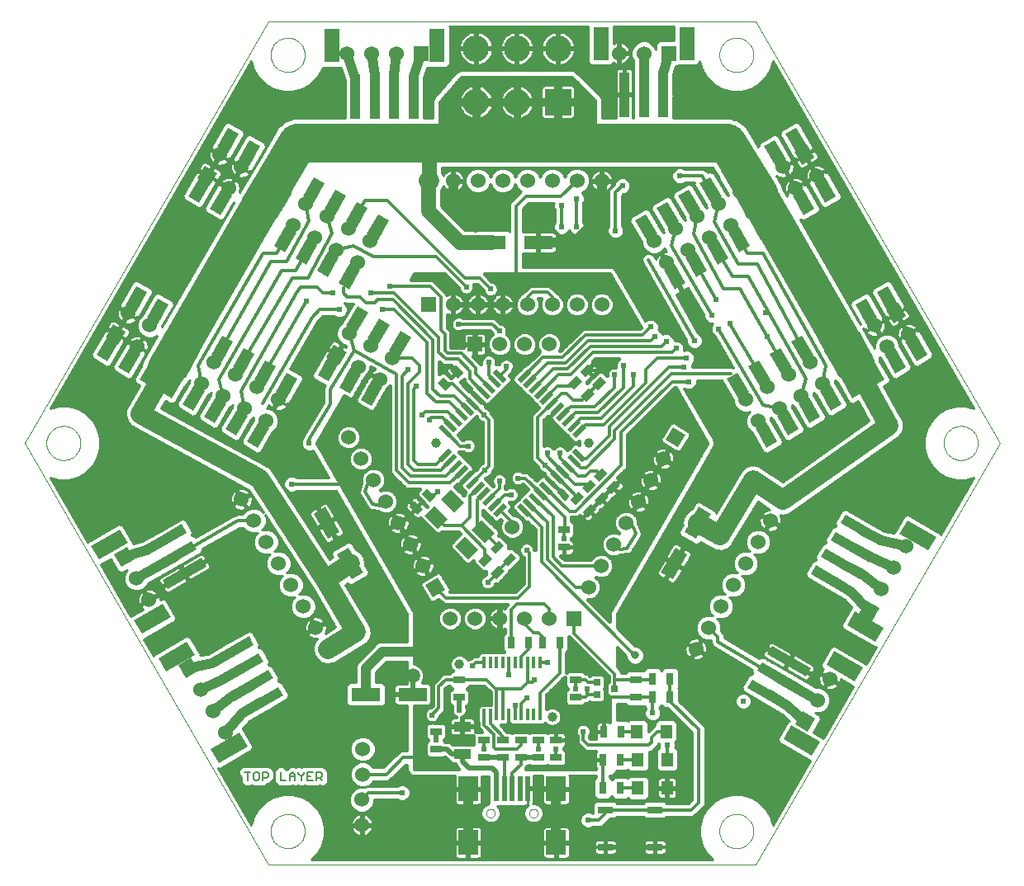
<source format=gtl>
G75*
%MOIN*%
%OFA0B0*%
%FSLAX24Y24*%
%IPPOS*%
%LPD*%
%AMOC8*
5,1,8,0,0,1.08239X$1,22.5*
%
%ADD10C,0.0000*%
%ADD11C,0.0060*%
%ADD12R,0.0394X0.1811*%
%ADD13R,0.0630X0.1339*%
%ADD14R,0.1339X0.0630*%
%ADD15R,0.1181X0.0551*%
%ADD16R,0.0315X0.0472*%
%ADD17R,0.0748X0.0551*%
%ADD18R,0.0600X0.0600*%
%ADD19C,0.0600*%
%ADD20R,0.0906X0.0500*%
%ADD21R,0.0600X0.0600*%
%ADD22R,0.0600X0.0300*%
%ADD23R,0.0472X0.0315*%
%ADD24R,0.0709X0.0394*%
%ADD25R,0.0197X0.0984*%
%ADD26R,0.0787X0.0984*%
%ADD27R,0.0150X0.0450*%
%ADD28R,0.0276X0.0276*%
%ADD29R,0.0472X0.0551*%
%ADD30R,0.1063X0.1063*%
%ADD31C,0.1063*%
%ADD32R,0.0200X0.0580*%
%ADD33C,0.0394*%
%ADD34C,0.0400*%
%ADD35C,0.0356*%
%ADD36C,0.0394*%
%ADD37C,0.0197*%
%ADD38C,0.0240*%
%ADD39C,0.0118*%
%ADD40C,0.0591*%
%ADD41C,0.0100*%
%ADD42C,0.0317*%
%ADD43C,0.0120*%
%ADD44C,0.1575*%
%ADD45C,0.0787*%
%ADD46C,0.0591*%
%ADD47C,0.0160*%
D10*
X009993Y000376D02*
X000150Y017423D01*
X009993Y034471D01*
X029678Y034471D01*
X039520Y017423D01*
X029678Y000376D01*
X009993Y000376D01*
X010091Y001740D02*
X010093Y001792D01*
X010099Y001844D01*
X010109Y001895D01*
X010122Y001945D01*
X010140Y001995D01*
X010161Y002042D01*
X010185Y002088D01*
X010214Y002132D01*
X010245Y002174D01*
X010279Y002213D01*
X010316Y002250D01*
X010356Y002283D01*
X010399Y002314D01*
X010443Y002341D01*
X010489Y002365D01*
X010538Y002385D01*
X010587Y002401D01*
X010638Y002414D01*
X010689Y002423D01*
X010741Y002428D01*
X010793Y002429D01*
X010845Y002426D01*
X010897Y002419D01*
X010948Y002408D01*
X010998Y002394D01*
X011047Y002375D01*
X011094Y002353D01*
X011139Y002328D01*
X011183Y002299D01*
X011224Y002267D01*
X011263Y002232D01*
X011298Y002194D01*
X011331Y002153D01*
X011361Y002111D01*
X011387Y002066D01*
X011410Y002019D01*
X011429Y001970D01*
X011445Y001920D01*
X011457Y001870D01*
X011465Y001818D01*
X011469Y001766D01*
X011469Y001714D01*
X011465Y001662D01*
X011457Y001610D01*
X011445Y001560D01*
X011429Y001510D01*
X011410Y001461D01*
X011387Y001414D01*
X011361Y001369D01*
X011331Y001327D01*
X011298Y001286D01*
X011263Y001248D01*
X011224Y001213D01*
X011183Y001181D01*
X011139Y001152D01*
X011094Y001127D01*
X011047Y001105D01*
X010998Y001086D01*
X010948Y001072D01*
X010897Y001061D01*
X010845Y001054D01*
X010793Y001051D01*
X010741Y001052D01*
X010689Y001057D01*
X010638Y001066D01*
X010587Y001079D01*
X010538Y001095D01*
X010489Y001115D01*
X010443Y001139D01*
X010399Y001166D01*
X010356Y001197D01*
X010316Y001230D01*
X010279Y001267D01*
X010245Y001306D01*
X010214Y001348D01*
X010185Y001392D01*
X010161Y001438D01*
X010140Y001485D01*
X010122Y001535D01*
X010109Y001585D01*
X010099Y001636D01*
X010093Y001688D01*
X010091Y001740D01*
X018792Y002463D02*
X018794Y002489D01*
X018800Y002515D01*
X018810Y002540D01*
X018823Y002563D01*
X018839Y002583D01*
X018859Y002601D01*
X018881Y002616D01*
X018904Y002628D01*
X018930Y002636D01*
X018956Y002640D01*
X018982Y002640D01*
X019008Y002636D01*
X019034Y002628D01*
X019058Y002616D01*
X019079Y002601D01*
X019099Y002583D01*
X019115Y002563D01*
X019128Y002540D01*
X019138Y002515D01*
X019144Y002489D01*
X019146Y002463D01*
X019144Y002437D01*
X019138Y002411D01*
X019128Y002386D01*
X019115Y002363D01*
X019099Y002343D01*
X019079Y002325D01*
X019057Y002310D01*
X019034Y002298D01*
X019008Y002290D01*
X018982Y002286D01*
X018956Y002286D01*
X018930Y002290D01*
X018904Y002298D01*
X018880Y002310D01*
X018859Y002325D01*
X018839Y002343D01*
X018823Y002363D01*
X018810Y002386D01*
X018800Y002411D01*
X018794Y002437D01*
X018792Y002463D01*
X020524Y002463D02*
X020526Y002489D01*
X020532Y002515D01*
X020542Y002540D01*
X020555Y002563D01*
X020571Y002583D01*
X020591Y002601D01*
X020613Y002616D01*
X020636Y002628D01*
X020662Y002636D01*
X020688Y002640D01*
X020714Y002640D01*
X020740Y002636D01*
X020766Y002628D01*
X020790Y002616D01*
X020811Y002601D01*
X020831Y002583D01*
X020847Y002563D01*
X020860Y002540D01*
X020870Y002515D01*
X020876Y002489D01*
X020878Y002463D01*
X020876Y002437D01*
X020870Y002411D01*
X020860Y002386D01*
X020847Y002363D01*
X020831Y002343D01*
X020811Y002325D01*
X020789Y002310D01*
X020766Y002298D01*
X020740Y002290D01*
X020714Y002286D01*
X020688Y002286D01*
X020662Y002290D01*
X020636Y002298D01*
X020612Y002310D01*
X020591Y002325D01*
X020571Y002343D01*
X020555Y002363D01*
X020542Y002386D01*
X020532Y002411D01*
X020526Y002437D01*
X020524Y002463D01*
X028201Y001740D02*
X028203Y001792D01*
X028209Y001844D01*
X028219Y001895D01*
X028232Y001945D01*
X028250Y001995D01*
X028271Y002042D01*
X028295Y002088D01*
X028324Y002132D01*
X028355Y002174D01*
X028389Y002213D01*
X028426Y002250D01*
X028466Y002283D01*
X028509Y002314D01*
X028553Y002341D01*
X028599Y002365D01*
X028648Y002385D01*
X028697Y002401D01*
X028748Y002414D01*
X028799Y002423D01*
X028851Y002428D01*
X028903Y002429D01*
X028955Y002426D01*
X029007Y002419D01*
X029058Y002408D01*
X029108Y002394D01*
X029157Y002375D01*
X029204Y002353D01*
X029249Y002328D01*
X029293Y002299D01*
X029334Y002267D01*
X029373Y002232D01*
X029408Y002194D01*
X029441Y002153D01*
X029471Y002111D01*
X029497Y002066D01*
X029520Y002019D01*
X029539Y001970D01*
X029555Y001920D01*
X029567Y001870D01*
X029575Y001818D01*
X029579Y001766D01*
X029579Y001714D01*
X029575Y001662D01*
X029567Y001610D01*
X029555Y001560D01*
X029539Y001510D01*
X029520Y001461D01*
X029497Y001414D01*
X029471Y001369D01*
X029441Y001327D01*
X029408Y001286D01*
X029373Y001248D01*
X029334Y001213D01*
X029293Y001181D01*
X029249Y001152D01*
X029204Y001127D01*
X029157Y001105D01*
X029108Y001086D01*
X029058Y001072D01*
X029007Y001061D01*
X028955Y001054D01*
X028903Y001051D01*
X028851Y001052D01*
X028799Y001057D01*
X028748Y001066D01*
X028697Y001079D01*
X028648Y001095D01*
X028599Y001115D01*
X028553Y001139D01*
X028509Y001166D01*
X028466Y001197D01*
X028426Y001230D01*
X028389Y001267D01*
X028355Y001306D01*
X028324Y001348D01*
X028295Y001392D01*
X028271Y001438D01*
X028250Y001485D01*
X028232Y001535D01*
X028219Y001585D01*
X028209Y001636D01*
X028203Y001688D01*
X028201Y001740D01*
X037256Y017423D02*
X037258Y017475D01*
X037264Y017527D01*
X037274Y017578D01*
X037287Y017628D01*
X037305Y017678D01*
X037326Y017725D01*
X037350Y017771D01*
X037379Y017815D01*
X037410Y017857D01*
X037444Y017896D01*
X037481Y017933D01*
X037521Y017966D01*
X037564Y017997D01*
X037608Y018024D01*
X037654Y018048D01*
X037703Y018068D01*
X037752Y018084D01*
X037803Y018097D01*
X037854Y018106D01*
X037906Y018111D01*
X037958Y018112D01*
X038010Y018109D01*
X038062Y018102D01*
X038113Y018091D01*
X038163Y018077D01*
X038212Y018058D01*
X038259Y018036D01*
X038304Y018011D01*
X038348Y017982D01*
X038389Y017950D01*
X038428Y017915D01*
X038463Y017877D01*
X038496Y017836D01*
X038526Y017794D01*
X038552Y017749D01*
X038575Y017702D01*
X038594Y017653D01*
X038610Y017603D01*
X038622Y017553D01*
X038630Y017501D01*
X038634Y017449D01*
X038634Y017397D01*
X038630Y017345D01*
X038622Y017293D01*
X038610Y017243D01*
X038594Y017193D01*
X038575Y017144D01*
X038552Y017097D01*
X038526Y017052D01*
X038496Y017010D01*
X038463Y016969D01*
X038428Y016931D01*
X038389Y016896D01*
X038348Y016864D01*
X038304Y016835D01*
X038259Y016810D01*
X038212Y016788D01*
X038163Y016769D01*
X038113Y016755D01*
X038062Y016744D01*
X038010Y016737D01*
X037958Y016734D01*
X037906Y016735D01*
X037854Y016740D01*
X037803Y016749D01*
X037752Y016762D01*
X037703Y016778D01*
X037654Y016798D01*
X037608Y016822D01*
X037564Y016849D01*
X037521Y016880D01*
X037481Y016913D01*
X037444Y016950D01*
X037410Y016989D01*
X037379Y017031D01*
X037350Y017075D01*
X037326Y017121D01*
X037305Y017168D01*
X037287Y017218D01*
X037274Y017268D01*
X037264Y017319D01*
X037258Y017371D01*
X037256Y017423D01*
X028201Y033107D02*
X028203Y033159D01*
X028209Y033211D01*
X028219Y033262D01*
X028232Y033312D01*
X028250Y033362D01*
X028271Y033409D01*
X028295Y033455D01*
X028324Y033499D01*
X028355Y033541D01*
X028389Y033580D01*
X028426Y033617D01*
X028466Y033650D01*
X028509Y033681D01*
X028553Y033708D01*
X028599Y033732D01*
X028648Y033752D01*
X028697Y033768D01*
X028748Y033781D01*
X028799Y033790D01*
X028851Y033795D01*
X028903Y033796D01*
X028955Y033793D01*
X029007Y033786D01*
X029058Y033775D01*
X029108Y033761D01*
X029157Y033742D01*
X029204Y033720D01*
X029249Y033695D01*
X029293Y033666D01*
X029334Y033634D01*
X029373Y033599D01*
X029408Y033561D01*
X029441Y033520D01*
X029471Y033478D01*
X029497Y033433D01*
X029520Y033386D01*
X029539Y033337D01*
X029555Y033287D01*
X029567Y033237D01*
X029575Y033185D01*
X029579Y033133D01*
X029579Y033081D01*
X029575Y033029D01*
X029567Y032977D01*
X029555Y032927D01*
X029539Y032877D01*
X029520Y032828D01*
X029497Y032781D01*
X029471Y032736D01*
X029441Y032694D01*
X029408Y032653D01*
X029373Y032615D01*
X029334Y032580D01*
X029293Y032548D01*
X029249Y032519D01*
X029204Y032494D01*
X029157Y032472D01*
X029108Y032453D01*
X029058Y032439D01*
X029007Y032428D01*
X028955Y032421D01*
X028903Y032418D01*
X028851Y032419D01*
X028799Y032424D01*
X028748Y032433D01*
X028697Y032446D01*
X028648Y032462D01*
X028599Y032482D01*
X028553Y032506D01*
X028509Y032533D01*
X028466Y032564D01*
X028426Y032597D01*
X028389Y032634D01*
X028355Y032673D01*
X028324Y032715D01*
X028295Y032759D01*
X028271Y032805D01*
X028250Y032852D01*
X028232Y032902D01*
X028219Y032952D01*
X028209Y033003D01*
X028203Y033055D01*
X028201Y033107D01*
X010091Y033107D02*
X010093Y033159D01*
X010099Y033211D01*
X010109Y033262D01*
X010122Y033312D01*
X010140Y033362D01*
X010161Y033409D01*
X010185Y033455D01*
X010214Y033499D01*
X010245Y033541D01*
X010279Y033580D01*
X010316Y033617D01*
X010356Y033650D01*
X010399Y033681D01*
X010443Y033708D01*
X010489Y033732D01*
X010538Y033752D01*
X010587Y033768D01*
X010638Y033781D01*
X010689Y033790D01*
X010741Y033795D01*
X010793Y033796D01*
X010845Y033793D01*
X010897Y033786D01*
X010948Y033775D01*
X010998Y033761D01*
X011047Y033742D01*
X011094Y033720D01*
X011139Y033695D01*
X011183Y033666D01*
X011224Y033634D01*
X011263Y033599D01*
X011298Y033561D01*
X011331Y033520D01*
X011361Y033478D01*
X011387Y033433D01*
X011410Y033386D01*
X011429Y033337D01*
X011445Y033287D01*
X011457Y033237D01*
X011465Y033185D01*
X011469Y033133D01*
X011469Y033081D01*
X011465Y033029D01*
X011457Y032977D01*
X011445Y032927D01*
X011429Y032877D01*
X011410Y032828D01*
X011387Y032781D01*
X011361Y032736D01*
X011331Y032694D01*
X011298Y032653D01*
X011263Y032615D01*
X011224Y032580D01*
X011183Y032548D01*
X011139Y032519D01*
X011094Y032494D01*
X011047Y032472D01*
X010998Y032453D01*
X010948Y032439D01*
X010897Y032428D01*
X010845Y032421D01*
X010793Y032418D01*
X010741Y032419D01*
X010689Y032424D01*
X010638Y032433D01*
X010587Y032446D01*
X010538Y032462D01*
X010489Y032482D01*
X010443Y032506D01*
X010399Y032533D01*
X010356Y032564D01*
X010316Y032597D01*
X010279Y032634D01*
X010245Y032673D01*
X010214Y032715D01*
X010185Y032759D01*
X010161Y032805D01*
X010140Y032852D01*
X010122Y032902D01*
X010109Y032952D01*
X010099Y033003D01*
X010093Y033055D01*
X010091Y033107D01*
X001036Y017423D02*
X001038Y017475D01*
X001044Y017527D01*
X001054Y017578D01*
X001067Y017628D01*
X001085Y017678D01*
X001106Y017725D01*
X001130Y017771D01*
X001159Y017815D01*
X001190Y017857D01*
X001224Y017896D01*
X001261Y017933D01*
X001301Y017966D01*
X001344Y017997D01*
X001388Y018024D01*
X001434Y018048D01*
X001483Y018068D01*
X001532Y018084D01*
X001583Y018097D01*
X001634Y018106D01*
X001686Y018111D01*
X001738Y018112D01*
X001790Y018109D01*
X001842Y018102D01*
X001893Y018091D01*
X001943Y018077D01*
X001992Y018058D01*
X002039Y018036D01*
X002084Y018011D01*
X002128Y017982D01*
X002169Y017950D01*
X002208Y017915D01*
X002243Y017877D01*
X002276Y017836D01*
X002306Y017794D01*
X002332Y017749D01*
X002355Y017702D01*
X002374Y017653D01*
X002390Y017603D01*
X002402Y017553D01*
X002410Y017501D01*
X002414Y017449D01*
X002414Y017397D01*
X002410Y017345D01*
X002402Y017293D01*
X002390Y017243D01*
X002374Y017193D01*
X002355Y017144D01*
X002332Y017097D01*
X002306Y017052D01*
X002276Y017010D01*
X002243Y016969D01*
X002208Y016931D01*
X002169Y016896D01*
X002128Y016864D01*
X002084Y016835D01*
X002039Y016810D01*
X001992Y016788D01*
X001943Y016769D01*
X001893Y016755D01*
X001842Y016744D01*
X001790Y016737D01*
X001738Y016734D01*
X001686Y016735D01*
X001634Y016740D01*
X001583Y016749D01*
X001532Y016762D01*
X001483Y016778D01*
X001434Y016798D01*
X001388Y016822D01*
X001344Y016849D01*
X001301Y016880D01*
X001261Y016913D01*
X001224Y016950D01*
X001190Y016989D01*
X001159Y017031D01*
X001130Y017075D01*
X001106Y017121D01*
X001085Y017168D01*
X001067Y017218D01*
X001054Y017268D01*
X001044Y017319D01*
X001038Y017371D01*
X001036Y017423D01*
D11*
X014550Y013898D02*
X015236Y014191D01*
X012105Y004126D02*
X012161Y004070D01*
X012161Y003959D01*
X012105Y003903D01*
X011938Y003903D01*
X011938Y003792D02*
X011938Y004126D01*
X012105Y004126D01*
X012050Y003903D02*
X012161Y003792D01*
X011799Y003792D02*
X011576Y003792D01*
X011576Y004126D01*
X011799Y004126D01*
X011687Y003959D02*
X011576Y003959D01*
X011436Y004070D02*
X011436Y004126D01*
X011436Y004070D02*
X011325Y003959D01*
X011325Y003792D01*
X011325Y003959D02*
X011213Y004070D01*
X011213Y004126D01*
X011073Y004015D02*
X011073Y003792D01*
X011073Y003959D02*
X010851Y003959D01*
X010851Y004015D02*
X010962Y004126D01*
X011073Y004015D01*
X010851Y004015D02*
X010851Y003792D01*
X010711Y003792D02*
X010488Y003792D01*
X010488Y004126D01*
X009986Y004070D02*
X009986Y003959D01*
X009930Y003903D01*
X009763Y003903D01*
X009763Y003792D02*
X009763Y004126D01*
X009930Y004126D01*
X009986Y004070D01*
X009623Y004070D02*
X009623Y003848D01*
X009568Y003792D01*
X009456Y003792D01*
X009401Y003848D01*
X009401Y004070D01*
X009456Y004126D01*
X009568Y004126D01*
X009623Y004070D01*
X009261Y004126D02*
X009038Y004126D01*
X009150Y004126D02*
X009150Y003792D01*
D12*
G36*
X010399Y007568D02*
X010596Y007226D01*
X009029Y006322D01*
X008832Y006664D01*
X010399Y007568D01*
G37*
G36*
X010005Y008250D02*
X010202Y007908D01*
X008635Y007004D01*
X008438Y007346D01*
X010005Y008250D01*
G37*
G36*
X009611Y008932D02*
X009808Y008590D01*
X008241Y007686D01*
X008044Y008028D01*
X009611Y008932D01*
G37*
G36*
X009217Y009614D02*
X009414Y009272D01*
X007847Y008368D01*
X007650Y008710D01*
X009217Y009614D01*
G37*
G36*
X007299Y012779D02*
X007496Y012437D01*
X005929Y011533D01*
X005732Y011875D01*
X007299Y012779D01*
G37*
G36*
X006906Y013461D02*
X007103Y013119D01*
X005536Y012215D01*
X005339Y012557D01*
X006906Y013461D01*
G37*
G36*
X006512Y014143D02*
X006709Y013801D01*
X005142Y012897D01*
X004945Y013239D01*
X006512Y014143D01*
G37*
X013496Y031427D03*
X014284Y031427D03*
X015071Y031427D03*
X015859Y031427D03*
X024367Y031506D03*
X025154Y031506D03*
X025941Y031506D03*
G36*
X033088Y014178D02*
X033285Y014520D01*
X034852Y013616D01*
X034655Y013274D01*
X033088Y014178D01*
G37*
G36*
X032694Y013496D02*
X032891Y013838D01*
X034458Y012934D01*
X034261Y012592D01*
X032694Y013496D01*
G37*
G36*
X032301Y012814D02*
X032498Y013156D01*
X034065Y012252D01*
X033868Y011910D01*
X032301Y012814D01*
G37*
G36*
X031907Y012132D02*
X032104Y012474D01*
X033671Y011570D01*
X033474Y011228D01*
X031907Y012132D01*
G37*
G36*
X030125Y008888D02*
X030322Y009230D01*
X031889Y008326D01*
X031692Y007984D01*
X030125Y008888D01*
G37*
G36*
X029731Y008207D02*
X029928Y008549D01*
X031495Y007645D01*
X031298Y007303D01*
X029731Y008207D01*
G37*
G36*
X029338Y007525D02*
X029535Y007867D01*
X031102Y006963D01*
X030905Y006621D01*
X029338Y007525D01*
G37*
D13*
X026886Y033553D03*
X023422Y033553D03*
X016804Y033475D03*
X012552Y033475D03*
D14*
G36*
X002845Y013254D02*
X004002Y013922D01*
X004317Y013376D01*
X003160Y012708D01*
X002845Y013254D01*
G37*
G36*
X004578Y010253D02*
X005735Y010921D01*
X006050Y010375D01*
X004893Y009707D01*
X004578Y010253D01*
G37*
G36*
X005551Y008725D02*
X006708Y009393D01*
X007023Y008847D01*
X005866Y008179D01*
X005551Y008725D01*
G37*
G36*
X007677Y005043D02*
X008834Y005711D01*
X009149Y005165D01*
X007992Y004497D01*
X007677Y005043D01*
G37*
G36*
X031941Y004795D02*
X030784Y005463D01*
X031099Y006009D01*
X032256Y005341D01*
X031941Y004795D01*
G37*
G36*
X033673Y007795D02*
X032516Y008463D01*
X032831Y009009D01*
X033988Y008341D01*
X033673Y007795D01*
G37*
G36*
X034510Y009402D02*
X033353Y010070D01*
X033668Y010616D01*
X034825Y009948D01*
X034510Y009402D01*
G37*
G36*
X036636Y013085D02*
X035479Y013753D01*
X035794Y014299D01*
X036951Y013631D01*
X036636Y013085D01*
G37*
D15*
G36*
X027854Y014566D02*
X027265Y013545D01*
X026788Y013820D01*
X027377Y014841D01*
X027854Y014566D01*
G37*
G36*
X026909Y012929D02*
X026320Y011908D01*
X025843Y012183D01*
X026432Y013204D01*
X026909Y012929D01*
G37*
X015819Y007266D03*
X013930Y007266D03*
G36*
X013350Y011908D02*
X012761Y012929D01*
X013238Y013204D01*
X013827Y012183D01*
X013350Y011908D01*
G37*
G36*
X012405Y013545D02*
X011816Y014566D01*
X012293Y014841D01*
X012882Y013820D01*
X012405Y013545D01*
G37*
X019008Y025522D03*
X020898Y025522D03*
D16*
G36*
X022797Y020074D02*
X022575Y020296D01*
X022907Y020628D01*
X023129Y020406D01*
X022797Y020074D01*
G37*
G36*
X022325Y019602D02*
X022103Y019824D01*
X022435Y020156D01*
X022657Y019934D01*
X022325Y019602D01*
G37*
G36*
X022826Y019101D02*
X022604Y019323D01*
X022936Y019655D01*
X023158Y019433D01*
X022826Y019101D01*
G37*
G36*
X023298Y019573D02*
X023076Y019795D01*
X023408Y020127D01*
X023630Y019905D01*
X023298Y019573D01*
G37*
G36*
X023348Y015862D02*
X023126Y016084D01*
X023458Y016416D01*
X023680Y016194D01*
X023348Y015862D01*
G37*
G36*
X022876Y015389D02*
X022654Y015611D01*
X022986Y015943D01*
X023208Y015721D01*
X022876Y015389D01*
G37*
G36*
X022514Y015471D02*
X022736Y015249D01*
X022404Y014917D01*
X022182Y015139D01*
X022514Y015471D01*
G37*
G36*
X023015Y014970D02*
X023237Y014748D01*
X022905Y014416D01*
X022683Y014638D01*
X023015Y014970D01*
G37*
G36*
X023377Y014888D02*
X023155Y015110D01*
X023487Y015442D01*
X023709Y015220D01*
X023377Y014888D01*
G37*
G36*
X023849Y015360D02*
X023627Y015582D01*
X023959Y015914D01*
X024181Y015692D01*
X023849Y015360D01*
G37*
G36*
X019676Y012447D02*
X019454Y012669D01*
X019786Y013001D01*
X020008Y012779D01*
X019676Y012447D01*
G37*
G36*
X019204Y011935D02*
X018982Y012157D01*
X019314Y012489D01*
X019536Y012267D01*
X019204Y011935D01*
G37*
G36*
X018703Y012436D02*
X018481Y012658D01*
X018813Y012990D01*
X019035Y012768D01*
X018703Y012436D01*
G37*
G36*
X019175Y012948D02*
X018953Y013170D01*
X019285Y013502D01*
X019507Y013280D01*
X019175Y012948D01*
G37*
G36*
X016741Y015257D02*
X016519Y015035D01*
X016187Y015367D01*
X016409Y015589D01*
X016741Y015257D01*
G37*
G36*
X016239Y014756D02*
X016017Y014534D01*
X015685Y014866D01*
X015907Y015088D01*
X016239Y014756D01*
G37*
G36*
X016827Y019866D02*
X017049Y020088D01*
X017381Y019756D01*
X017159Y019534D01*
X016827Y019866D01*
G37*
G36*
X017328Y020367D02*
X017550Y020589D01*
X017882Y020257D01*
X017660Y020035D01*
X017328Y020367D01*
G37*
X019796Y009353D03*
X020504Y009353D03*
X021056Y009353D03*
X021764Y009353D03*
X023536Y005770D03*
X024244Y005770D03*
X024205Y004628D03*
X023496Y004628D03*
X023496Y003486D03*
X024205Y003486D03*
X025504Y007161D03*
X026213Y007161D03*
X026213Y007896D03*
X025504Y007896D03*
D17*
G36*
X018730Y013403D02*
X018202Y013931D01*
X018590Y014319D01*
X019118Y013791D01*
X018730Y013403D01*
G37*
G36*
X018062Y012735D02*
X017534Y013263D01*
X017922Y013651D01*
X018450Y013123D01*
X018062Y012735D01*
G37*
G36*
X016837Y013960D02*
X016309Y014488D01*
X016697Y014876D01*
X017225Y014348D01*
X016837Y013960D01*
G37*
G36*
X017505Y014628D02*
X016977Y015156D01*
X017365Y015544D01*
X017893Y015016D01*
X017505Y014628D01*
G37*
D18*
G36*
X016845Y012002D02*
X017145Y011484D01*
X016627Y011184D01*
X016327Y011702D01*
X016845Y012002D01*
G37*
G36*
X012865Y020585D02*
X012347Y020885D01*
X012647Y021403D01*
X013165Y021103D01*
X012865Y020585D01*
G37*
G36*
X007645Y027807D02*
X007127Y028107D01*
X007427Y028625D01*
X007945Y028325D01*
X007645Y027807D01*
G37*
G36*
X003948Y021404D02*
X003430Y021704D01*
X003730Y022222D01*
X004248Y021922D01*
X003948Y021404D01*
G37*
G36*
X004587Y012708D02*
X004069Y012408D01*
X003769Y012926D01*
X004287Y013226D01*
X004587Y012708D01*
G37*
G36*
X007169Y008227D02*
X006651Y007927D01*
X006351Y008445D01*
X006869Y008745D01*
X007169Y008227D01*
G37*
G36*
X026025Y017546D02*
X026325Y018064D01*
X026843Y017764D01*
X026543Y017246D01*
X026025Y017546D01*
G37*
G36*
X034134Y011053D02*
X034652Y010753D01*
X034352Y010235D01*
X033834Y010535D01*
X034134Y011053D01*
G37*
G36*
X031551Y006580D02*
X032069Y006280D01*
X031769Y005762D01*
X031251Y006062D01*
X031551Y006580D01*
G37*
G36*
X034922Y022788D02*
X035440Y023088D01*
X035740Y022570D01*
X035222Y022270D01*
X034922Y022788D01*
G37*
G36*
X031225Y029191D02*
X031743Y029491D01*
X032043Y028973D01*
X031525Y028673D01*
X031225Y029191D01*
G37*
D19*
X007760Y006604D03*
X008260Y005738D03*
X007260Y007470D03*
X005178Y011085D03*
X004678Y011951D03*
X008906Y015155D03*
X009406Y014289D03*
X009906Y013423D03*
X010406Y012557D03*
X010906Y011691D03*
X011406Y010825D03*
X011906Y009959D03*
X012406Y009093D03*
X016236Y012459D03*
X015736Y013325D03*
X015236Y014191D03*
X014736Y015057D03*
X014236Y015923D03*
X013736Y016789D03*
X013236Y017655D03*
X014488Y019994D03*
X013622Y020494D03*
X014122Y021360D03*
X014988Y020860D03*
X013256Y021860D03*
X010401Y019179D03*
X009535Y019679D03*
X009035Y018813D03*
X008169Y019313D03*
X007303Y019813D03*
X006437Y020313D03*
X005571Y020813D03*
X006071Y021679D03*
X005205Y022179D03*
X004705Y021313D03*
X004339Y022679D03*
X006937Y021179D03*
X007803Y020679D03*
X008669Y020179D03*
X009901Y018313D03*
X013598Y024716D03*
X012732Y025216D03*
X013232Y026082D03*
X014098Y025582D03*
X012366Y026582D03*
X011866Y025716D03*
X011000Y026216D03*
X011500Y027082D03*
X010634Y027582D03*
X010134Y026716D03*
X009268Y027216D03*
X009768Y028082D03*
X008902Y028582D03*
X008036Y029082D03*
X008402Y027716D03*
X013178Y033171D03*
X014178Y033171D03*
X015178Y033171D03*
X016453Y028022D03*
X017453Y028022D03*
X018453Y028022D03*
X019453Y028022D03*
X020453Y028022D03*
X021453Y028022D03*
X022453Y028022D03*
X023453Y028022D03*
X025572Y025582D03*
X026072Y024716D03*
X026938Y025216D03*
X026438Y026082D03*
X027304Y026582D03*
X028170Y027082D03*
X028670Y026216D03*
X027804Y025716D03*
X029536Y026716D03*
X029036Y027582D03*
X029902Y028082D03*
X030402Y027216D03*
X031268Y027716D03*
X032134Y028216D03*
X030768Y028582D03*
X025150Y033171D03*
X024150Y033171D03*
X023453Y023022D03*
X022453Y023022D03*
X021453Y023022D03*
X020453Y023022D03*
X019453Y023022D03*
X018453Y023022D03*
X017453Y023022D03*
X019335Y021416D03*
X020335Y021416D03*
X021335Y021416D03*
X025934Y016789D03*
X025434Y015923D03*
X024934Y015057D03*
X024434Y014191D03*
X023934Y013325D03*
X023434Y012459D03*
X022934Y011593D03*
X021335Y010337D03*
X020335Y010337D03*
X019335Y010337D03*
X018335Y010337D03*
X017335Y010337D03*
X019835Y014038D03*
X027264Y009093D03*
X027764Y009959D03*
X028264Y010825D03*
X028764Y011691D03*
X029264Y012557D03*
X029764Y013423D03*
X030264Y014289D03*
X030764Y015155D03*
X029769Y018313D03*
X030635Y018813D03*
X031501Y019313D03*
X032367Y019813D03*
X031867Y020679D03*
X032733Y021179D03*
X033599Y021679D03*
X034465Y022179D03*
X034965Y021313D03*
X035831Y021813D03*
X034099Y020813D03*
X033233Y020313D03*
X031001Y020179D03*
X030135Y019679D03*
X029269Y019179D03*
X035743Y013242D03*
X035243Y012376D03*
X034743Y011510D03*
X032660Y007903D03*
X032160Y007037D03*
X013811Y005061D03*
X013811Y004038D03*
X013772Y003014D03*
X013772Y001990D03*
D20*
G36*
X010017Y018014D02*
X009565Y017230D01*
X009131Y017480D01*
X009583Y018264D01*
X010017Y018014D01*
G37*
G36*
X009151Y018514D02*
X008699Y017730D01*
X008265Y017980D01*
X008717Y018764D01*
X009151Y018514D01*
G37*
G36*
X008285Y019014D02*
X007833Y018230D01*
X007399Y018480D01*
X007851Y019264D01*
X008285Y019014D01*
G37*
G36*
X007419Y019514D02*
X006967Y018730D01*
X006533Y018980D01*
X006985Y019764D01*
X007419Y019514D01*
G37*
G36*
X006553Y020014D02*
X006101Y019230D01*
X005667Y019480D01*
X006119Y020264D01*
X006553Y020014D01*
G37*
G36*
X005687Y020514D02*
X005235Y019730D01*
X004801Y019980D01*
X005253Y020764D01*
X005687Y020514D01*
G37*
G36*
X004821Y021014D02*
X004369Y020230D01*
X003935Y020480D01*
X004387Y021264D01*
X004821Y021014D01*
G37*
G36*
X003955Y021514D02*
X003503Y020730D01*
X003069Y020980D01*
X003521Y021764D01*
X003955Y021514D01*
G37*
G36*
X005109Y023512D02*
X004657Y022728D01*
X004223Y022978D01*
X004675Y023762D01*
X005109Y023512D01*
G37*
G36*
X005975Y023012D02*
X005523Y022228D01*
X005089Y022478D01*
X005541Y023262D01*
X005975Y023012D01*
G37*
G36*
X006841Y022512D02*
X006389Y021728D01*
X005955Y021978D01*
X006407Y022762D01*
X006841Y022512D01*
G37*
G36*
X007707Y022012D02*
X007255Y021228D01*
X006821Y021478D01*
X007273Y022262D01*
X007707Y022012D01*
G37*
G36*
X008573Y021512D02*
X008121Y020728D01*
X007687Y020978D01*
X008139Y021762D01*
X008573Y021512D01*
G37*
G36*
X009439Y021012D02*
X008987Y020228D01*
X008553Y020478D01*
X009005Y021262D01*
X009439Y021012D01*
G37*
G36*
X010305Y020512D02*
X009853Y019728D01*
X009419Y019978D01*
X009871Y020762D01*
X010305Y020512D01*
G37*
G36*
X011171Y020012D02*
X010719Y019228D01*
X010285Y019478D01*
X010737Y020262D01*
X011171Y020012D01*
G37*
G36*
X012872Y020695D02*
X012420Y019911D01*
X011986Y020161D01*
X012438Y020945D01*
X012872Y020695D01*
G37*
G36*
X013738Y020195D02*
X013286Y019411D01*
X012852Y019661D01*
X013304Y020445D01*
X013738Y020195D01*
G37*
G36*
X014604Y019695D02*
X014152Y018911D01*
X013718Y019161D01*
X014170Y019945D01*
X014604Y019695D01*
G37*
G36*
X015758Y021693D02*
X015306Y020909D01*
X014872Y021159D01*
X015324Y021943D01*
X015758Y021693D01*
G37*
G36*
X014892Y022193D02*
X014440Y021409D01*
X014006Y021659D01*
X014458Y022443D01*
X014892Y022193D01*
G37*
G36*
X014026Y022693D02*
X013574Y021909D01*
X013140Y022159D01*
X013592Y022943D01*
X014026Y022693D01*
G37*
G36*
X013714Y024417D02*
X013262Y023633D01*
X012828Y023883D01*
X013280Y024667D01*
X013714Y024417D01*
G37*
G36*
X012848Y024917D02*
X012396Y024133D01*
X011962Y024383D01*
X012414Y025167D01*
X012848Y024917D01*
G37*
G36*
X011982Y025417D02*
X011530Y024633D01*
X011096Y024883D01*
X011548Y025667D01*
X011982Y025417D01*
G37*
G36*
X011116Y025917D02*
X010664Y025133D01*
X010230Y025383D01*
X010682Y026167D01*
X011116Y025917D01*
G37*
G36*
X010250Y026417D02*
X009798Y025633D01*
X009364Y025883D01*
X009816Y026667D01*
X010250Y026417D01*
G37*
G36*
X009384Y026917D02*
X008932Y026133D01*
X008498Y026383D01*
X008950Y027167D01*
X009384Y026917D01*
G37*
G36*
X008518Y027417D02*
X008066Y026633D01*
X007632Y026883D01*
X008084Y027667D01*
X008518Y027417D01*
G37*
G36*
X007652Y027917D02*
X007200Y027133D01*
X006766Y027383D01*
X007218Y028167D01*
X007652Y027917D01*
G37*
G36*
X008806Y029915D02*
X008354Y029131D01*
X007920Y029381D01*
X008372Y030165D01*
X008806Y029915D01*
G37*
G36*
X009672Y029415D02*
X009220Y028631D01*
X008786Y028881D01*
X009238Y029665D01*
X009672Y029415D01*
G37*
G36*
X010538Y028915D02*
X010086Y028131D01*
X009652Y028381D01*
X010104Y029165D01*
X010538Y028915D01*
G37*
G36*
X011404Y028415D02*
X010952Y027631D01*
X010518Y027881D01*
X010970Y028665D01*
X011404Y028415D01*
G37*
G36*
X012270Y027915D02*
X011818Y027131D01*
X011384Y027381D01*
X011836Y028165D01*
X012270Y027915D01*
G37*
G36*
X013136Y027415D02*
X012684Y026631D01*
X012250Y026881D01*
X012702Y027665D01*
X013136Y027415D01*
G37*
G36*
X014002Y026915D02*
X013550Y026131D01*
X013116Y026381D01*
X013568Y027165D01*
X014002Y026915D01*
G37*
G36*
X014868Y026415D02*
X014416Y025631D01*
X013982Y025881D01*
X014434Y026665D01*
X014868Y026415D01*
G37*
G36*
X025254Y025631D02*
X024802Y026415D01*
X025236Y026665D01*
X025688Y025881D01*
X025254Y025631D01*
G37*
G36*
X026120Y026131D02*
X025668Y026915D01*
X026102Y027165D01*
X026554Y026381D01*
X026120Y026131D01*
G37*
G36*
X026986Y026631D02*
X026534Y027415D01*
X026968Y027665D01*
X027420Y026881D01*
X026986Y026631D01*
G37*
G36*
X027852Y027131D02*
X027400Y027915D01*
X027834Y028165D01*
X028286Y027381D01*
X027852Y027131D01*
G37*
G36*
X028718Y027631D02*
X028266Y028415D01*
X028700Y028665D01*
X029152Y027881D01*
X028718Y027631D01*
G37*
G36*
X029584Y028131D02*
X029132Y028915D01*
X029566Y029165D01*
X030018Y028381D01*
X029584Y028131D01*
G37*
G36*
X030450Y028631D02*
X029998Y029415D01*
X030432Y029665D01*
X030884Y028881D01*
X030450Y028631D01*
G37*
G36*
X031316Y029131D02*
X030864Y029915D01*
X031298Y030165D01*
X031750Y029381D01*
X031316Y029131D01*
G37*
G36*
X032470Y027133D02*
X032018Y027917D01*
X032452Y028167D01*
X032904Y027383D01*
X032470Y027133D01*
G37*
G36*
X031604Y026633D02*
X031152Y027417D01*
X031586Y027667D01*
X032038Y026883D01*
X031604Y026633D01*
G37*
G36*
X030738Y026133D02*
X030286Y026917D01*
X030720Y027167D01*
X031172Y026383D01*
X030738Y026133D01*
G37*
G36*
X029872Y025633D02*
X029420Y026417D01*
X029854Y026667D01*
X030306Y025883D01*
X029872Y025633D01*
G37*
G36*
X029006Y025133D02*
X028554Y025917D01*
X028988Y026167D01*
X029440Y025383D01*
X029006Y025133D01*
G37*
G36*
X028140Y024633D02*
X027688Y025417D01*
X028122Y025667D01*
X028574Y024883D01*
X028140Y024633D01*
G37*
G36*
X027274Y024133D02*
X026822Y024917D01*
X027256Y025167D01*
X027708Y024383D01*
X027274Y024133D01*
G37*
G36*
X026408Y023633D02*
X025956Y024417D01*
X026390Y024667D01*
X026842Y023883D01*
X026408Y023633D01*
G37*
G36*
X029817Y019728D02*
X029365Y020512D01*
X029799Y020762D01*
X030251Y019978D01*
X029817Y019728D01*
G37*
G36*
X028951Y019228D02*
X028499Y020012D01*
X028933Y020262D01*
X029385Y019478D01*
X028951Y019228D01*
G37*
G36*
X030105Y017230D02*
X029653Y018014D01*
X030087Y018264D01*
X030539Y017480D01*
X030105Y017230D01*
G37*
G36*
X030971Y017730D02*
X030519Y018514D01*
X030953Y018764D01*
X031405Y017980D01*
X030971Y017730D01*
G37*
G36*
X031837Y018230D02*
X031385Y019014D01*
X031819Y019264D01*
X032271Y018480D01*
X031837Y018230D01*
G37*
G36*
X032703Y018730D02*
X032251Y019514D01*
X032685Y019764D01*
X033137Y018980D01*
X032703Y018730D01*
G37*
G36*
X033569Y019230D02*
X033117Y020014D01*
X033551Y020264D01*
X034003Y019480D01*
X033569Y019230D01*
G37*
G36*
X034435Y019730D02*
X033983Y020514D01*
X034417Y020764D01*
X034869Y019980D01*
X034435Y019730D01*
G37*
G36*
X035301Y020230D02*
X034849Y021014D01*
X035283Y021264D01*
X035735Y020480D01*
X035301Y020230D01*
G37*
G36*
X036167Y020730D02*
X035715Y021514D01*
X036149Y021764D01*
X036601Y020980D01*
X036167Y020730D01*
G37*
G36*
X035013Y022728D02*
X034561Y023512D01*
X034995Y023762D01*
X035447Y022978D01*
X035013Y022728D01*
G37*
G36*
X034147Y022228D02*
X033695Y023012D01*
X034129Y023262D01*
X034581Y022478D01*
X034147Y022228D01*
G37*
G36*
X033281Y021728D02*
X032829Y022512D01*
X033263Y022762D01*
X033715Y021978D01*
X033281Y021728D01*
G37*
G36*
X032415Y021228D02*
X031963Y022012D01*
X032397Y022262D01*
X032849Y021478D01*
X032415Y021228D01*
G37*
G36*
X031549Y020728D02*
X031097Y021512D01*
X031531Y021762D01*
X031983Y020978D01*
X031549Y020728D01*
G37*
G36*
X030683Y020228D02*
X030231Y021012D01*
X030665Y021262D01*
X031117Y020478D01*
X030683Y020228D01*
G37*
D21*
X022335Y010337D03*
X018335Y021416D03*
X016453Y023022D03*
X016178Y033171D03*
X026150Y033171D03*
D22*
X025599Y002603D03*
X025599Y001103D03*
X023599Y001103D03*
X023599Y002603D03*
D23*
X021607Y004707D03*
X021607Y005416D03*
X020898Y005416D03*
X020898Y004707D03*
X020189Y004707D03*
X019481Y004707D03*
X019481Y005416D03*
X020189Y005416D03*
X018693Y005416D03*
X018693Y004707D03*
X016764Y005061D03*
X016764Y005770D03*
X017709Y007148D03*
X017709Y007857D03*
X022394Y007857D03*
X022394Y007148D03*
X024835Y007148D03*
X024835Y007857D03*
X021941Y013211D03*
X021941Y013920D03*
D24*
X017827Y005967D03*
X017827Y004864D03*
D25*
X019205Y003447D03*
X019520Y003447D03*
X019835Y003447D03*
X020150Y003447D03*
X020465Y003447D03*
D26*
X021607Y003447D03*
X021607Y001282D03*
X018063Y001282D03*
X018063Y003447D03*
D27*
X018710Y006447D03*
X018960Y006447D03*
X019210Y006447D03*
X019460Y006447D03*
X019710Y006447D03*
X019960Y006447D03*
X020210Y006447D03*
X020460Y006447D03*
X020710Y006447D03*
X020960Y006447D03*
X020960Y008557D03*
X020710Y008557D03*
X020460Y008557D03*
X020210Y008557D03*
X019960Y008557D03*
X019710Y008557D03*
X019460Y008557D03*
X019210Y008557D03*
X018960Y008557D03*
X018710Y008557D03*
D28*
X023250Y007758D03*
X023250Y007246D03*
X023979Y007502D03*
D29*
X024874Y005770D03*
X024914Y004628D03*
X024914Y003486D03*
X026095Y003486D03*
X026095Y004628D03*
X026056Y005770D03*
D30*
X021685Y031203D03*
D31*
X020032Y031203D03*
X018378Y031203D03*
X018378Y033368D03*
X020032Y033368D03*
X021685Y033368D03*
D32*
G36*
X020189Y019857D02*
X020048Y019998D01*
X020457Y020407D01*
X020598Y020266D01*
X020189Y019857D01*
G37*
G36*
X020408Y019637D02*
X020267Y019778D01*
X020676Y020187D01*
X020817Y020046D01*
X020408Y019637D01*
G37*
G36*
X020634Y019411D02*
X020493Y019552D01*
X020902Y019961D01*
X021043Y019820D01*
X020634Y019411D01*
G37*
G36*
X020854Y019192D02*
X020713Y019333D01*
X021122Y019742D01*
X021263Y019601D01*
X020854Y019192D01*
G37*
G36*
X021080Y018966D02*
X020939Y019107D01*
X021348Y019516D01*
X021489Y019375D01*
X021080Y018966D01*
G37*
G36*
X021299Y018747D02*
X021158Y018888D01*
X021567Y019297D01*
X021708Y019156D01*
X021299Y018747D01*
G37*
G36*
X021518Y018527D02*
X021377Y018668D01*
X021786Y019077D01*
X021927Y018936D01*
X021518Y018527D01*
G37*
G36*
X021745Y018301D02*
X021604Y018442D01*
X022013Y018851D01*
X022154Y018710D01*
X021745Y018301D01*
G37*
G36*
X021964Y018082D02*
X021823Y018223D01*
X022232Y018632D01*
X022373Y018491D01*
X021964Y018082D01*
G37*
G36*
X022190Y017856D02*
X022049Y017997D01*
X022458Y018406D01*
X022599Y018265D01*
X022190Y017856D01*
G37*
G36*
X022409Y017636D02*
X022268Y017777D01*
X022677Y018186D01*
X022818Y018045D01*
X022409Y017636D01*
G37*
G36*
X022268Y017070D02*
X022409Y017211D01*
X022818Y016802D01*
X022677Y016661D01*
X022268Y017070D01*
G37*
G36*
X022049Y016850D02*
X022190Y016991D01*
X022599Y016582D01*
X022458Y016441D01*
X022049Y016850D01*
G37*
G36*
X021823Y016624D02*
X021964Y016765D01*
X022373Y016356D01*
X022232Y016215D01*
X021823Y016624D01*
G37*
G36*
X021604Y016405D02*
X021745Y016546D01*
X022154Y016137D01*
X022013Y015996D01*
X021604Y016405D01*
G37*
G36*
X021377Y016179D02*
X021518Y016320D01*
X021927Y015911D01*
X021786Y015770D01*
X021377Y016179D01*
G37*
G36*
X021158Y015959D02*
X021299Y016100D01*
X021708Y015691D01*
X021567Y015550D01*
X021158Y015959D01*
G37*
G36*
X020939Y015740D02*
X021080Y015881D01*
X021489Y015472D01*
X021348Y015331D01*
X020939Y015740D01*
G37*
G36*
X020713Y015514D02*
X020854Y015655D01*
X021263Y015246D01*
X021122Y015105D01*
X020713Y015514D01*
G37*
G36*
X020493Y015295D02*
X020634Y015436D01*
X021043Y015027D01*
X020902Y014886D01*
X020493Y015295D01*
G37*
G36*
X020267Y015068D02*
X020408Y015209D01*
X020817Y014800D01*
X020676Y014659D01*
X020267Y015068D01*
G37*
G36*
X020048Y014849D02*
X020189Y014990D01*
X020598Y014581D01*
X020457Y014440D01*
X020048Y014849D01*
G37*
G36*
X019213Y014440D02*
X019072Y014581D01*
X019481Y014990D01*
X019622Y014849D01*
X019213Y014440D01*
G37*
G36*
X018994Y014659D02*
X018853Y014800D01*
X019262Y015209D01*
X019403Y015068D01*
X018994Y014659D01*
G37*
G36*
X018768Y014886D02*
X018627Y015027D01*
X019036Y015436D01*
X019177Y015295D01*
X018768Y014886D01*
G37*
G36*
X018548Y015105D02*
X018407Y015246D01*
X018816Y015655D01*
X018957Y015514D01*
X018548Y015105D01*
G37*
G36*
X018322Y015331D02*
X018181Y015472D01*
X018590Y015881D01*
X018731Y015740D01*
X018322Y015331D01*
G37*
G36*
X018103Y015550D02*
X017962Y015691D01*
X018371Y016100D01*
X018512Y015959D01*
X018103Y015550D01*
G37*
G36*
X017884Y015770D02*
X017743Y015911D01*
X018152Y016320D01*
X018293Y016179D01*
X017884Y015770D01*
G37*
G36*
X017657Y015996D02*
X017516Y016137D01*
X017925Y016546D01*
X018066Y016405D01*
X017657Y015996D01*
G37*
G36*
X017438Y016215D02*
X017297Y016356D01*
X017706Y016765D01*
X017847Y016624D01*
X017438Y016215D01*
G37*
G36*
X017212Y016441D02*
X017071Y016582D01*
X017480Y016991D01*
X017621Y016850D01*
X017212Y016441D01*
G37*
G36*
X016993Y016661D02*
X016852Y016802D01*
X017261Y017211D01*
X017402Y017070D01*
X016993Y016661D01*
G37*
G36*
X016852Y018045D02*
X016993Y018186D01*
X017402Y017777D01*
X017261Y017636D01*
X016852Y018045D01*
G37*
G36*
X017071Y018265D02*
X017212Y018406D01*
X017621Y017997D01*
X017480Y017856D01*
X017071Y018265D01*
G37*
G36*
X017297Y018491D02*
X017438Y018632D01*
X017847Y018223D01*
X017706Y018082D01*
X017297Y018491D01*
G37*
G36*
X017516Y018710D02*
X017657Y018851D01*
X018066Y018442D01*
X017925Y018301D01*
X017516Y018710D01*
G37*
G36*
X017743Y018936D02*
X017884Y019077D01*
X018293Y018668D01*
X018152Y018527D01*
X017743Y018936D01*
G37*
G36*
X017962Y019156D02*
X018103Y019297D01*
X018512Y018888D01*
X018371Y018747D01*
X017962Y019156D01*
G37*
G36*
X018181Y019375D02*
X018322Y019516D01*
X018731Y019107D01*
X018590Y018966D01*
X018181Y019375D01*
G37*
G36*
X018407Y019601D02*
X018548Y019742D01*
X018957Y019333D01*
X018816Y019192D01*
X018407Y019601D01*
G37*
G36*
X018627Y019820D02*
X018768Y019961D01*
X019177Y019552D01*
X019036Y019411D01*
X018627Y019820D01*
G37*
G36*
X018853Y020046D02*
X018994Y020187D01*
X019403Y019778D01*
X019262Y019637D01*
X018853Y020046D01*
G37*
G36*
X019072Y020266D02*
X019213Y020407D01*
X019622Y019998D01*
X019481Y019857D01*
X019072Y020266D01*
G37*
D33*
X016764Y017423D03*
X022945Y017423D03*
X017709Y008486D03*
X021449Y006360D03*
D34*
X018063Y003447D02*
X018063Y002345D01*
X018063Y001282D01*
D35*
X018063Y002345D03*
X021607Y002384D03*
X024559Y001085D03*
X026528Y011321D03*
X028063Y012542D03*
D36*
X032789Y011851D02*
X033536Y011400D01*
X034243Y010644D01*
X034743Y011510D02*
X033969Y012109D01*
X033183Y012533D01*
X033576Y013215D02*
X034363Y012778D01*
X035243Y012376D01*
X035743Y013242D02*
X034717Y013486D01*
X033970Y013897D01*
X030613Y007926D02*
X032160Y007037D01*
X031660Y006171D02*
X030977Y006794D01*
X030220Y007244D01*
X021607Y003447D02*
X021607Y002384D01*
X021607Y001282D01*
X013930Y007266D02*
X013930Y008329D01*
X014599Y008998D01*
X016764Y008998D01*
X017119Y009353D01*
X018811Y009353D01*
X018890Y009431D01*
X009714Y006945D02*
X008969Y006518D01*
X008260Y005738D01*
X007760Y006604D02*
X008536Y007187D01*
X009320Y007627D01*
X008926Y008309D02*
X008063Y007817D01*
X007260Y007470D01*
X006760Y008336D02*
X007748Y008526D01*
X008532Y008991D01*
X006221Y012838D02*
X004678Y011951D01*
X004178Y012817D02*
X005071Y013093D01*
X005827Y013520D01*
X018378Y026124D02*
X017453Y027049D01*
X017453Y028022D01*
X015859Y031427D02*
X015859Y032266D01*
X016178Y033171D01*
X015178Y033171D02*
X015071Y032305D01*
X015071Y031427D01*
X014284Y031427D02*
X014284Y032278D01*
X014178Y033171D01*
X013178Y033171D02*
X013496Y032148D01*
X013496Y031427D01*
X020898Y025522D02*
X022343Y025522D01*
X023453Y026632D01*
X023453Y028022D01*
X025154Y031506D02*
X025150Y033171D01*
X026150Y033171D02*
X025937Y032345D01*
X025941Y031506D01*
D37*
X026072Y024716D02*
X026843Y023329D01*
X015819Y008014D02*
X015819Y007266D01*
X016764Y005770D02*
X016764Y005416D01*
X016764Y005061D02*
X017197Y005061D01*
X017394Y004864D01*
X017827Y004864D01*
X017827Y004549D01*
X018103Y004274D01*
X019048Y004274D01*
X019205Y004116D01*
X019205Y003447D01*
X020465Y003447D02*
X021607Y003447D01*
X020898Y004707D02*
X020189Y004707D01*
X019481Y004707D02*
X018693Y004707D01*
X017709Y006636D02*
X017709Y007148D01*
X023599Y001103D02*
X024542Y001103D01*
X024559Y001085D01*
X024577Y001103D01*
X025599Y001103D01*
D38*
X022906Y002187D03*
X021607Y005061D03*
X020898Y005061D03*
X019953Y005888D03*
X019960Y006826D03*
X020426Y007109D03*
X020741Y007857D03*
X021260Y008557D03*
X022394Y007502D03*
X022867Y007502D03*
X022709Y005770D03*
X025504Y006518D03*
X026095Y005219D03*
X026095Y004038D03*
X029166Y006990D03*
X021922Y013565D03*
X020426Y013093D03*
X018851Y011794D03*
X018221Y008408D03*
X019710Y008060D03*
X017709Y006636D03*
X016607Y006439D03*
X016764Y005416D03*
X017827Y005416D03*
X018693Y005061D03*
X015386Y003290D03*
X015426Y015258D03*
X016843Y015455D03*
X018496Y016794D03*
X018063Y017305D03*
X018733Y016321D03*
X019363Y016400D03*
X019323Y015888D03*
X019796Y015337D03*
X020071Y016006D03*
X021179Y016518D03*
X021252Y017030D03*
X021764Y017030D03*
X021252Y017935D03*
X021882Y015416D03*
X018693Y018565D03*
X018890Y020691D03*
X019599Y020534D03*
X019323Y021951D03*
X017670Y022227D03*
X017985Y023723D03*
X018969Y023644D03*
X017040Y020455D03*
X015977Y019707D03*
X015622Y020376D03*
X016213Y018565D03*
X016489Y018368D03*
X014599Y022817D03*
X014126Y023486D03*
X014914Y023762D03*
X012867Y022817D03*
X012591Y023486D03*
X011528Y023171D03*
X011646Y017423D03*
X010937Y015770D03*
X021843Y026164D03*
X022433Y026164D03*
X021843Y027030D03*
X022433Y027305D03*
X024008Y026006D03*
X024284Y027817D03*
X026607Y028211D03*
X028063Y023211D03*
X027906Y022581D03*
X028181Y022030D03*
X028634Y022255D03*
X030071Y022699D03*
X030131Y021721D03*
X027197Y021557D03*
X026882Y020849D03*
X026764Y020494D03*
X026961Y019904D03*
X026449Y021242D03*
X026056Y021518D03*
X025583Y021715D03*
X025426Y022109D03*
X024323Y020573D03*
X023969Y020179D03*
X023496Y020612D03*
X024717Y020179D03*
D39*
X024717Y019707D01*
X023418Y018408D01*
X022601Y018408D01*
X022324Y018131D01*
X022543Y017911D02*
X022803Y018171D01*
X023536Y018171D01*
X025229Y019864D01*
X025229Y020376D01*
X025701Y020849D01*
X026882Y020849D01*
X026764Y020494D02*
X026174Y020494D01*
X023772Y018093D01*
X023772Y017738D01*
X022827Y016794D01*
X022685Y016794D01*
X022543Y016936D01*
X022324Y016716D02*
X022601Y016439D01*
X022827Y016439D01*
X023969Y017581D01*
X023969Y017935D01*
X026252Y020219D01*
X028654Y020219D01*
X030135Y019679D02*
X028644Y022237D01*
X028634Y022255D01*
X028181Y022030D02*
X029953Y018959D01*
X030635Y018813D01*
X031501Y019313D02*
X031685Y020022D01*
X030186Y022690D01*
X030071Y022699D01*
X030186Y022690D02*
X029363Y024156D01*
X028733Y024156D01*
X027804Y025716D01*
X027158Y025849D02*
X027304Y026582D01*
X027985Y026360D02*
X028170Y027082D01*
X027512Y028211D01*
X026607Y028211D01*
X027985Y026360D02*
X028969Y024668D01*
X029717Y024668D01*
X031867Y020679D01*
X032512Y020573D02*
X029953Y025101D01*
X029323Y025101D01*
X028670Y026216D01*
X027158Y025849D02*
X028378Y023644D01*
X029048Y023644D01*
X030131Y021721D01*
X031001Y020179D01*
X032367Y019813D02*
X032512Y020573D01*
X027906Y022581D02*
X026252Y025376D01*
X026438Y026082D01*
X026938Y025216D02*
X028063Y023211D01*
X027197Y021557D02*
X025347Y024825D01*
X024008Y026006D02*
X024008Y027542D01*
X024284Y027817D01*
X024166Y027699D01*
X022453Y028022D02*
X021815Y027384D01*
X020386Y027384D01*
X019993Y026990D01*
X019993Y024195D01*
X019481Y023683D01*
X019481Y023050D01*
X019453Y023022D01*
X018969Y023644D02*
X018536Y024077D01*
X017945Y024077D01*
X014796Y027227D01*
X013890Y027227D01*
X013232Y026082D01*
X012552Y025888D02*
X012366Y026582D01*
X012552Y025888D02*
X011607Y024077D01*
X010977Y024077D01*
X008669Y020179D01*
X007985Y019983D02*
X010544Y024392D01*
X011095Y024392D01*
X011866Y025716D01*
X011646Y026400D02*
X010741Y024746D01*
X010111Y024746D01*
X007803Y020679D01*
X007158Y020573D02*
X009758Y025067D01*
X009797Y025101D01*
X010347Y025101D01*
X011000Y026216D01*
X011646Y026400D02*
X011500Y027082D01*
X012732Y025216D02*
X013418Y025376D01*
X014244Y024943D01*
X016764Y024943D01*
X017985Y023723D01*
X016961Y023329D02*
X016528Y023762D01*
X014914Y023762D01*
X015071Y023486D02*
X014126Y023486D01*
X014402Y023211D02*
X014284Y023093D01*
X013930Y023093D01*
X013693Y023329D01*
X013181Y023329D01*
X013024Y023486D01*
X013024Y023683D01*
X012591Y023486D02*
X012197Y023486D01*
X011961Y023723D01*
X011292Y023723D01*
X011134Y023486D01*
X008890Y019510D01*
X009035Y018813D01*
X009756Y019038D02*
X011764Y022502D01*
X012079Y022817D01*
X012867Y022817D01*
X013256Y021860D02*
X013457Y021164D01*
X012512Y019589D01*
X012512Y018998D01*
X011646Y017542D01*
X011646Y017423D01*
X010937Y015770D02*
X013300Y015770D01*
X014550Y013898D01*
X014520Y014904D02*
X014205Y014943D01*
X013890Y015455D01*
X014008Y015770D01*
X014236Y015923D01*
X014736Y015057D02*
X014520Y014904D01*
X015662Y015809D02*
X015150Y016321D01*
X015150Y020192D01*
X015119Y020222D01*
X013457Y021164D01*
X014988Y020860D02*
X015808Y020860D01*
X016095Y020573D01*
X016095Y020297D01*
X015622Y019825D01*
X015622Y016557D01*
X015859Y016321D01*
X016951Y016321D01*
X017346Y016716D01*
X017127Y016936D02*
X016749Y016557D01*
X016016Y016557D01*
X015859Y016715D01*
X015859Y019589D01*
X015977Y019707D01*
X016410Y019431D02*
X016764Y019077D01*
X017291Y019077D01*
X017791Y018576D01*
X017572Y018357D02*
X017246Y018683D01*
X016331Y018683D01*
X016213Y018565D01*
X016489Y018368D02*
X016567Y018447D01*
X017030Y018447D01*
X017346Y018131D01*
X017127Y017911D02*
X017733Y017305D01*
X018063Y017305D01*
X018496Y016794D02*
X018496Y016523D01*
X018018Y016045D01*
X018237Y015825D02*
X018733Y016321D01*
X018890Y016479D01*
X018890Y018368D01*
X018693Y018565D01*
X018693Y018565D01*
X018237Y019022D01*
X017448Y019811D01*
X017104Y019811D01*
X016646Y019589D02*
X016922Y019313D01*
X017507Y019313D01*
X018018Y018802D01*
X018682Y019467D02*
X018142Y020007D01*
X018142Y020337D01*
X017670Y020809D01*
X017158Y020809D01*
X016882Y021085D01*
X016882Y021675D01*
X015071Y023486D01*
X015032Y023211D02*
X014402Y023211D01*
X014599Y022817D02*
X015071Y022817D01*
X016410Y021479D01*
X016410Y019431D01*
X016646Y019589D02*
X016646Y021597D01*
X015032Y023211D01*
X016961Y023329D02*
X016961Y021990D01*
X017119Y021833D01*
X017119Y021164D01*
X017237Y021046D01*
X017788Y021046D01*
X018378Y020455D01*
X018378Y020210D01*
X018902Y019686D01*
X019128Y019912D02*
X018890Y020150D01*
X018890Y020691D01*
X019347Y020132D02*
X019599Y020383D01*
X019599Y020534D01*
X020323Y020132D02*
X021079Y020888D01*
X021882Y020888D01*
X022788Y021794D01*
X025111Y021794D01*
X025426Y022109D01*
X025583Y021715D02*
X025426Y021557D01*
X022906Y021557D01*
X022000Y020652D01*
X021281Y020652D01*
X020542Y019912D01*
X020768Y019686D02*
X021498Y020416D01*
X022079Y020416D01*
X022985Y021321D01*
X025859Y021321D01*
X026056Y021518D01*
X026449Y021242D02*
X026292Y021085D01*
X023103Y021085D01*
X022197Y020179D01*
X021700Y020179D01*
X020988Y019467D01*
X021214Y019241D02*
X021680Y019707D01*
X022208Y019707D01*
X022380Y019879D01*
X022040Y019431D02*
X022315Y019156D01*
X022659Y019156D01*
X022881Y019378D01*
X023353Y019850D01*
X023235Y020351D02*
X022852Y020351D01*
X023235Y020351D02*
X023496Y020612D01*
X023969Y020179D02*
X023969Y019668D01*
X023181Y018880D01*
X022183Y018880D01*
X021879Y018576D01*
X022098Y018357D02*
X022385Y018644D01*
X023300Y018644D01*
X024323Y019668D01*
X024323Y020573D01*
X026292Y019904D02*
X026961Y019904D01*
X026292Y019904D02*
X024244Y017857D01*
X024244Y016518D01*
X022394Y014668D01*
X022153Y014668D01*
X021214Y015606D01*
X021433Y015825D02*
X021843Y015416D01*
X021882Y015416D01*
X022380Y015770D02*
X022827Y015770D01*
X022931Y015666D01*
X022788Y016085D02*
X022503Y016085D01*
X022098Y016490D01*
X021764Y016824D01*
X021764Y017030D01*
X021252Y017030D02*
X021252Y016897D01*
X021879Y016271D01*
X022380Y015770D01*
X022788Y016085D02*
X022985Y016282D01*
X023260Y016282D01*
X023403Y016139D01*
X022498Y015199D02*
X022459Y015194D01*
X022498Y015199D02*
X021652Y016045D01*
X021179Y016518D01*
X020859Y016838D01*
X020859Y018447D01*
X021433Y019022D01*
X021843Y019431D01*
X022040Y019431D01*
X019323Y021951D02*
X019048Y022227D01*
X017670Y022227D01*
X017462Y020455D02*
X017040Y020455D01*
X017462Y020455D02*
X017605Y020312D01*
X015622Y020376D02*
X015386Y020140D01*
X015386Y016439D01*
X015741Y016085D01*
X017167Y016085D01*
X017572Y016490D01*
X017791Y016271D02*
X017330Y015809D01*
X015662Y015809D01*
X016464Y015312D02*
X016700Y015312D01*
X016843Y015455D01*
X016767Y014418D02*
X017108Y014077D01*
X017788Y014077D01*
X018142Y014431D01*
X018142Y015292D01*
X018456Y015606D01*
X018682Y015380D02*
X018418Y015115D01*
X018418Y014103D01*
X018660Y013861D01*
X019230Y013291D01*
X019230Y013225D01*
X018733Y013132D02*
X018733Y012738D01*
X018758Y012713D01*
X018733Y013132D02*
X017788Y014077D01*
X018902Y015161D02*
X019323Y015582D01*
X019323Y015888D01*
X019530Y015337D02*
X019796Y015337D01*
X019530Y015337D02*
X019128Y014934D01*
X019347Y014715D02*
X019835Y014227D01*
X019835Y014038D01*
X020323Y014715D02*
X021016Y014022D01*
X021016Y012620D01*
X024638Y008998D01*
X024796Y008841D01*
X024835Y007857D02*
X023979Y007857D01*
X023979Y007975D01*
X023979Y008083D01*
X022335Y009727D01*
X022335Y010337D01*
X021335Y010337D02*
X021331Y010341D01*
X021331Y010731D01*
X021134Y010927D01*
X020032Y010927D01*
X019796Y010691D01*
X019796Y009353D01*
X019323Y009746D02*
X019323Y010325D01*
X019335Y010337D01*
X019323Y009746D02*
X019008Y009431D01*
X018890Y009431D01*
X018710Y008557D02*
X018370Y008557D01*
X018221Y008408D01*
X017709Y007857D02*
X017158Y007857D01*
X016882Y007581D01*
X016882Y006715D01*
X016607Y006439D01*
X016213Y006124D02*
X017237Y006124D01*
X017276Y006164D01*
X017276Y006006D01*
X017315Y005967D01*
X017827Y005967D01*
X017827Y005416D01*
X018693Y005416D02*
X018693Y005061D01*
X019087Y005140D02*
X019166Y005061D01*
X020032Y005061D01*
X020189Y005219D01*
X020189Y005416D01*
X019481Y005416D02*
X019481Y005573D01*
X018960Y006094D01*
X018960Y006447D01*
X018710Y006447D02*
X018710Y006029D01*
X019087Y005652D01*
X019087Y005140D01*
X019481Y004707D02*
X019520Y004668D01*
X019520Y003447D01*
X019835Y003447D02*
X019835Y004077D01*
X020189Y004431D01*
X020189Y004707D01*
X020898Y005061D02*
X020898Y005416D01*
X021607Y005061D02*
X021607Y004707D01*
X022709Y005416D02*
X022709Y005770D01*
X022709Y005416D02*
X022906Y005219D01*
X025347Y005219D01*
X025465Y005337D01*
X025465Y005534D01*
X025701Y005770D01*
X026056Y005770D01*
X026095Y005219D02*
X026095Y004628D01*
X026095Y004038D02*
X026095Y003486D01*
X025599Y002603D02*
X027061Y002603D01*
X027355Y002896D01*
X027355Y005849D01*
X026213Y006990D01*
X026213Y007161D01*
X026213Y007896D01*
X025504Y007896D02*
X025465Y007857D01*
X024835Y007857D01*
X024835Y007148D02*
X023733Y007148D01*
X023536Y006557D01*
X023536Y005770D01*
X024205Y005770D02*
X024244Y005770D01*
X024874Y005770D01*
X025504Y006518D02*
X025504Y007161D01*
X024835Y007148D01*
X023979Y007502D02*
X023979Y007857D01*
X023250Y007758D02*
X022886Y007758D01*
X022788Y007857D01*
X022394Y007857D01*
X022394Y007502D01*
X022394Y007148D02*
X022788Y007148D01*
X022886Y007246D01*
X022867Y007266D01*
X022867Y007502D01*
X022886Y007246D02*
X023250Y007246D01*
X021764Y008132D02*
X020960Y007328D01*
X020960Y006447D01*
X020210Y006447D02*
X020210Y006893D01*
X020426Y007109D01*
X020189Y007502D02*
X019481Y007502D01*
X019460Y007482D01*
X019460Y006447D01*
X019210Y006447D02*
X019210Y007502D01*
X019481Y007502D01*
X019210Y007502D02*
X019166Y007502D01*
X018811Y007857D01*
X017709Y007857D01*
X019710Y008060D02*
X019710Y008557D01*
X020210Y008557D02*
X020210Y008783D01*
X020504Y009077D01*
X020504Y009353D01*
X020701Y009746D02*
X020335Y010112D01*
X020335Y010337D01*
X020701Y009746D02*
X020898Y009746D01*
X021056Y009589D01*
X021056Y009353D01*
X021764Y009353D02*
X021764Y008132D01*
X021260Y008557D02*
X020960Y008557D01*
X020460Y008557D02*
X020460Y007773D01*
X020657Y007773D01*
X020741Y007857D01*
X020460Y007773D02*
X020189Y007502D01*
X019960Y006826D02*
X019960Y006447D01*
X019710Y006447D02*
X019710Y006013D01*
X019835Y005888D01*
X019953Y005888D01*
X023496Y004628D02*
X023496Y003486D01*
X024205Y003486D02*
X024914Y003486D01*
X025599Y002603D02*
X023599Y002603D01*
X023559Y002408D01*
X023339Y002187D01*
X022906Y002187D01*
X024205Y004628D02*
X024914Y004628D01*
X028142Y009392D02*
X028142Y009581D01*
X027764Y009959D01*
X028142Y009392D02*
X030613Y007926D01*
X024481Y013171D02*
X024835Y013762D01*
X024717Y014038D01*
X024434Y014191D01*
X023934Y013325D02*
X024166Y013132D01*
X024481Y013171D01*
X023434Y012459D02*
X021847Y012459D01*
X021489Y012817D01*
X021489Y014441D01*
X020768Y015161D01*
X020988Y015380D02*
X020361Y016006D01*
X020071Y016006D01*
X020988Y015380D02*
X021961Y014407D01*
X021961Y013979D01*
X021941Y013920D01*
X021941Y013585D01*
X021922Y013565D01*
X021252Y014224D02*
X021252Y012738D01*
X022398Y011593D01*
X022934Y011593D01*
X020544Y011636D02*
X020544Y012660D01*
X020544Y012778D01*
X020544Y012975D01*
X020426Y013093D01*
X019731Y012724D02*
X019259Y012252D01*
X019259Y012212D01*
X019259Y012202D01*
X018851Y011794D01*
X020071Y011164D02*
X020544Y011636D01*
X020071Y011164D02*
X017166Y011164D01*
X016736Y011593D01*
X020542Y014934D02*
X021252Y014224D01*
X016213Y006124D02*
X016213Y004707D01*
X015426Y004707D01*
X014756Y004038D01*
X013811Y004038D01*
X014048Y003290D02*
X015386Y003290D01*
X014048Y003290D02*
X013772Y003014D01*
X008772Y014274D02*
X006221Y012838D01*
X008772Y014274D02*
X009391Y014274D01*
X009406Y014289D01*
X008169Y019313D02*
X007985Y019983D01*
X007303Y019813D02*
X007158Y020573D01*
X006937Y021179D02*
X006180Y021086D01*
X005859Y020376D01*
X009535Y019679D02*
X011528Y023171D01*
X018300Y029549D02*
X018378Y029628D01*
X018378Y031203D01*
X021843Y027030D02*
X021843Y026164D01*
X022433Y026164D02*
X022433Y027305D01*
X021252Y023526D02*
X020662Y023526D01*
X020453Y023317D01*
X020453Y023022D01*
X021252Y023526D02*
X021449Y023329D01*
X021449Y023026D01*
X021453Y023022D01*
D40*
X015819Y008014D03*
D41*
X015608Y007982D02*
X014336Y007982D01*
X014336Y007884D02*
X015608Y007884D01*
X015608Y007785D02*
X014336Y007785D01*
X014336Y007752D02*
X014336Y008160D01*
X014767Y008591D01*
X015608Y008591D01*
X015608Y007692D01*
X015209Y007692D01*
X015171Y007681D01*
X015137Y007662D01*
X015109Y007634D01*
X015089Y007599D01*
X015079Y007561D01*
X015079Y007316D01*
X015608Y007316D01*
X015608Y007216D01*
X015079Y007216D01*
X015079Y006971D01*
X015089Y006932D01*
X015109Y006898D01*
X015137Y006870D01*
X015171Y006851D01*
X015209Y006840D01*
X015608Y006840D01*
X015608Y004976D01*
X015372Y004976D01*
X015273Y004935D01*
X015197Y004859D01*
X014645Y004307D01*
X014252Y004307D01*
X014244Y004327D01*
X014100Y004470D01*
X013913Y004548D01*
X013710Y004548D01*
X013523Y004470D01*
X013379Y004327D01*
X013301Y004139D01*
X013301Y003936D01*
X013379Y003749D01*
X013523Y003605D01*
X013710Y003528D01*
X013913Y003528D01*
X014100Y003605D01*
X014244Y003749D01*
X014252Y003769D01*
X014810Y003769D01*
X014909Y003810D01*
X015537Y004438D01*
X015608Y004438D01*
X015608Y004216D01*
X015652Y004109D01*
X015734Y004028D01*
X015840Y003983D01*
X017526Y003983D01*
X017520Y003959D01*
X017520Y003497D01*
X018013Y003497D01*
X018013Y003397D01*
X017520Y003397D01*
X017520Y002935D01*
X017530Y002897D01*
X017550Y002863D01*
X017578Y002835D01*
X017612Y002815D01*
X017650Y002805D01*
X018013Y002805D01*
X018013Y003397D01*
X018113Y003397D01*
X018113Y002805D01*
X018477Y002805D01*
X018515Y002815D01*
X018549Y002835D01*
X018577Y002863D01*
X018597Y002897D01*
X018607Y002935D01*
X018607Y003397D01*
X018113Y003397D01*
X018113Y003497D01*
X018607Y003497D01*
X018607Y003959D01*
X018605Y003965D01*
X018897Y003965D01*
X018897Y002868D01*
X018915Y002850D01*
X018892Y002850D01*
X018750Y002791D01*
X018641Y002682D01*
X018582Y002540D01*
X018582Y002386D01*
X018641Y002244D01*
X018750Y002135D01*
X018892Y002076D01*
X019046Y002076D01*
X019188Y002135D01*
X019297Y002244D01*
X019356Y002386D01*
X019356Y002540D01*
X019297Y002682D01*
X019234Y002745D01*
X020335Y002745D01*
X020395Y002805D01*
X020465Y002805D01*
X020515Y002805D01*
X020482Y002791D01*
X020373Y002682D01*
X020314Y002540D01*
X020314Y002386D01*
X020373Y002244D01*
X020482Y002135D01*
X020624Y002076D01*
X020778Y002076D01*
X020920Y002135D01*
X021029Y002244D01*
X021088Y002386D01*
X021088Y002540D01*
X021029Y002682D01*
X020920Y002791D01*
X020778Y002850D01*
X020671Y002850D01*
X020683Y002863D01*
X020703Y002897D01*
X020713Y002935D01*
X020713Y003447D01*
X020465Y003447D01*
X020465Y002805D01*
X020465Y003447D01*
X020465Y003447D01*
X020465Y003447D01*
X020713Y003447D01*
X020713Y003959D01*
X020707Y003983D01*
X021070Y003983D01*
X021063Y003959D01*
X021063Y003497D01*
X021557Y003497D01*
X021557Y003397D01*
X021657Y003397D01*
X021657Y003497D01*
X022150Y003497D01*
X022150Y003959D01*
X022144Y003983D01*
X023227Y003983D01*
X023227Y003908D01*
X023129Y003810D01*
X023129Y003163D01*
X023252Y003040D01*
X023741Y003040D01*
X023851Y003150D01*
X023961Y003040D01*
X024450Y003040D01*
X024500Y003091D01*
X024591Y003001D01*
X025237Y003001D01*
X025360Y003124D01*
X025360Y003849D01*
X025237Y003972D01*
X024591Y003972D01*
X024500Y003882D01*
X024450Y003933D01*
X023961Y003933D01*
X023851Y003823D01*
X023766Y003908D01*
X023766Y003983D01*
X023830Y003983D01*
X023936Y004028D01*
X024018Y004109D01*
X024048Y004182D01*
X024450Y004182D01*
X024500Y004233D01*
X024591Y004143D01*
X025237Y004143D01*
X025360Y004266D01*
X025360Y004950D01*
X025400Y004950D01*
X025499Y004991D01*
X025575Y005066D01*
X025693Y005184D01*
X025734Y005283D01*
X025734Y005284D01*
X025765Y005284D01*
X025765Y005153D01*
X025781Y005114D01*
X025772Y005114D01*
X025649Y004991D01*
X025649Y004266D01*
X025772Y004143D01*
X026418Y004143D01*
X026541Y004266D01*
X026541Y004991D01*
X026418Y005114D01*
X026409Y005114D01*
X026425Y005153D01*
X026425Y005284D01*
X026411Y005317D01*
X026502Y005407D01*
X026502Y006132D01*
X026379Y006256D01*
X025732Y006256D01*
X025609Y006132D01*
X025609Y006023D01*
X025549Y005998D01*
X025321Y005770D01*
X025321Y006132D01*
X025198Y006256D01*
X024551Y006256D01*
X024500Y006205D01*
X024489Y006216D01*
X024062Y006216D01*
X024062Y006879D01*
X024413Y006879D01*
X024512Y006780D01*
X025158Y006780D01*
X025176Y006799D01*
X025235Y006740D01*
X025235Y006716D01*
X025225Y006705D01*
X025174Y006584D01*
X025174Y006452D01*
X025225Y006331D01*
X025317Y006238D01*
X025439Y006188D01*
X025570Y006188D01*
X025691Y006238D01*
X025784Y006331D01*
X025834Y006452D01*
X025834Y006584D01*
X025784Y006705D01*
X025773Y006716D01*
X025773Y006740D01*
X025859Y006825D01*
X025969Y006715D01*
X026108Y006715D01*
X027086Y005737D01*
X027086Y003007D01*
X026950Y002872D01*
X026077Y002872D01*
X025986Y002963D01*
X025212Y002963D01*
X025121Y002872D01*
X024077Y002872D01*
X023986Y002963D01*
X023212Y002963D01*
X023089Y002840D01*
X023089Y002469D01*
X022972Y002517D01*
X022840Y002517D01*
X022719Y002467D01*
X022626Y002374D01*
X022576Y002253D01*
X022576Y002122D01*
X022626Y002000D01*
X022719Y001907D01*
X022840Y001857D01*
X022972Y001857D01*
X023093Y001907D01*
X023104Y001918D01*
X023392Y001918D01*
X023491Y001959D01*
X023567Y002035D01*
X023731Y002198D01*
X023753Y002213D01*
X023768Y002236D01*
X023775Y002243D01*
X023986Y002243D01*
X024077Y002334D01*
X025121Y002334D01*
X025212Y002243D01*
X025986Y002243D01*
X026077Y002334D01*
X027115Y002334D01*
X027214Y002375D01*
X027507Y002668D01*
X027583Y002743D01*
X027624Y002842D01*
X027624Y005902D01*
X027583Y006001D01*
X026580Y007003D01*
X026580Y007484D01*
X026536Y007529D01*
X026580Y007573D01*
X026580Y008219D01*
X026457Y008342D01*
X025969Y008342D01*
X025859Y008232D01*
X025749Y008342D01*
X025260Y008342D01*
X025142Y008224D01*
X024512Y008224D01*
X024413Y008126D01*
X024248Y008126D01*
X024248Y008136D01*
X024207Y008235D01*
X024131Y008311D01*
X024062Y008380D01*
X024062Y009194D01*
X024410Y008846D01*
X024427Y008829D01*
X024427Y008768D01*
X024483Y008632D01*
X024587Y008528D01*
X024722Y008472D01*
X024869Y008472D01*
X025004Y008528D01*
X025108Y008632D01*
X025164Y008768D01*
X025164Y008914D01*
X025108Y009049D01*
X025004Y009153D01*
X024869Y009209D01*
X024808Y009209D01*
X024791Y009226D01*
X024062Y009955D01*
X024062Y010526D01*
X027951Y017262D01*
X027974Y017293D01*
X027979Y017312D01*
X027989Y017328D01*
X027994Y017367D01*
X028004Y017404D01*
X028002Y017423D01*
X028004Y017443D01*
X027994Y017480D01*
X027989Y017519D01*
X027979Y017535D01*
X027974Y017554D01*
X027951Y017585D01*
X026773Y019626D01*
X026774Y019624D01*
X026895Y019574D01*
X027027Y019574D01*
X027148Y019624D01*
X027241Y019717D01*
X027291Y019838D01*
X027291Y019950D01*
X028293Y019950D01*
X028759Y019142D01*
X028759Y019077D01*
X028837Y018890D01*
X028980Y018747D01*
X029167Y018669D01*
X029370Y018669D01*
X029427Y018692D01*
X029337Y018602D01*
X029259Y018414D01*
X029259Y018211D01*
X029337Y018024D01*
X029480Y017881D01*
X029490Y017877D01*
X029967Y017049D01*
X030135Y017004D01*
X030719Y017341D01*
X030764Y017509D01*
X030279Y018350D01*
X030279Y018414D01*
X030255Y018471D01*
X030346Y018381D01*
X030356Y018377D01*
X030833Y017549D01*
X031001Y017504D01*
X031585Y017841D01*
X031630Y018009D01*
X031145Y018850D01*
X031145Y018914D01*
X031121Y018971D01*
X031212Y018881D01*
X031222Y018877D01*
X031699Y018049D01*
X031867Y018004D01*
X032451Y018341D01*
X032496Y018509D01*
X032011Y019350D01*
X032011Y019414D01*
X031987Y019471D01*
X032078Y019381D01*
X032088Y019377D01*
X032565Y018549D01*
X032733Y018504D01*
X033317Y018841D01*
X033362Y019009D01*
X032877Y019850D01*
X032877Y019914D01*
X032853Y019971D01*
X032944Y019881D01*
X032954Y019877D01*
X033431Y019049D01*
X033599Y019004D01*
X033798Y019119D01*
X034242Y018314D01*
X030751Y015850D01*
X029983Y016370D01*
X029972Y016384D01*
X029884Y016437D01*
X029798Y016495D01*
X029781Y016498D01*
X029766Y016507D01*
X029664Y016522D01*
X029563Y016543D01*
X029546Y016540D01*
X029528Y016542D01*
X029428Y016517D01*
X029327Y016497D01*
X029312Y016488D01*
X029295Y016483D01*
X029213Y016422D01*
X029127Y016365D01*
X029117Y016350D01*
X029102Y016340D01*
X029050Y016251D01*
X028992Y016166D01*
X028989Y016149D01*
X028064Y014599D01*
X028036Y014705D01*
X027408Y015067D01*
X027239Y015022D01*
X027084Y014753D01*
X027044Y014742D01*
X026855Y014594D01*
X026737Y014385D01*
X026290Y014385D01*
X026347Y014483D02*
X026792Y014483D01*
X026737Y014385D02*
X026707Y014147D01*
X026716Y014116D01*
X026562Y013849D01*
X026607Y013681D01*
X027235Y013318D01*
X027403Y013363D01*
X027442Y013430D01*
X027918Y013161D01*
X028015Y013103D01*
X028022Y013102D01*
X028028Y013099D01*
X028140Y013085D01*
X028252Y013069D01*
X028259Y013070D01*
X028266Y013069D01*
X028375Y013100D01*
X028485Y013127D01*
X028491Y013132D01*
X028498Y013134D01*
X028587Y013203D01*
X028678Y013271D01*
X028681Y013277D01*
X028687Y013281D01*
X028743Y013380D01*
X029750Y015069D01*
X030238Y014739D01*
X030228Y014739D01*
X030159Y014728D01*
X030091Y014706D01*
X030028Y014674D01*
X029971Y014633D01*
X029921Y014582D01*
X029902Y014556D01*
X030246Y014358D01*
X030196Y014271D01*
X030282Y014221D01*
X030083Y013876D01*
X030091Y013872D01*
X030159Y013850D01*
X030228Y013839D01*
X030299Y013839D01*
X030369Y013850D01*
X030437Y013872D01*
X030500Y013904D01*
X030557Y013946D01*
X030607Y013996D01*
X030626Y014022D01*
X030282Y014221D01*
X030332Y014308D01*
X030677Y014109D01*
X030681Y014117D01*
X030703Y014184D01*
X030714Y014254D01*
X030714Y014325D01*
X030703Y014395D01*
X030681Y014462D01*
X030650Y014522D01*
X030754Y014501D01*
X030764Y014503D01*
X030773Y014501D01*
X030778Y014502D01*
X030782Y014501D01*
X030886Y014526D01*
X030990Y014546D01*
X030998Y014552D01*
X031008Y014554D01*
X031011Y014556D01*
X031016Y014558D01*
X031102Y014620D01*
X031190Y014679D01*
X031196Y014687D01*
X035353Y017620D01*
X035429Y017662D01*
X035450Y017688D01*
X035478Y017708D01*
X035524Y017781D01*
X035579Y017849D01*
X035588Y017882D01*
X035606Y017911D01*
X035621Y017997D01*
X035645Y018080D01*
X035641Y018114D01*
X035647Y018148D01*
X035628Y018232D01*
X035618Y018319D01*
X035602Y018349D01*
X035594Y018382D01*
X035544Y018453D01*
X034844Y019723D01*
X035049Y019841D01*
X035094Y020009D01*
X034679Y020728D01*
X034657Y020897D01*
X034654Y020903D01*
X034676Y020881D01*
X034686Y020877D01*
X035163Y020049D01*
X035331Y020004D01*
X035915Y020341D01*
X035960Y020509D01*
X035475Y021350D01*
X035475Y021414D01*
X035397Y021602D01*
X035254Y021745D01*
X035067Y021823D01*
X034864Y021823D01*
X034676Y021745D01*
X034533Y021602D01*
X034455Y021414D01*
X034455Y021250D01*
X034195Y021704D01*
X034013Y022047D01*
X034037Y022040D01*
X034048Y022006D01*
X034052Y021998D01*
X034097Y022024D01*
X034178Y022002D01*
X034426Y022146D01*
X034447Y022111D01*
X034533Y022161D01*
X034513Y022196D01*
X034762Y022339D01*
X034783Y022420D01*
X034827Y022446D01*
X034808Y022472D01*
X034799Y022481D01*
X034807Y022507D01*
X034267Y023442D01*
X034099Y023487D01*
X033515Y023150D01*
X033470Y022982D01*
X033900Y022237D01*
X033881Y022252D01*
X031475Y026450D01*
X031635Y026408D01*
X032218Y026745D01*
X032263Y026913D01*
X031723Y027847D01*
X031696Y027855D01*
X031685Y027889D01*
X031681Y027897D01*
X031636Y027871D01*
X031555Y027893D01*
X031307Y027749D01*
X031287Y027784D01*
X031631Y027983D01*
X031611Y028009D01*
X031561Y028059D01*
X031504Y028101D01*
X031441Y028133D01*
X031374Y028155D01*
X031304Y028166D01*
X031233Y028166D01*
X031163Y028155D01*
X031095Y028133D01*
X031088Y028129D01*
X031287Y027784D01*
X031200Y027734D01*
X031220Y027699D01*
X030972Y027556D01*
X030950Y027475D01*
X030906Y027449D01*
X030925Y027423D01*
X030934Y027414D01*
X030930Y027400D01*
X030771Y027678D01*
X030747Y027822D01*
X030498Y028222D01*
X030532Y028197D01*
X030595Y028165D01*
X030663Y028143D01*
X030733Y028132D01*
X030804Y028132D01*
X030874Y028143D01*
X030941Y028165D01*
X030949Y028169D01*
X030750Y028514D01*
X030837Y028564D01*
X030816Y028599D01*
X031065Y028743D01*
X031086Y028823D01*
X031131Y028849D01*
X031111Y028875D01*
X031103Y028884D01*
X031110Y028911D01*
X030570Y029845D01*
X030402Y029891D01*
X029818Y029554D01*
X029773Y029386D01*
X029387Y030007D01*
X029342Y030114D01*
X029283Y030174D01*
X029238Y030245D01*
X029144Y030313D01*
X029061Y030395D01*
X028984Y030427D01*
X028916Y030476D01*
X028802Y030502D01*
X028695Y030547D01*
X028611Y030547D01*
X028529Y030566D01*
X028414Y030547D01*
X026348Y030547D01*
X026348Y031426D01*
X026349Y031427D01*
X026348Y031507D01*
X026348Y032309D01*
X026439Y032661D01*
X026537Y032661D01*
X026550Y032674D01*
X027288Y032674D01*
X027411Y032797D01*
X027411Y032872D01*
X027502Y032532D01*
X027698Y032193D01*
X027976Y031915D01*
X028315Y031719D01*
X028694Y031618D01*
X029086Y031618D01*
X029465Y031719D01*
X029805Y031915D01*
X030082Y032193D01*
X030278Y032532D01*
X030366Y032859D01*
X038468Y018825D01*
X038141Y018913D01*
X037749Y018913D01*
X037370Y018811D01*
X037031Y018615D01*
X036753Y018338D01*
X036557Y017998D01*
X036456Y017620D01*
X036456Y017227D01*
X036557Y016849D01*
X036753Y016509D01*
X037031Y016232D01*
X037370Y016035D01*
X037749Y015934D01*
X038141Y015934D01*
X038468Y016021D01*
X037144Y013727D01*
X037133Y013768D01*
X035823Y014525D01*
X035655Y014480D01*
X035253Y013783D01*
X035255Y013776D01*
X034865Y013869D01*
X034170Y014252D01*
X033314Y014746D01*
X033146Y014701D01*
X032862Y014209D01*
X032902Y014059D01*
X032752Y014019D01*
X032468Y013527D01*
X032508Y013377D01*
X032358Y013337D01*
X032075Y012845D01*
X032115Y012695D01*
X031965Y012655D01*
X031681Y012163D01*
X031726Y011995D01*
X032582Y011501D01*
X033277Y011081D01*
X033539Y010800D01*
X033529Y010797D01*
X033127Y010101D01*
X033172Y009933D01*
X034482Y009177D01*
X034523Y009188D01*
X034127Y008503D01*
X032860Y009235D01*
X032692Y009190D01*
X032290Y008494D01*
X032335Y008326D01*
X032414Y008280D01*
X032367Y008246D01*
X032317Y008196D01*
X032298Y008170D01*
X032642Y007971D01*
X032592Y007885D01*
X032247Y008084D01*
X032243Y008076D01*
X032221Y008008D01*
X032210Y007938D01*
X032210Y007867D01*
X032221Y007797D01*
X032243Y007730D01*
X032275Y007667D01*
X032317Y007610D01*
X032367Y007560D01*
X032393Y007541D01*
X032592Y007885D01*
X032679Y007835D01*
X032729Y007921D01*
X033073Y007722D01*
X033077Y007730D01*
X033099Y007797D01*
X033110Y007867D01*
X033110Y007878D01*
X033602Y007594D01*
X032395Y005503D01*
X031996Y005733D01*
X032295Y006251D01*
X032250Y006419D01*
X032064Y006527D01*
X032262Y006527D01*
X032449Y006604D01*
X032593Y006748D01*
X032670Y006935D01*
X032670Y007138D01*
X032593Y007326D01*
X032449Y007469D01*
X032262Y007547D01*
X032089Y007547D01*
X030816Y008278D01*
X029957Y008774D01*
X029789Y008729D01*
X029788Y008728D01*
X028411Y009545D01*
X028411Y009634D01*
X028370Y009733D01*
X028266Y009838D01*
X028274Y009858D01*
X028274Y010061D01*
X028196Y010248D01*
X028106Y010339D01*
X028162Y010315D01*
X028365Y010315D01*
X028553Y010393D01*
X028696Y010536D01*
X028774Y010724D01*
X028774Y010927D01*
X028696Y011114D01*
X028606Y011205D01*
X028662Y011181D01*
X028865Y011181D01*
X029053Y011259D01*
X029196Y011402D01*
X029274Y011590D01*
X029274Y011793D01*
X029196Y011980D01*
X029106Y012071D01*
X029162Y012047D01*
X029365Y012047D01*
X029553Y012125D01*
X029696Y012268D01*
X029774Y012456D01*
X029774Y012659D01*
X029696Y012846D01*
X029606Y012937D01*
X029662Y012913D01*
X029865Y012913D01*
X030053Y012991D01*
X030196Y013134D01*
X030274Y013322D01*
X030274Y013525D01*
X030196Y013712D01*
X030053Y013856D01*
X029865Y013933D01*
X029662Y013933D01*
X029475Y013856D01*
X029332Y013712D01*
X029254Y013525D01*
X029254Y013322D01*
X029332Y013134D01*
X029422Y013044D01*
X029365Y013067D01*
X029162Y013067D01*
X028975Y012990D01*
X028832Y012846D01*
X028754Y012659D01*
X028754Y012456D01*
X028832Y012268D01*
X028922Y012178D01*
X028865Y012201D01*
X028662Y012201D01*
X028475Y012124D01*
X028332Y011980D01*
X028254Y011793D01*
X028254Y011590D01*
X028332Y011402D01*
X028422Y011312D01*
X028365Y011335D01*
X028162Y011335D01*
X027975Y011258D01*
X027832Y011114D01*
X027754Y010927D01*
X027754Y010724D01*
X027832Y010536D01*
X027922Y010446D01*
X027865Y010469D01*
X027662Y010469D01*
X027475Y010392D01*
X027332Y010248D01*
X027254Y010061D01*
X027254Y009858D01*
X027332Y009670D01*
X027475Y009527D01*
X027662Y009449D01*
X027865Y009449D01*
X027873Y009452D01*
X027873Y009411D01*
X027868Y009377D01*
X027873Y009358D01*
X027873Y009338D01*
X027886Y009307D01*
X027895Y009274D01*
X027906Y009258D01*
X027914Y009240D01*
X027938Y009215D01*
X027959Y009188D01*
X027976Y009178D01*
X027990Y009164D01*
X028021Y009151D01*
X029519Y008262D01*
X029505Y008238D01*
X029546Y008087D01*
X029395Y008047D01*
X029112Y007556D01*
X029157Y007388D01*
X030014Y006893D01*
X030733Y006465D01*
X031018Y006205D01*
X030960Y006189D01*
X030558Y005493D01*
X030603Y005325D01*
X031870Y004593D01*
X030366Y001988D01*
X030278Y002315D01*
X030082Y002654D01*
X029805Y002932D01*
X029465Y003128D01*
X029086Y003229D01*
X028694Y003229D01*
X028315Y003128D01*
X027976Y002932D01*
X027698Y002654D01*
X027502Y002315D01*
X027401Y001936D01*
X027401Y001544D01*
X027502Y001165D01*
X027698Y000825D01*
X027937Y000586D01*
X011733Y000586D01*
X011972Y000825D01*
X012168Y001165D01*
X012269Y001544D01*
X012269Y001936D01*
X012168Y002315D01*
X011972Y002654D01*
X011695Y002932D01*
X011355Y003128D01*
X010976Y003229D01*
X010584Y003229D01*
X010205Y003128D01*
X009865Y002932D01*
X009588Y002654D01*
X009392Y002315D01*
X009304Y001988D01*
X007980Y004282D01*
X008021Y004271D01*
X009330Y005027D01*
X009375Y005195D01*
X008974Y005891D01*
X008954Y005897D01*
X009223Y006192D01*
X009917Y006593D01*
X009986Y006633D01*
X009987Y006633D01*
X010777Y007089D01*
X010822Y007257D01*
X010538Y007749D01*
X010388Y007789D01*
X010428Y007939D01*
X010144Y008431D01*
X009994Y008471D01*
X010034Y008621D01*
X009750Y009113D01*
X009600Y009153D01*
X009640Y009303D01*
X009357Y009795D01*
X009189Y009840D01*
X008397Y009383D01*
X008394Y009382D01*
X008327Y009342D01*
X007571Y008906D01*
X007240Y008842D01*
X007250Y008877D01*
X006848Y009574D01*
X006680Y009619D01*
X005370Y008862D01*
X005359Y008822D01*
X004964Y009506D01*
X006231Y010238D01*
X006276Y010406D01*
X005874Y011102D01*
X005706Y011147D01*
X005628Y011102D01*
X005628Y011120D01*
X005616Y011190D01*
X005595Y011258D01*
X005591Y011266D01*
X005246Y011067D01*
X005196Y011153D01*
X005540Y011352D01*
X005521Y011378D01*
X005471Y011428D01*
X005413Y011470D01*
X005350Y011502D01*
X005283Y011524D01*
X005213Y011535D01*
X005142Y011535D01*
X005072Y011524D01*
X005005Y011502D01*
X004997Y011498D01*
X005196Y011153D01*
X005109Y011103D01*
X005159Y011017D01*
X004815Y010818D01*
X004834Y010792D01*
X004884Y010742D01*
X004937Y010703D01*
X004439Y010415D01*
X003231Y012507D01*
X003634Y012739D01*
X003929Y012227D01*
X004097Y012182D01*
X004310Y012304D01*
X004245Y012240D01*
X004168Y012052D01*
X004168Y011850D01*
X004245Y011662D01*
X004389Y011519D01*
X004576Y011441D01*
X004779Y011441D01*
X004966Y011519D01*
X005110Y011662D01*
X005147Y011752D01*
X005562Y011990D01*
X005564Y011990D01*
X006424Y012486D01*
X006494Y012526D01*
X007284Y012982D01*
X007329Y013150D01*
X007327Y013152D01*
X008843Y014005D01*
X008972Y014005D01*
X008974Y014000D01*
X009117Y013857D01*
X009305Y013779D01*
X009508Y013779D01*
X009565Y013803D01*
X009474Y013712D01*
X009396Y013525D01*
X009396Y013322D01*
X009474Y013134D01*
X009617Y012991D01*
X009805Y012913D01*
X010008Y012913D01*
X010065Y012937D01*
X009974Y012846D01*
X009896Y012659D01*
X009896Y012456D01*
X009974Y012268D01*
X010117Y012125D01*
X010305Y012047D01*
X010508Y012047D01*
X010565Y012071D01*
X010474Y011980D01*
X010396Y011793D01*
X010396Y011590D01*
X010474Y011402D01*
X010617Y011259D01*
X010805Y011181D01*
X011008Y011181D01*
X011065Y011205D01*
X010974Y011114D01*
X010896Y010927D01*
X010896Y010724D01*
X010974Y010536D01*
X011117Y010393D01*
X011305Y010315D01*
X011508Y010315D01*
X011695Y010393D01*
X011839Y010536D01*
X011916Y010724D01*
X011916Y010927D01*
X011839Y011114D01*
X011695Y011258D01*
X011508Y011335D01*
X011305Y011335D01*
X011248Y011312D01*
X011339Y011402D01*
X011416Y011590D01*
X011416Y011793D01*
X011339Y011980D01*
X011195Y012124D01*
X011008Y012201D01*
X010805Y012201D01*
X010748Y012178D01*
X010839Y012268D01*
X010916Y012456D01*
X010916Y012659D01*
X010839Y012846D01*
X010695Y012990D01*
X010508Y013067D01*
X010305Y013067D01*
X010248Y013044D01*
X010339Y013134D01*
X010416Y013322D01*
X010416Y013525D01*
X010339Y013712D01*
X010195Y013856D01*
X010008Y013933D01*
X009805Y013933D01*
X009748Y013910D01*
X009839Y014000D01*
X009916Y014188D01*
X010080Y014188D01*
X010144Y014089D02*
X009875Y014089D01*
X009916Y014188D02*
X009916Y014391D01*
X009861Y014525D01*
X011729Y011655D01*
X011730Y011650D01*
X011787Y011565D01*
X012715Y009990D01*
X012297Y009734D01*
X012323Y009786D01*
X012345Y009854D01*
X012492Y009854D01*
X012345Y009854D02*
X012356Y009924D01*
X012356Y009995D01*
X012345Y010065D01*
X012323Y010132D01*
X012319Y010140D01*
X011975Y009941D01*
X011925Y010027D01*
X012269Y010226D01*
X012249Y010252D01*
X012199Y010302D01*
X012142Y010344D01*
X012079Y010376D01*
X012012Y010398D01*
X011942Y010409D01*
X011871Y010409D01*
X011801Y010398D01*
X011733Y010376D01*
X011725Y010372D01*
X011924Y010027D01*
X011838Y009977D01*
X011888Y009891D01*
X011544Y009692D01*
X011563Y009666D01*
X011613Y009616D01*
X011670Y009574D01*
X011733Y009542D01*
X011801Y009520D01*
X011871Y009509D01*
X011942Y009509D01*
X011965Y009513D01*
X011847Y009351D01*
X011791Y009117D01*
X011829Y008880D01*
X011954Y008675D01*
X012149Y008534D01*
X012382Y008478D01*
X012619Y008516D01*
X013847Y009268D01*
X013946Y009326D01*
X013949Y009331D01*
X013954Y009334D01*
X014021Y009427D01*
X014090Y009518D01*
X014092Y009524D01*
X014095Y009528D01*
X014122Y009640D01*
X014150Y009751D01*
X014150Y009756D01*
X014151Y009762D01*
X014133Y009875D01*
X014117Y009989D01*
X014114Y009993D01*
X014113Y009999D01*
X014053Y010097D01*
X013107Y011703D01*
X013192Y011761D01*
X013212Y011726D01*
X013380Y011681D01*
X014008Y012044D01*
X014053Y012212D01*
X013895Y012485D01*
X013909Y012557D01*
X013862Y012793D01*
X013728Y012992D01*
X013528Y013125D01*
X013526Y013126D01*
X013375Y013386D01*
X013207Y013431D01*
X012579Y013068D01*
X012534Y012900D01*
X012587Y012809D01*
X012418Y012809D01*
X012470Y012730D02*
X010186Y016238D01*
X010177Y016268D01*
X010121Y016338D01*
X010072Y016413D01*
X010046Y016431D01*
X010027Y016455D01*
X009948Y016498D01*
X009874Y016549D01*
X009843Y016555D01*
X005667Y018838D01*
X005840Y019138D01*
X006071Y019004D01*
X006239Y019049D01*
X006613Y019698D01*
X006624Y019706D01*
X006637Y019730D01*
X006668Y019755D01*
X006710Y019787D01*
X006713Y019791D01*
X006716Y019793D01*
X006741Y019841D01*
X006768Y019887D01*
X006769Y019891D01*
X006807Y019962D01*
X006817Y019971D01*
X006793Y019914D01*
X006793Y019850D01*
X006308Y019009D01*
X006353Y018841D01*
X006937Y018504D01*
X007105Y018549D01*
X007582Y019377D01*
X007592Y019381D01*
X007683Y019471D01*
X007659Y019414D01*
X007659Y019350D01*
X007174Y018509D01*
X007219Y018341D01*
X007803Y018004D01*
X007971Y018049D01*
X008448Y018877D01*
X008458Y018881D01*
X008549Y018971D01*
X008525Y018914D01*
X008525Y018850D01*
X008040Y018009D01*
X008085Y017841D01*
X008669Y017504D01*
X008837Y017549D01*
X009314Y018377D01*
X009324Y018381D01*
X009415Y018471D01*
X009391Y018414D01*
X009391Y018350D01*
X008906Y017509D01*
X008951Y017341D01*
X009535Y017004D01*
X009703Y017049D01*
X010180Y017877D01*
X010190Y017881D01*
X010334Y018024D01*
X010411Y018211D01*
X010411Y018414D01*
X010334Y018602D01*
X010190Y018745D01*
X010003Y018823D01*
X009918Y018823D01*
X009962Y018856D01*
X010015Y018947D01*
X010016Y018943D01*
X010058Y018886D01*
X010108Y018836D01*
X010134Y018817D01*
X010333Y019161D01*
X010419Y019111D01*
X010220Y018766D01*
X010228Y018762D01*
X010296Y018740D01*
X010366Y018729D01*
X010437Y018729D01*
X010507Y018740D01*
X010574Y018762D01*
X010637Y018794D01*
X010694Y018836D01*
X010744Y018886D01*
X010763Y018912D01*
X010419Y019111D01*
X010440Y019146D01*
X010688Y019002D01*
X010769Y019024D01*
X010814Y018998D01*
X010818Y019006D01*
X010829Y019040D01*
X010856Y019047D01*
X011396Y019982D01*
X011351Y020150D01*
X010872Y020427D01*
X011979Y022337D01*
X012191Y022548D01*
X012669Y022548D01*
X012680Y022537D01*
X012801Y022487D01*
X012932Y022487D01*
X013053Y022537D01*
X013146Y022630D01*
X013197Y022752D01*
X013197Y022883D01*
X013146Y023004D01*
X013064Y023086D01*
X013128Y023060D01*
X013417Y023060D01*
X012977Y022297D01*
X012967Y022293D01*
X012824Y022149D01*
X012746Y021962D01*
X012746Y021759D01*
X012824Y021572D01*
X012967Y021428D01*
X013119Y021365D01*
X013140Y021292D01*
X013024Y021359D01*
X012824Y021013D01*
X012738Y021063D01*
X012938Y021409D01*
X012704Y021544D01*
X012666Y021554D01*
X012626Y021554D01*
X012588Y021544D01*
X012554Y021524D01*
X012526Y021496D01*
X012391Y021263D01*
X012738Y021063D01*
X012717Y021027D01*
X012469Y021171D01*
X012388Y021149D01*
X012341Y021176D01*
X012314Y021129D01*
X012301Y021126D01*
X011761Y020191D01*
X011806Y020023D01*
X012288Y019745D01*
X012284Y019741D01*
X012271Y019710D01*
X012254Y019681D01*
X012251Y019661D01*
X012243Y019642D01*
X012243Y019609D01*
X012238Y019575D01*
X012243Y019556D01*
X012243Y019072D01*
X011432Y017708D01*
X011418Y017694D01*
X011405Y017662D01*
X011387Y017633D01*
X011387Y017631D01*
X011366Y017610D01*
X011316Y017489D01*
X011316Y017358D01*
X011366Y017237D01*
X011459Y017144D01*
X011580Y017093D01*
X011712Y017093D01*
X011796Y017129D01*
X012425Y016039D01*
X011135Y016039D01*
X011124Y016050D01*
X011003Y016100D01*
X010872Y016100D01*
X010750Y016050D01*
X010658Y015957D01*
X010607Y015836D01*
X010607Y015704D01*
X010658Y015583D01*
X010750Y015490D01*
X010872Y015440D01*
X011003Y015440D01*
X011124Y015490D01*
X011135Y015501D01*
X012736Y015501D01*
X015608Y010526D01*
X015608Y009405D01*
X014518Y009405D01*
X014368Y009343D01*
X014254Y009229D01*
X013585Y008559D01*
X013523Y008410D01*
X013523Y007752D01*
X013252Y007752D01*
X013129Y007629D01*
X013129Y006903D01*
X013252Y006780D01*
X014607Y006780D01*
X014730Y006903D01*
X014730Y007629D01*
X014607Y007752D01*
X014336Y007752D01*
X014336Y008081D02*
X015608Y008081D01*
X015608Y008179D02*
X014355Y008179D01*
X014454Y008278D02*
X015608Y008278D01*
X015608Y008376D02*
X014552Y008376D01*
X014651Y008475D02*
X015608Y008475D01*
X015608Y008573D02*
X014749Y008573D01*
X014190Y009164D02*
X013678Y009164D01*
X013838Y009263D02*
X014288Y009263D01*
X014412Y009361D02*
X013974Y009361D01*
X014046Y009460D02*
X015608Y009460D01*
X015608Y009558D02*
X014102Y009558D01*
X014126Y009657D02*
X015608Y009657D01*
X015608Y009755D02*
X014150Y009755D01*
X014136Y009854D02*
X015608Y009854D01*
X015608Y009952D02*
X014122Y009952D01*
X014081Y010051D02*
X015608Y010051D01*
X015608Y010149D02*
X014022Y010149D01*
X013964Y010248D02*
X015608Y010248D01*
X015608Y010346D02*
X013906Y010346D01*
X013848Y010445D02*
X015608Y010445D01*
X015598Y010543D02*
X013790Y010543D01*
X013732Y010642D02*
X015541Y010642D01*
X015484Y010740D02*
X013674Y010740D01*
X013616Y010839D02*
X015428Y010839D01*
X015371Y010937D02*
X013558Y010937D01*
X013500Y011036D02*
X015314Y011036D01*
X015257Y011134D02*
X013442Y011134D01*
X013384Y011233D02*
X015200Y011233D01*
X015143Y011331D02*
X013326Y011331D01*
X013268Y011430D02*
X015086Y011430D01*
X015030Y011528D02*
X013210Y011528D01*
X013152Y011627D02*
X014973Y011627D01*
X014916Y011725D02*
X013456Y011725D01*
X013627Y011824D02*
X014859Y011824D01*
X014802Y011922D02*
X013798Y011922D01*
X013968Y012021D02*
X014745Y012021D01*
X014688Y012119D02*
X014028Y012119D01*
X014050Y012218D02*
X014631Y012218D01*
X014575Y012316D02*
X013993Y012316D01*
X013936Y012415D02*
X014518Y012415D01*
X014461Y012513D02*
X013901Y012513D01*
X013898Y012612D02*
X014404Y012612D01*
X014347Y012710D02*
X013878Y012710D01*
X013851Y012809D02*
X014290Y012809D01*
X014233Y012907D02*
X013785Y012907D01*
X013707Y013006D02*
X014177Y013006D01*
X014120Y013104D02*
X013559Y013104D01*
X013481Y013203D02*
X014063Y013203D01*
X014006Y013301D02*
X013424Y013301D01*
X013322Y013400D02*
X013949Y013400D01*
X013892Y013498D02*
X012628Y013498D01*
X012676Y013526D02*
X012331Y014124D01*
X012417Y014174D01*
X012762Y013576D01*
X012975Y013699D01*
X013003Y013727D01*
X013023Y013761D01*
X013033Y013799D01*
X013033Y013839D01*
X013023Y013877D01*
X012742Y014362D01*
X012417Y014174D01*
X012367Y014261D01*
X012281Y014211D01*
X011935Y014809D01*
X011723Y014686D01*
X011695Y014658D01*
X011675Y014624D01*
X011665Y014586D01*
X011665Y014546D01*
X011675Y014508D01*
X011955Y014023D01*
X012281Y014211D01*
X012331Y014124D01*
X012005Y013936D01*
X012285Y013451D01*
X012313Y013423D01*
X012348Y013404D01*
X012386Y013393D01*
X012425Y013393D01*
X012463Y013404D01*
X012676Y013526D01*
X012635Y013597D02*
X012750Y013597D01*
X012798Y013597D02*
X013835Y013597D01*
X013778Y013695D02*
X012969Y013695D01*
X013031Y013794D02*
X013722Y013794D01*
X013665Y013892D02*
X013013Y013892D01*
X012957Y013991D02*
X013608Y013991D01*
X013551Y014089D02*
X012900Y014089D01*
X012843Y014188D02*
X013494Y014188D01*
X013437Y014286D02*
X012786Y014286D01*
X012611Y014286D02*
X012412Y014286D01*
X012367Y014261D02*
X012692Y014449D01*
X012412Y014934D01*
X012384Y014962D01*
X012350Y014982D01*
X012312Y014992D01*
X012272Y014992D01*
X012234Y014982D01*
X012022Y014859D01*
X012367Y014261D01*
X012352Y014286D02*
X012237Y014286D01*
X012241Y014188D02*
X012294Y014188D01*
X012270Y014089D02*
X012070Y014089D01*
X012100Y013991D02*
X011649Y013991D01*
X011713Y013892D02*
X012031Y013892D01*
X012088Y013794D02*
X011777Y013794D01*
X011841Y013695D02*
X012144Y013695D01*
X012201Y013597D02*
X011905Y013597D01*
X011969Y013498D02*
X012258Y013498D01*
X012361Y013400D02*
X012033Y013400D01*
X012098Y013301D02*
X012984Y013301D01*
X012813Y013203D02*
X012162Y013203D01*
X012226Y013104D02*
X012643Y013104D01*
X012563Y013006D02*
X012290Y013006D01*
X012354Y012907D02*
X012536Y012907D01*
X012587Y012809D02*
X012470Y012730D01*
X012450Y013400D02*
X013154Y013400D01*
X012694Y013695D02*
X012578Y013695D01*
X012521Y013794D02*
X012637Y013794D01*
X012580Y013892D02*
X012464Y013892D01*
X012407Y013991D02*
X012523Y013991D01*
X012466Y014089D02*
X012351Y014089D01*
X012409Y014188D02*
X012441Y014188D01*
X012582Y014385D02*
X013380Y014385D01*
X013324Y014483D02*
X012672Y014483D01*
X012615Y014582D02*
X013267Y014582D01*
X013210Y014680D02*
X012559Y014680D01*
X012502Y014779D02*
X013153Y014779D01*
X013096Y014877D02*
X012445Y014877D01*
X012360Y014976D02*
X013039Y014976D01*
X012982Y015074D02*
X010943Y015074D01*
X011008Y014976D02*
X012225Y014976D01*
X012054Y014877D02*
X011072Y014877D01*
X011136Y014779D02*
X011883Y014779D01*
X011953Y014779D02*
X012068Y014779D01*
X012125Y014680D02*
X012009Y014680D01*
X012066Y014582D02*
X012182Y014582D01*
X012239Y014483D02*
X012123Y014483D01*
X012180Y014385D02*
X012295Y014385D01*
X011860Y014188D02*
X011520Y014188D01*
X011456Y014286D02*
X011803Y014286D01*
X011746Y014385D02*
X011392Y014385D01*
X011328Y014483D02*
X011689Y014483D01*
X011665Y014582D02*
X011264Y014582D01*
X011200Y014680D02*
X011717Y014680D01*
X011585Y014089D02*
X011917Y014089D01*
X012925Y015173D02*
X010879Y015173D01*
X010815Y015271D02*
X012869Y015271D01*
X012812Y015370D02*
X010751Y015370D01*
X010803Y015468D02*
X010687Y015468D01*
X010674Y015567D02*
X010623Y015567D01*
X010623Y015665D02*
X010559Y015665D01*
X010607Y015764D02*
X010495Y015764D01*
X010431Y015862D02*
X010619Y015862D01*
X010662Y015961D02*
X010366Y015961D01*
X010302Y016059D02*
X010774Y016059D01*
X011101Y016059D02*
X012414Y016059D01*
X012357Y016158D02*
X010238Y016158D01*
X010181Y016256D02*
X012300Y016256D01*
X012243Y016355D02*
X010110Y016355D01*
X010028Y016453D02*
X012186Y016453D01*
X012129Y016552D02*
X009860Y016552D01*
X009669Y016650D02*
X012072Y016650D01*
X012016Y016749D02*
X009489Y016749D01*
X009309Y016847D02*
X011959Y016847D01*
X011902Y016946D02*
X009129Y016946D01*
X008949Y017044D02*
X009466Y017044D01*
X009295Y017143D02*
X008768Y017143D01*
X008588Y017241D02*
X009124Y017241D01*
X008954Y017340D02*
X008408Y017340D01*
X008228Y017438D02*
X008925Y017438D01*
X008922Y017537D02*
X008790Y017537D01*
X008887Y017635D02*
X008979Y017635D01*
X008943Y017734D02*
X009036Y017734D01*
X009000Y017832D02*
X009093Y017832D01*
X009057Y017931D02*
X009150Y017931D01*
X009114Y018029D02*
X009206Y018029D01*
X009171Y018128D02*
X009263Y018128D01*
X009228Y018226D02*
X009320Y018226D01*
X009285Y018325D02*
X009377Y018325D01*
X009367Y018423D02*
X009395Y018423D01*
X010016Y018817D02*
X010133Y018817D01*
X010135Y018817D02*
X010250Y018817D01*
X010216Y018719D02*
X012033Y018719D01*
X011975Y018620D02*
X010315Y018620D01*
X010367Y018522D02*
X011916Y018522D01*
X011857Y018423D02*
X010407Y018423D01*
X010411Y018325D02*
X011799Y018325D01*
X011740Y018226D02*
X010411Y018226D01*
X010377Y018128D02*
X011682Y018128D01*
X011623Y018029D02*
X010336Y018029D01*
X010240Y017931D02*
X011565Y017931D01*
X011506Y017832D02*
X010155Y017832D01*
X010098Y017734D02*
X011447Y017734D01*
X011389Y017635D02*
X010041Y017635D01*
X009984Y017537D02*
X011336Y017537D01*
X011316Y017438D02*
X009927Y017438D01*
X009871Y017340D02*
X011323Y017340D01*
X011364Y017241D02*
X009814Y017241D01*
X009757Y017143D02*
X011461Y017143D01*
X011845Y017044D02*
X009684Y017044D01*
X008612Y017537D02*
X008047Y017537D01*
X007867Y017635D02*
X008442Y017635D01*
X008271Y017734D02*
X007687Y017734D01*
X007507Y017832D02*
X008101Y017832D01*
X008061Y017931D02*
X007326Y017931D01*
X007146Y018029D02*
X007759Y018029D01*
X007896Y018029D02*
X008052Y018029D01*
X008016Y018128D02*
X008109Y018128D01*
X008073Y018226D02*
X008165Y018226D01*
X008130Y018325D02*
X008222Y018325D01*
X008187Y018423D02*
X008279Y018423D01*
X008244Y018522D02*
X008336Y018522D01*
X008301Y018620D02*
X008393Y018620D01*
X008357Y018719D02*
X008450Y018719D01*
X008414Y018817D02*
X008507Y018817D01*
X008493Y018916D02*
X008526Y018916D01*
X007636Y019310D02*
X007544Y019310D01*
X007579Y019211D02*
X007487Y019211D01*
X007523Y019113D02*
X007430Y019113D01*
X007466Y019014D02*
X007373Y019014D01*
X007409Y018916D02*
X007316Y018916D01*
X007352Y018817D02*
X007260Y018817D01*
X007295Y018719D02*
X007203Y018719D01*
X007238Y018620D02*
X007146Y018620D01*
X007181Y018522D02*
X007002Y018522D01*
X006906Y018522D02*
X006245Y018522D01*
X006065Y018620D02*
X006736Y018620D01*
X006565Y018719D02*
X005885Y018719D01*
X005704Y018817D02*
X006395Y018817D01*
X006333Y018916D02*
X005712Y018916D01*
X005769Y019014D02*
X006053Y019014D01*
X006108Y019014D02*
X006311Y019014D01*
X006275Y019113D02*
X006368Y019113D01*
X006332Y019211D02*
X006425Y019211D01*
X006389Y019310D02*
X006482Y019310D01*
X006446Y019408D02*
X006538Y019408D01*
X006503Y019507D02*
X006595Y019507D01*
X006560Y019605D02*
X006652Y019605D01*
X006621Y019704D02*
X006709Y019704D01*
X006721Y019802D02*
X006766Y019802D01*
X006774Y019901D02*
X006793Y019901D01*
X007620Y019408D02*
X007659Y019408D01*
X007197Y018423D02*
X006425Y018423D01*
X006605Y018325D02*
X007248Y018325D01*
X007418Y018226D02*
X006786Y018226D01*
X006966Y018128D02*
X007589Y018128D01*
X006791Y016847D02*
X003112Y016847D01*
X003113Y016849D02*
X003214Y017227D01*
X003214Y017620D01*
X003113Y017998D01*
X002917Y018338D01*
X002639Y018615D01*
X002300Y018811D01*
X001921Y018913D01*
X001529Y018913D01*
X001202Y018825D01*
X009304Y032859D01*
X009392Y032532D01*
X009588Y032193D01*
X009865Y031915D01*
X010205Y031719D01*
X010584Y031618D01*
X010976Y031618D01*
X011355Y031719D01*
X011695Y031915D01*
X011972Y032193D01*
X012168Y032532D01*
X012185Y032595D01*
X012931Y032595D01*
X013090Y032086D01*
X013090Y030547D01*
X011243Y030547D01*
X011116Y030565D01*
X011047Y030547D01*
X010975Y030547D01*
X010856Y030498D01*
X010732Y030465D01*
X010675Y030422D01*
X010609Y030395D01*
X010518Y030304D01*
X010415Y030227D01*
X010379Y030165D01*
X010328Y030114D01*
X010279Y029996D01*
X009549Y028758D01*
X009521Y028713D01*
X009520Y028709D01*
X008824Y027560D01*
X008841Y027611D01*
X008852Y027681D01*
X008852Y027751D01*
X008841Y027821D01*
X008819Y027889D01*
X008787Y027952D01*
X008745Y028009D01*
X008695Y028059D01*
X008669Y028078D01*
X008470Y027734D01*
X008384Y027784D01*
X008583Y028129D01*
X008575Y028133D01*
X008507Y028155D01*
X008437Y028166D01*
X008366Y028166D01*
X008296Y028155D01*
X008229Y028133D01*
X008166Y028101D01*
X008109Y028059D01*
X008059Y028009D01*
X008040Y027983D01*
X008384Y027784D01*
X008363Y027749D01*
X008115Y027893D01*
X008034Y027871D01*
X007989Y027897D01*
X007985Y027889D01*
X007974Y027855D01*
X007947Y027847D01*
X007407Y026913D01*
X007452Y026745D01*
X008036Y026408D01*
X008204Y026453D01*
X008602Y027143D01*
X008600Y027131D01*
X005715Y022125D01*
X005715Y022142D01*
X006200Y022982D01*
X006155Y023150D01*
X005571Y023487D01*
X005403Y023442D01*
X004926Y022615D01*
X004916Y022611D01*
X004773Y022468D01*
X004695Y022280D01*
X004695Y022077D01*
X004773Y021890D01*
X004916Y021747D01*
X005104Y021669D01*
X005306Y021669D01*
X005494Y021747D01*
X005502Y021754D01*
X004895Y020702D01*
X004872Y020522D01*
X004576Y020009D01*
X004621Y019841D01*
X004795Y019741D01*
X004369Y019004D01*
X004363Y018999D01*
X004309Y018900D01*
X004252Y018803D01*
X004251Y018795D01*
X004248Y018789D01*
X004236Y018676D01*
X004221Y018565D01*
X004223Y018557D01*
X004222Y018550D01*
X004254Y018442D01*
X004283Y018333D01*
X004287Y018327D01*
X004290Y018319D01*
X004360Y018232D01*
X004429Y018142D01*
X004435Y018138D01*
X004440Y018132D01*
X004539Y018078D01*
X004637Y018022D01*
X004644Y018021D01*
X009209Y015526D01*
X009802Y014615D01*
X009695Y014722D01*
X009508Y014799D01*
X009305Y014799D01*
X009117Y014722D01*
X008974Y014578D01*
X008959Y014543D01*
X008809Y014543D01*
X008793Y014547D01*
X008756Y014543D01*
X008719Y014543D01*
X008703Y014537D01*
X008687Y014535D01*
X008654Y014516D01*
X008620Y014502D01*
X008608Y014490D01*
X007058Y013618D01*
X007045Y013642D01*
X006895Y013682D01*
X006935Y013832D01*
X006651Y014324D01*
X006483Y014369D01*
X005625Y013873D01*
X004909Y013469D01*
X004529Y013351D01*
X004544Y013406D01*
X004142Y014103D01*
X003974Y014148D01*
X002706Y013416D01*
X001202Y016021D01*
X001529Y015934D01*
X001921Y015934D01*
X002300Y016035D01*
X002639Y016232D01*
X002917Y016509D01*
X003113Y016849D01*
X003139Y016946D02*
X006611Y016946D01*
X006431Y017044D02*
X003165Y017044D01*
X003192Y017143D02*
X006251Y017143D01*
X006070Y017241D02*
X003214Y017241D01*
X003214Y017340D02*
X005890Y017340D01*
X005710Y017438D02*
X003214Y017438D01*
X003214Y017537D02*
X005530Y017537D01*
X005349Y017635D02*
X003210Y017635D01*
X003184Y017734D02*
X005169Y017734D01*
X004989Y017832D02*
X003157Y017832D01*
X003131Y017931D02*
X004809Y017931D01*
X004624Y018029D02*
X003095Y018029D01*
X003038Y018128D02*
X004448Y018128D01*
X004364Y018226D02*
X002981Y018226D01*
X002924Y018325D02*
X004288Y018325D01*
X004259Y018423D02*
X002831Y018423D01*
X002733Y018522D02*
X004230Y018522D01*
X004228Y018620D02*
X002631Y018620D01*
X002460Y018719D02*
X004240Y018719D01*
X004261Y018817D02*
X002277Y018817D01*
X001595Y019507D02*
X004659Y019507D01*
X004602Y019408D02*
X001539Y019408D01*
X001482Y019310D02*
X004545Y019310D01*
X004488Y019211D02*
X001425Y019211D01*
X001368Y019113D02*
X004432Y019113D01*
X004375Y019014D02*
X001311Y019014D01*
X001254Y018916D02*
X004317Y018916D01*
X004716Y019605D02*
X001652Y019605D01*
X001709Y019704D02*
X004773Y019704D01*
X004689Y019802D02*
X001766Y019802D01*
X001823Y019901D02*
X004605Y019901D01*
X004579Y019999D02*
X001880Y019999D01*
X001937Y020098D02*
X004177Y020098D01*
X004339Y020004D02*
X004507Y020049D01*
X005046Y020984D01*
X005039Y021011D01*
X005048Y021020D01*
X005067Y021046D01*
X005023Y021071D01*
X005001Y021152D01*
X004753Y021296D01*
X004773Y021331D01*
X005118Y021132D01*
X005122Y021140D01*
X005144Y021208D01*
X005155Y021277D01*
X005155Y021348D01*
X005144Y021418D01*
X005122Y021486D01*
X005090Y021549D01*
X005048Y021606D01*
X004998Y021656D01*
X004972Y021675D01*
X004773Y021331D01*
X004687Y021381D01*
X004886Y021726D01*
X004878Y021730D01*
X004810Y021752D01*
X004740Y021763D01*
X004670Y021763D01*
X004600Y021752D01*
X004532Y021730D01*
X004469Y021698D01*
X004412Y021656D01*
X004362Y021606D01*
X004343Y021580D01*
X004687Y021381D01*
X004666Y021346D01*
X004418Y021489D01*
X004337Y021468D01*
X004292Y021494D01*
X004288Y021486D01*
X004277Y021452D01*
X004250Y021444D01*
X003710Y020509D01*
X003755Y020341D01*
X004339Y020004D01*
X004535Y020098D02*
X004627Y020098D01*
X004592Y020196D02*
X004684Y020196D01*
X004648Y020295D02*
X004741Y020295D01*
X004705Y020393D02*
X004798Y020393D01*
X004762Y020492D02*
X004855Y020492D01*
X004881Y020590D02*
X004819Y020590D01*
X004876Y020689D02*
X004894Y020689D01*
X004933Y020787D02*
X004944Y020787D01*
X004990Y020886D02*
X005001Y020886D01*
X005046Y020984D02*
X005058Y020984D01*
X005020Y021083D02*
X005115Y021083D01*
X005135Y021181D02*
X005172Y021181D01*
X005155Y021280D02*
X005228Y021280D01*
X005285Y021378D02*
X005150Y021378D01*
X005125Y021477D02*
X005342Y021477D01*
X005399Y021575D02*
X005070Y021575D01*
X005091Y021674D02*
X004974Y021674D01*
X004971Y021674D02*
X004856Y021674D01*
X004890Y021772D02*
X004335Y021772D01*
X004389Y021865D02*
X004254Y021631D01*
X003907Y021831D01*
X003887Y021796D01*
X004135Y021652D01*
X004157Y021571D01*
X004204Y021545D01*
X004177Y021498D01*
X004180Y021484D01*
X003641Y020549D01*
X003473Y020504D01*
X002889Y020841D01*
X002844Y021009D01*
X003384Y021944D01*
X003397Y021948D01*
X003424Y021995D01*
X003471Y021968D01*
X003552Y021989D01*
X003800Y021846D01*
X003821Y021881D01*
X004021Y022228D01*
X003787Y022362D01*
X003749Y022373D01*
X003709Y022373D01*
X003671Y022362D01*
X003637Y022343D01*
X003609Y022315D01*
X003474Y022081D01*
X003821Y021881D01*
X003907Y021831D01*
X004107Y022178D01*
X004341Y022043D01*
X004369Y022015D01*
X004389Y021981D01*
X004399Y021942D01*
X004399Y021903D01*
X004389Y021865D01*
X004390Y021871D02*
X004792Y021871D01*
X004740Y021969D02*
X004392Y021969D01*
X004297Y022068D02*
X004699Y022068D01*
X004695Y022166D02*
X004127Y022166D01*
X004101Y022166D02*
X003985Y022166D01*
X003956Y022265D02*
X004160Y022265D01*
X004158Y022266D02*
X004166Y022262D01*
X004234Y022240D01*
X004304Y022229D01*
X004374Y022229D01*
X004444Y022240D01*
X004512Y022262D01*
X004575Y022294D01*
X004632Y022336D01*
X004682Y022386D01*
X004701Y022412D01*
X004357Y022611D01*
X004158Y022266D01*
X004072Y022317D02*
X004271Y022661D01*
X003926Y022860D01*
X003922Y022852D01*
X003900Y022784D01*
X003889Y022714D01*
X003889Y022644D01*
X003900Y022574D01*
X003922Y022506D01*
X003954Y022443D01*
X003996Y022386D01*
X004046Y022336D01*
X004072Y022317D01*
X004099Y022363D02*
X004215Y022363D01*
X004271Y022462D02*
X004156Y022462D01*
X004213Y022560D02*
X004328Y022560D01*
X004357Y022611D02*
X004271Y022661D01*
X004291Y022696D01*
X004043Y022839D01*
X004021Y022920D01*
X003977Y022946D01*
X003996Y022972D01*
X004005Y022981D01*
X003998Y023007D01*
X004537Y023942D01*
X004705Y023987D01*
X005289Y023650D01*
X005334Y023482D01*
X004794Y022547D01*
X004767Y022540D01*
X004756Y022506D01*
X004752Y022498D01*
X004707Y022524D01*
X004626Y022502D01*
X004378Y022646D01*
X004357Y022611D01*
X004273Y022659D02*
X004270Y022659D01*
X004184Y022757D02*
X004103Y022757D01*
X004038Y022856D02*
X003932Y022856D01*
X003924Y022856D02*
X003529Y022856D01*
X003586Y022954D02*
X003983Y022954D01*
X004024Y023053D02*
X003643Y023053D01*
X003700Y023151D02*
X004081Y023151D01*
X004138Y023250D02*
X003756Y023250D01*
X003813Y023348D02*
X004194Y023348D01*
X004251Y023447D02*
X003870Y023447D01*
X003927Y023545D02*
X004308Y023545D01*
X004365Y023644D02*
X003984Y023644D01*
X004041Y023742D02*
X004422Y023742D01*
X004479Y023841D02*
X004098Y023841D01*
X004155Y023939D02*
X004536Y023939D01*
X004788Y023939D02*
X006761Y023939D01*
X006704Y023841D02*
X004959Y023841D01*
X005129Y023742D02*
X006647Y023742D01*
X006591Y023644D02*
X005291Y023644D01*
X005317Y023545D02*
X006534Y023545D01*
X006477Y023447D02*
X005641Y023447D01*
X005812Y023348D02*
X006420Y023348D01*
X006364Y023250D02*
X005982Y023250D01*
X006153Y023151D02*
X006307Y023151D01*
X006250Y023053D02*
X006181Y023053D01*
X006184Y022954D02*
X006193Y022954D01*
X006137Y022856D02*
X006127Y022856D01*
X006080Y022757D02*
X006070Y022757D01*
X006023Y022659D02*
X006013Y022659D01*
X005966Y022560D02*
X005956Y022560D01*
X005909Y022462D02*
X005900Y022462D01*
X005853Y022363D02*
X005843Y022363D01*
X005796Y022265D02*
X005786Y022265D01*
X005739Y022166D02*
X005729Y022166D01*
X005455Y021674D02*
X005319Y021674D01*
X004914Y021575D02*
X004799Y021575D01*
X004742Y021477D02*
X004857Y021477D01*
X004801Y021378D02*
X004691Y021378D01*
X004685Y021378D02*
X004610Y021378D01*
X004521Y021477D02*
X004439Y021477D01*
X004372Y021477D02*
X004321Y021477D01*
X004285Y021477D02*
X004176Y021477D01*
X004156Y021575D02*
X004350Y021575D01*
X004278Y021674D02*
X004436Y021674D01*
X004180Y021674D02*
X004098Y021674D01*
X004009Y021772D02*
X003927Y021772D01*
X003930Y021871D02*
X003838Y021871D01*
X003815Y021871D02*
X003757Y021871D01*
X003668Y021969D02*
X003586Y021969D01*
X003478Y021969D02*
X003468Y021969D01*
X003410Y021969D02*
X003017Y021969D01*
X002960Y021871D02*
X003341Y021871D01*
X003284Y021772D02*
X002903Y021772D01*
X002847Y021674D02*
X003228Y021674D01*
X003171Y021575D02*
X002790Y021575D01*
X002733Y021477D02*
X003114Y021477D01*
X003057Y021378D02*
X002676Y021378D01*
X002619Y021280D02*
X003000Y021280D01*
X002943Y021181D02*
X002562Y021181D01*
X002505Y021083D02*
X002886Y021083D01*
X002851Y020984D02*
X002448Y020984D01*
X002392Y020886D02*
X002877Y020886D01*
X002982Y020787D02*
X002335Y020787D01*
X002278Y020689D02*
X003153Y020689D01*
X003324Y020590D02*
X002221Y020590D01*
X002164Y020492D02*
X003715Y020492D01*
X003741Y020393D02*
X002107Y020393D01*
X002050Y020295D02*
X003835Y020295D01*
X004006Y020196D02*
X001993Y020196D01*
X003664Y020590D02*
X003757Y020590D01*
X003721Y020689D02*
X003814Y020689D01*
X003778Y020787D02*
X003871Y020787D01*
X003835Y020886D02*
X003927Y020886D01*
X003892Y020984D02*
X003984Y020984D01*
X003949Y021083D02*
X004041Y021083D01*
X004006Y021181D02*
X004098Y021181D01*
X004062Y021280D02*
X004155Y021280D01*
X004119Y021378D02*
X004212Y021378D01*
X004780Y021280D02*
X004862Y021280D01*
X004951Y021181D02*
X005033Y021181D01*
X003987Y021969D02*
X003872Y021969D01*
X003929Y022068D02*
X004044Y022068D01*
X004018Y022363D02*
X003783Y022363D01*
X003675Y022363D02*
X003245Y022363D01*
X003188Y022265D02*
X003580Y022265D01*
X003524Y022166D02*
X003131Y022166D01*
X003074Y022068D02*
X003497Y022068D01*
X003301Y022462D02*
X003944Y022462D01*
X003904Y022560D02*
X003358Y022560D01*
X003415Y022659D02*
X003889Y022659D01*
X003896Y022757D02*
X003472Y022757D01*
X004444Y022560D02*
X004526Y022560D01*
X004615Y022462D02*
X004770Y022462D01*
X004802Y022560D02*
X004865Y022560D01*
X004859Y022659D02*
X004951Y022659D01*
X004916Y022757D02*
X005008Y022757D01*
X004972Y022856D02*
X005065Y022856D01*
X005029Y022954D02*
X005122Y022954D01*
X005086Y023053D02*
X005178Y023053D01*
X005143Y023151D02*
X005235Y023151D01*
X005200Y023250D02*
X005292Y023250D01*
X005257Y023348D02*
X005349Y023348D01*
X005314Y023447D02*
X005421Y023447D01*
X004382Y024333D02*
X006988Y024333D01*
X006931Y024235D02*
X004325Y024235D01*
X004268Y024136D02*
X006874Y024136D01*
X006818Y024038D02*
X004211Y024038D01*
X004439Y024432D02*
X007045Y024432D01*
X007101Y024530D02*
X004496Y024530D01*
X004553Y024629D02*
X007158Y024629D01*
X007215Y024727D02*
X004609Y024727D01*
X004666Y024826D02*
X007272Y024826D01*
X007329Y024924D02*
X004723Y024924D01*
X004780Y025023D02*
X007385Y025023D01*
X007442Y025121D02*
X004837Y025121D01*
X004894Y025220D02*
X007499Y025220D01*
X007556Y025318D02*
X004951Y025318D01*
X005008Y025417D02*
X007612Y025417D01*
X007669Y025515D02*
X005064Y025515D01*
X005121Y025614D02*
X007726Y025614D01*
X007783Y025712D02*
X005178Y025712D01*
X005235Y025811D02*
X007839Y025811D01*
X007896Y025909D02*
X005292Y025909D01*
X005349Y026008D02*
X007953Y026008D01*
X008010Y026106D02*
X005406Y026106D01*
X005463Y026205D02*
X008066Y026205D01*
X008123Y026303D02*
X005519Y026303D01*
X005576Y026402D02*
X008180Y026402D01*
X008231Y026500D02*
X008237Y026500D01*
X008288Y026599D02*
X008294Y026599D01*
X008345Y026697D02*
X008350Y026697D01*
X008402Y026796D02*
X008407Y026796D01*
X008459Y026894D02*
X008464Y026894D01*
X008516Y026993D02*
X008521Y026993D01*
X008572Y027091D02*
X008577Y027091D01*
X008832Y027584D02*
X008839Y027584D01*
X008852Y027683D02*
X008899Y027683D01*
X008847Y027781D02*
X008958Y027781D01*
X009018Y027880D02*
X008822Y027880D01*
X008768Y027978D02*
X009077Y027978D01*
X009137Y028077D02*
X008671Y028077D01*
X008668Y028077D02*
X008552Y028077D01*
X008495Y027978D02*
X008611Y027978D01*
X008554Y027880D02*
X008439Y027880D01*
X008389Y027781D02*
X008497Y027781D01*
X008382Y027781D02*
X008308Y027781D01*
X008219Y027880D02*
X008137Y027880D01*
X008066Y027880D02*
X008019Y027880D01*
X007982Y027880D02*
X007873Y027880D01*
X007877Y027887D02*
X007874Y027901D01*
X007901Y027948D01*
X007854Y027975D01*
X007832Y028056D01*
X007584Y028199D01*
X007604Y028234D01*
X007951Y028034D01*
X008085Y028268D01*
X008096Y028306D01*
X008096Y028346D01*
X008085Y028384D01*
X008066Y028418D01*
X008038Y028446D01*
X007804Y028581D01*
X007604Y028234D01*
X007518Y028284D01*
X007718Y028631D01*
X007484Y028766D01*
X007446Y028776D01*
X007406Y028776D01*
X007368Y028766D01*
X007334Y028746D01*
X007306Y028718D01*
X007171Y028484D01*
X007518Y028284D01*
X007497Y028249D01*
X007249Y028393D01*
X007168Y028371D01*
X007121Y028398D01*
X007094Y028351D01*
X007081Y028347D01*
X006541Y027413D01*
X006586Y027245D01*
X007170Y026908D01*
X007338Y026953D01*
X007877Y027887D01*
X007853Y027978D02*
X008048Y027978D01*
X007975Y028077D02*
X008132Y028077D01*
X008032Y028175D02*
X008725Y028175D01*
X008721Y028169D02*
X008729Y028165D01*
X008796Y028143D01*
X008866Y028132D01*
X008937Y028132D01*
X009007Y028143D01*
X009075Y028165D01*
X009138Y028197D01*
X009195Y028239D01*
X009245Y028289D01*
X009264Y028315D01*
X008920Y028514D01*
X008721Y028169D01*
X008635Y028220D02*
X008834Y028564D01*
X008489Y028763D01*
X008485Y028755D01*
X008463Y028687D01*
X008452Y028617D01*
X008452Y028547D01*
X008463Y028477D01*
X008485Y028409D01*
X008517Y028346D01*
X008559Y028289D01*
X008609Y028239D01*
X008635Y028220D01*
X008666Y028274D02*
X008781Y028274D01*
X008723Y028372D02*
X008838Y028372D01*
X008780Y028471D02*
X008895Y028471D01*
X008920Y028514D02*
X008834Y028564D01*
X008854Y028599D01*
X008605Y028743D01*
X008584Y028823D01*
X008540Y028849D01*
X008559Y028875D01*
X008568Y028884D01*
X008560Y028911D01*
X009100Y029845D01*
X009268Y029891D01*
X009852Y029554D01*
X009897Y029385D01*
X009357Y028451D01*
X009330Y028443D01*
X009319Y028409D01*
X009315Y028401D01*
X009270Y028427D01*
X009189Y028406D01*
X008941Y028549D01*
X008920Y028514D01*
X008995Y028471D02*
X009077Y028471D01*
X009166Y028372D02*
X009316Y028372D01*
X009369Y028471D02*
X009376Y028471D01*
X009425Y028569D02*
X009435Y028569D01*
X009482Y028668D02*
X009495Y028668D01*
X009539Y028766D02*
X009554Y028766D01*
X009596Y028865D02*
X009612Y028865D01*
X009653Y028963D02*
X009670Y028963D01*
X009710Y029062D02*
X009728Y029062D01*
X009767Y029160D02*
X009786Y029160D01*
X009824Y029259D02*
X009844Y029259D01*
X009880Y029357D02*
X009903Y029357D01*
X009878Y029456D02*
X009961Y029456D01*
X010019Y029554D02*
X009851Y029554D01*
X009680Y029653D02*
X010077Y029653D01*
X010135Y029751D02*
X009510Y029751D01*
X009339Y029850D02*
X010193Y029850D01*
X010251Y029948D02*
X009014Y029948D01*
X009031Y029885D02*
X008986Y030054D01*
X008402Y030391D01*
X008234Y030345D01*
X007694Y029411D01*
X007701Y029384D01*
X007693Y029375D01*
X007674Y029349D01*
X007718Y029323D01*
X007739Y029243D01*
X007988Y029099D01*
X007968Y029064D01*
X008054Y029014D01*
X007855Y028669D01*
X007863Y028665D01*
X007930Y028643D01*
X008000Y028632D01*
X008071Y028632D01*
X008141Y028643D01*
X008209Y028665D01*
X008272Y028697D01*
X008329Y028739D01*
X008379Y028789D01*
X008398Y028815D01*
X008054Y029014D01*
X008075Y029049D01*
X008323Y028906D01*
X008404Y028927D01*
X008449Y028901D01*
X008453Y028909D01*
X008464Y028943D01*
X008491Y028951D01*
X009031Y029885D01*
X009010Y029850D02*
X009115Y029850D01*
X009046Y029751D02*
X008953Y029751D01*
X008989Y029653D02*
X008896Y029653D01*
X008932Y029554D02*
X008839Y029554D01*
X008875Y029456D02*
X008783Y029456D01*
X008818Y029357D02*
X008726Y029357D01*
X008761Y029259D02*
X008669Y029259D01*
X008704Y029160D02*
X008612Y029160D01*
X008648Y029062D02*
X008555Y029062D01*
X008591Y028963D02*
X008498Y028963D01*
X008551Y028865D02*
X008313Y028865D01*
X008356Y028766D02*
X008599Y028766D01*
X008654Y028668D02*
X008735Y028668D01*
X008824Y028569D02*
X008837Y028569D01*
X008465Y028471D02*
X007995Y028471D01*
X008089Y028372D02*
X008504Y028372D01*
X008574Y028274D02*
X008087Y028274D01*
X007878Y028077D02*
X007796Y028077D01*
X007707Y028175D02*
X007625Y028175D01*
X007627Y028274D02*
X007536Y028274D01*
X007511Y028274D02*
X007455Y028274D01*
X007366Y028372D02*
X007284Y028372D01*
X007172Y028372D02*
X007166Y028372D01*
X007106Y028372D02*
X006714Y028372D01*
X006771Y028471D02*
X007195Y028471D01*
X007220Y028569D02*
X006827Y028569D01*
X006884Y028668D02*
X007277Y028668D01*
X007370Y028766D02*
X006941Y028766D01*
X006998Y028865D02*
X007642Y028865D01*
X007651Y028846D02*
X007693Y028789D01*
X007743Y028739D01*
X007769Y028720D01*
X007968Y029064D01*
X007623Y029263D01*
X007619Y029255D01*
X007597Y029187D01*
X007586Y029117D01*
X007586Y029047D01*
X007597Y028977D01*
X007619Y028909D01*
X007651Y028846D01*
X007716Y028766D02*
X007483Y028766D01*
X007654Y028668D02*
X007858Y028668D01*
X007824Y028569D02*
X008452Y028569D01*
X008460Y028668D02*
X008213Y028668D01*
X008224Y028963D02*
X008142Y028963D01*
X008025Y028963D02*
X007909Y028963D01*
X007852Y028865D02*
X007968Y028865D01*
X007911Y028766D02*
X007796Y028766D01*
X007797Y028569D02*
X007682Y028569D01*
X007625Y028471D02*
X007740Y028471D01*
X007684Y028372D02*
X007568Y028372D01*
X007816Y027781D02*
X007908Y027781D01*
X007851Y027683D02*
X007759Y027683D01*
X007794Y027584D02*
X007702Y027584D01*
X007738Y027485D02*
X007645Y027485D01*
X007681Y027387D02*
X007588Y027387D01*
X007624Y027288D02*
X007531Y027288D01*
X007567Y027190D02*
X007475Y027190D01*
X007510Y027091D02*
X007418Y027091D01*
X007453Y026993D02*
X007361Y026993D01*
X007412Y026894D02*
X005861Y026894D01*
X005804Y026796D02*
X007438Y026796D01*
X007533Y026697D02*
X005747Y026697D01*
X005690Y026599D02*
X007704Y026599D01*
X007875Y026500D02*
X005633Y026500D01*
X005917Y026993D02*
X007022Y026993D01*
X006851Y027091D02*
X005974Y027091D01*
X006031Y027190D02*
X006680Y027190D01*
X006574Y027288D02*
X006088Y027288D01*
X006145Y027387D02*
X006548Y027387D01*
X006583Y027485D02*
X006202Y027485D01*
X006259Y027584D02*
X006640Y027584D01*
X006697Y027683D02*
X006316Y027683D01*
X006372Y027781D02*
X006754Y027781D01*
X006810Y027880D02*
X006429Y027880D01*
X006486Y027978D02*
X006867Y027978D01*
X006924Y028077D02*
X006543Y028077D01*
X006600Y028175D02*
X006981Y028175D01*
X007038Y028274D02*
X006657Y028274D01*
X007055Y028963D02*
X007601Y028963D01*
X007586Y029062D02*
X007112Y029062D01*
X007169Y029160D02*
X007593Y029160D01*
X007621Y029259D02*
X007225Y029259D01*
X007282Y029357D02*
X007679Y029357D01*
X007720Y029456D02*
X007339Y029456D01*
X007396Y029554D02*
X007777Y029554D01*
X007834Y029653D02*
X007453Y029653D01*
X007510Y029751D02*
X007891Y029751D01*
X007948Y029850D02*
X007567Y029850D01*
X007624Y029948D02*
X008005Y029948D01*
X008061Y030047D02*
X007680Y030047D01*
X007737Y030145D02*
X008118Y030145D01*
X008175Y030244D02*
X007794Y030244D01*
X007851Y030342D02*
X008232Y030342D01*
X008486Y030342D02*
X010556Y030342D01*
X010437Y030244D02*
X008657Y030244D01*
X008827Y030145D02*
X010359Y030145D01*
X010300Y030047D02*
X008988Y030047D01*
X008022Y030638D02*
X013090Y030638D01*
X013090Y030736D02*
X008079Y030736D01*
X008135Y030835D02*
X013090Y030835D01*
X013090Y030933D02*
X008192Y030933D01*
X008249Y031032D02*
X013090Y031032D01*
X013090Y031130D02*
X008306Y031130D01*
X008363Y031229D02*
X013090Y031229D01*
X013090Y031327D02*
X008420Y031327D01*
X008477Y031426D02*
X013090Y031426D01*
X013090Y031524D02*
X008533Y031524D01*
X008590Y031623D02*
X010566Y031623D01*
X010202Y031721D02*
X008647Y031721D01*
X008704Y031820D02*
X010031Y031820D01*
X009863Y031918D02*
X008761Y031918D01*
X008818Y032017D02*
X009764Y032017D01*
X009666Y032115D02*
X008875Y032115D01*
X008932Y032214D02*
X009576Y032214D01*
X009519Y032312D02*
X008988Y032312D01*
X009045Y032411D02*
X009462Y032411D01*
X009405Y032509D02*
X009102Y032509D01*
X009159Y032608D02*
X009372Y032608D01*
X009345Y032706D02*
X009216Y032706D01*
X009273Y032805D02*
X009319Y032805D01*
X010994Y031623D02*
X013090Y031623D01*
X013090Y031721D02*
X011358Y031721D01*
X011528Y031820D02*
X013090Y031820D01*
X013090Y031918D02*
X011697Y031918D01*
X011796Y032017D02*
X013090Y032017D01*
X013081Y032115D02*
X011894Y032115D01*
X011984Y032214D02*
X013050Y032214D01*
X013019Y032312D02*
X012041Y032312D01*
X012098Y032411D02*
X012988Y032411D01*
X012958Y032509D02*
X012154Y032509D01*
X010956Y030539D02*
X007965Y030539D01*
X007908Y030441D02*
X010699Y030441D01*
X009256Y028274D02*
X009230Y028274D01*
X009197Y028175D02*
X009094Y028175D01*
X007971Y029062D02*
X007966Y029062D01*
X007882Y029160D02*
X007801Y029160D01*
X007735Y029259D02*
X007630Y029259D01*
X013097Y023053D02*
X013413Y023053D01*
X013357Y022954D02*
X013167Y022954D01*
X013197Y022856D02*
X013300Y022856D01*
X013243Y022757D02*
X013197Y022757D01*
X013186Y022659D02*
X013158Y022659D01*
X013129Y022560D02*
X013077Y022560D01*
X013072Y022462D02*
X012104Y022462D01*
X012006Y022363D02*
X013015Y022363D01*
X012939Y022265D02*
X011938Y022265D01*
X011881Y022166D02*
X012841Y022166D01*
X012790Y022068D02*
X011823Y022068D01*
X011766Y021969D02*
X012749Y021969D01*
X012746Y021871D02*
X011709Y021871D01*
X011652Y021772D02*
X012746Y021772D01*
X012781Y021674D02*
X011595Y021674D01*
X011538Y021575D02*
X012822Y021575D01*
X012820Y021477D02*
X012918Y021477D01*
X012920Y021378D02*
X013087Y021378D01*
X012979Y021280D02*
X012863Y021280D01*
X012806Y021181D02*
X012922Y021181D01*
X012865Y021083D02*
X012749Y021083D01*
X012703Y021083D02*
X012621Y021083D01*
X012532Y021181D02*
X011310Y021181D01*
X011253Y021083D02*
X012276Y021083D01*
X012219Y020984D02*
X011196Y020984D01*
X011138Y020886D02*
X012162Y020886D01*
X012105Y020787D02*
X011081Y020787D01*
X011024Y020689D02*
X012049Y020689D01*
X011992Y020590D02*
X010967Y020590D01*
X010910Y020492D02*
X011935Y020492D01*
X011878Y020393D02*
X010930Y020393D01*
X011101Y020295D02*
X011821Y020295D01*
X011764Y020196D02*
X011271Y020196D01*
X011365Y020098D02*
X011786Y020098D01*
X011847Y019999D02*
X011392Y019999D01*
X011349Y019901D02*
X012017Y019901D01*
X012188Y019802D02*
X011292Y019802D01*
X011235Y019704D02*
X012268Y019704D01*
X012243Y019605D02*
X011179Y019605D01*
X011122Y019507D02*
X012243Y019507D01*
X012243Y019408D02*
X011065Y019408D01*
X011008Y019310D02*
X012243Y019310D01*
X012243Y019211D02*
X010951Y019211D01*
X010894Y019113D02*
X012243Y019113D01*
X012209Y019014D02*
X010821Y019014D01*
X010786Y019014D02*
X010733Y019014D01*
X010668Y019014D02*
X010586Y019014D01*
X010497Y019113D02*
X010421Y019113D01*
X010415Y019113D02*
X010305Y019113D01*
X010248Y019014D02*
X010364Y019014D01*
X010307Y018916D02*
X010192Y018916D01*
X010036Y018916D02*
X009997Y018916D01*
X010669Y018817D02*
X012092Y018817D01*
X012150Y018916D02*
X010757Y018916D01*
X011367Y021280D02*
X012401Y021280D01*
X012458Y021378D02*
X011424Y021378D01*
X011481Y021477D02*
X012515Y021477D01*
X017457Y026500D02*
X019723Y026500D01*
X019723Y026402D02*
X017555Y026402D01*
X017654Y026303D02*
X019723Y026303D01*
X019723Y026205D02*
X017752Y026205D01*
X017851Y026106D02*
X019723Y026106D01*
X019723Y026008D02*
X019156Y026008D01*
X019109Y026028D01*
X017930Y026028D01*
X016958Y026999D01*
X016958Y027638D01*
X017000Y027680D01*
X017055Y027812D01*
X017068Y027786D01*
X017110Y027729D01*
X017160Y027679D01*
X017217Y027637D01*
X017280Y027605D01*
X017348Y027583D01*
X017403Y027575D01*
X017403Y027972D01*
X017503Y027972D01*
X017503Y027575D01*
X017559Y027583D01*
X017626Y027605D01*
X017689Y027637D01*
X017746Y027679D01*
X017796Y027729D01*
X017838Y027786D01*
X017870Y027850D01*
X017892Y027917D01*
X017901Y027972D01*
X017503Y027972D01*
X017503Y028072D01*
X017901Y028072D01*
X017892Y028128D01*
X017870Y028195D01*
X017838Y028258D01*
X017796Y028315D01*
X017746Y028366D01*
X017689Y028407D01*
X017626Y028439D01*
X017559Y028461D01*
X017503Y028470D01*
X017503Y028072D01*
X017403Y028072D01*
X017403Y028470D01*
X017348Y028461D01*
X017280Y028439D01*
X017217Y028407D01*
X017160Y028366D01*
X017110Y028315D01*
X017068Y028258D01*
X017055Y028232D01*
X017000Y028364D01*
X016994Y028371D01*
X016994Y028552D01*
X027943Y028552D01*
X028043Y028391D01*
X028041Y028385D01*
X028153Y028191D01*
X028157Y028161D01*
X028157Y028161D01*
X028157Y028161D01*
X028184Y028115D01*
X028211Y028068D01*
X028211Y028068D01*
X028526Y027527D01*
X028526Y027481D01*
X028550Y027424D01*
X028459Y027514D01*
X028449Y027518D01*
X027972Y028345D01*
X027804Y028391D01*
X027743Y028356D01*
X027740Y028363D01*
X027727Y028376D01*
X027718Y028393D01*
X027690Y028414D01*
X027665Y028439D01*
X027647Y028446D01*
X027633Y028457D01*
X027598Y028466D01*
X027566Y028480D01*
X027547Y028480D01*
X027529Y028485D01*
X027494Y028480D01*
X026804Y028480D01*
X026794Y028491D01*
X026672Y028541D01*
X026541Y028541D01*
X026420Y028491D01*
X026327Y028398D01*
X026277Y028277D01*
X026277Y028145D01*
X026327Y028024D01*
X026420Y027931D01*
X026541Y027881D01*
X026672Y027881D01*
X026794Y027931D01*
X026804Y027942D01*
X027190Y027942D01*
X027175Y027885D01*
X027660Y027045D01*
X027660Y026981D01*
X027684Y026924D01*
X027593Y027014D01*
X027583Y027018D01*
X027106Y027845D01*
X026938Y027891D01*
X026354Y027554D01*
X026309Y027385D01*
X026794Y026545D01*
X026794Y026481D01*
X026818Y026424D01*
X026727Y026514D01*
X026717Y026518D01*
X026240Y027345D01*
X026072Y027391D01*
X025488Y027054D01*
X025443Y026885D01*
X025928Y026045D01*
X025928Y025981D01*
X025952Y025924D01*
X025861Y026014D01*
X025851Y026018D01*
X025374Y026845D01*
X025206Y026891D01*
X024622Y026554D01*
X024577Y026385D01*
X025062Y025545D01*
X025062Y025481D01*
X025140Y025293D01*
X025283Y025150D01*
X025471Y025072D01*
X025674Y025072D01*
X025861Y025150D01*
X025995Y025283D01*
X026020Y025240D01*
X026047Y025194D01*
X026048Y025194D01*
X026064Y025166D01*
X026037Y025166D01*
X025967Y025155D01*
X025899Y025133D01*
X025891Y025129D01*
X026090Y024784D01*
X026004Y024734D01*
X025805Y025078D01*
X025779Y025059D01*
X025729Y025009D01*
X025687Y024952D01*
X025655Y024889D01*
X025642Y024849D01*
X025555Y025004D01*
X025470Y025070D01*
X025367Y025099D01*
X025261Y025086D01*
X025168Y025033D01*
X025102Y024948D01*
X025073Y024845D01*
X025086Y024739D01*
X026867Y021594D01*
X026867Y021492D01*
X026917Y021370D01*
X027010Y021278D01*
X027132Y021227D01*
X027263Y021227D01*
X027384Y021278D01*
X027477Y021370D01*
X027527Y021492D01*
X027527Y021623D01*
X027477Y021744D01*
X027384Y021837D01*
X027337Y021857D01*
X026454Y023416D01*
X026935Y023694D01*
X027576Y022610D01*
X027576Y022515D01*
X027626Y022394D01*
X027719Y022301D01*
X027840Y022251D01*
X027936Y022251D01*
X027902Y022217D01*
X027851Y022095D01*
X027851Y021964D01*
X027902Y021843D01*
X027995Y021750D01*
X028044Y021729D01*
X028777Y020459D01*
X028707Y020488D01*
X027094Y020488D01*
X027094Y020560D01*
X027084Y020584D01*
X027162Y020662D01*
X027212Y020783D01*
X027212Y020914D01*
X027162Y021036D01*
X027069Y021128D01*
X026948Y021179D01*
X026817Y021179D01*
X026772Y021160D01*
X026779Y021177D01*
X026779Y021308D01*
X026729Y021429D01*
X026636Y021522D01*
X026515Y021572D01*
X026386Y021572D01*
X026386Y021584D01*
X026335Y021705D01*
X026242Y021798D01*
X026121Y021848D01*
X025990Y021848D01*
X025900Y021811D01*
X025863Y021902D01*
X025770Y021995D01*
X025741Y022007D01*
X025756Y022043D01*
X025756Y022174D01*
X025705Y022295D01*
X025613Y022388D01*
X025491Y022439D01*
X025360Y022439D01*
X025239Y022388D01*
X025200Y022350D01*
X024033Y024371D01*
X024018Y024407D01*
X024004Y024421D01*
X023994Y024438D01*
X023964Y024461D01*
X023936Y024489D01*
X023918Y024496D01*
X023903Y024508D01*
X023865Y024518D01*
X023830Y024533D01*
X023810Y024533D01*
X023791Y024538D01*
X023753Y024533D01*
X020262Y024533D01*
X020262Y025104D01*
X020288Y025097D01*
X020848Y025097D01*
X020848Y025472D01*
X020948Y025472D01*
X020948Y025097D01*
X021508Y025097D01*
X021546Y025107D01*
X021581Y025127D01*
X021609Y025155D01*
X021628Y025189D01*
X021639Y025227D01*
X021639Y025472D01*
X020948Y025472D01*
X020948Y025572D01*
X021639Y025572D01*
X021639Y025818D01*
X021628Y025856D01*
X021609Y025890D01*
X021581Y025918D01*
X021546Y025938D01*
X021508Y025948D01*
X020948Y025948D01*
X020948Y025572D01*
X020848Y025572D01*
X020848Y025948D01*
X020288Y025948D01*
X020262Y025941D01*
X020262Y026879D01*
X020498Y027115D01*
X021521Y027115D01*
X021513Y027095D01*
X021513Y026964D01*
X021563Y026843D01*
X021574Y026832D01*
X021574Y026361D01*
X021563Y026351D01*
X021513Y026229D01*
X021513Y026098D01*
X021563Y025977D01*
X021656Y025884D01*
X021777Y025834D01*
X021909Y025834D01*
X022030Y025884D01*
X022123Y025977D01*
X022138Y026014D01*
X022154Y025977D01*
X022247Y025884D01*
X022368Y025834D01*
X022499Y025834D01*
X022620Y025884D01*
X022713Y025977D01*
X022763Y026098D01*
X022763Y026229D01*
X022713Y026351D01*
X022703Y026361D01*
X022703Y027108D01*
X022713Y027118D01*
X022763Y027240D01*
X022763Y027371D01*
X022713Y027492D01*
X022653Y027553D01*
X022742Y027590D01*
X022886Y027733D01*
X022963Y027921D01*
X022963Y028124D01*
X022886Y028311D01*
X022742Y028455D01*
X022555Y028532D01*
X022352Y028532D01*
X022164Y028455D01*
X022021Y028311D01*
X021953Y028148D01*
X021886Y028311D01*
X021742Y028455D01*
X021555Y028532D01*
X021352Y028532D01*
X021164Y028455D01*
X021021Y028311D01*
X020953Y028148D01*
X020886Y028311D01*
X020742Y028455D01*
X020555Y028532D01*
X020352Y028532D01*
X020164Y028455D01*
X020021Y028311D01*
X019953Y028148D01*
X019886Y028311D01*
X019742Y028455D01*
X019555Y028532D01*
X019352Y028532D01*
X019164Y028455D01*
X019021Y028311D01*
X018953Y028148D01*
X018886Y028311D01*
X018742Y028455D01*
X018555Y028532D01*
X018352Y028532D01*
X018164Y028455D01*
X018021Y028311D01*
X017943Y028124D01*
X017943Y027921D01*
X018021Y027733D01*
X018164Y027590D01*
X018352Y027512D01*
X018555Y027512D01*
X018742Y027590D01*
X018886Y027733D01*
X018953Y027897D01*
X019021Y027733D01*
X019164Y027590D01*
X019352Y027512D01*
X019555Y027512D01*
X019742Y027590D01*
X019886Y027733D01*
X019953Y027897D01*
X020021Y027733D01*
X020164Y027590D01*
X020198Y027576D01*
X019840Y027218D01*
X019764Y027143D01*
X019723Y027044D01*
X019723Y025970D01*
X019686Y026008D01*
X019156Y026008D01*
X019723Y026599D02*
X017358Y026599D01*
X017260Y026697D02*
X019723Y026697D01*
X019723Y026796D02*
X017161Y026796D01*
X017063Y026894D02*
X019723Y026894D01*
X019723Y026993D02*
X016964Y026993D01*
X016958Y027091D02*
X019743Y027091D01*
X019812Y027190D02*
X016958Y027190D01*
X016958Y027288D02*
X019910Y027288D01*
X020009Y027387D02*
X016958Y027387D01*
X016958Y027485D02*
X020107Y027485D01*
X020179Y027584D02*
X019728Y027584D01*
X019835Y027683D02*
X020072Y027683D01*
X020001Y027781D02*
X019905Y027781D01*
X019946Y027880D02*
X019960Y027880D01*
X019942Y028175D02*
X019964Y028175D01*
X020005Y028274D02*
X019901Y028274D01*
X019825Y028372D02*
X020082Y028372D01*
X020203Y028471D02*
X019704Y028471D01*
X019203Y028471D02*
X018704Y028471D01*
X018825Y028372D02*
X019082Y028372D01*
X019005Y028274D02*
X018901Y028274D01*
X018942Y028175D02*
X018964Y028175D01*
X018946Y027880D02*
X018960Y027880D01*
X019001Y027781D02*
X018905Y027781D01*
X018835Y027683D02*
X019072Y027683D01*
X019179Y027584D02*
X018728Y027584D01*
X018179Y027584D02*
X017560Y027584D01*
X017503Y027584D02*
X017403Y027584D01*
X017346Y027584D02*
X016958Y027584D01*
X017001Y027683D02*
X017157Y027683D01*
X017072Y027781D02*
X017042Y027781D01*
X017403Y027781D02*
X017503Y027781D01*
X017503Y027880D02*
X017403Y027880D01*
X017503Y027978D02*
X017943Y027978D01*
X017943Y028077D02*
X017900Y028077D01*
X017877Y028175D02*
X017964Y028175D01*
X018005Y028274D02*
X017827Y028274D01*
X017737Y028372D02*
X018082Y028372D01*
X018203Y028471D02*
X016994Y028471D01*
X016994Y028372D02*
X017169Y028372D01*
X017079Y028274D02*
X017038Y028274D01*
X017403Y028274D02*
X017503Y028274D01*
X017503Y028372D02*
X017403Y028372D01*
X017403Y028175D02*
X017503Y028175D01*
X017503Y028077D02*
X017403Y028077D01*
X017403Y027683D02*
X017503Y027683D01*
X017750Y027683D02*
X018072Y027683D01*
X018001Y027781D02*
X017834Y027781D01*
X017880Y027880D02*
X017960Y027880D01*
X020277Y026894D02*
X021542Y026894D01*
X021574Y026796D02*
X020262Y026796D01*
X020262Y026697D02*
X021574Y026697D01*
X021574Y026599D02*
X020262Y026599D01*
X020262Y026500D02*
X021574Y026500D01*
X021574Y026402D02*
X020262Y026402D01*
X020262Y026303D02*
X021544Y026303D01*
X021513Y026205D02*
X020262Y026205D01*
X020262Y026106D02*
X021513Y026106D01*
X021550Y026008D02*
X020262Y026008D01*
X020848Y025909D02*
X020948Y025909D01*
X020948Y025811D02*
X020848Y025811D01*
X020848Y025712D02*
X020948Y025712D01*
X020948Y025614D02*
X020848Y025614D01*
X020948Y025515D02*
X025062Y025515D01*
X025088Y025417D02*
X021639Y025417D01*
X021639Y025318D02*
X025129Y025318D01*
X025213Y025220D02*
X021637Y025220D01*
X021572Y025121D02*
X025351Y025121D01*
X025531Y025023D02*
X025743Y025023D01*
X025837Y025023D02*
X025953Y025023D01*
X026009Y024924D02*
X025894Y024924D01*
X025951Y024826D02*
X026066Y024826D01*
X025896Y025121D02*
X025793Y025121D01*
X025931Y025220D02*
X026032Y025220D01*
X025673Y024924D02*
X025600Y024924D01*
X025160Y025023D02*
X020262Y025023D01*
X020262Y024924D02*
X025095Y024924D01*
X025076Y024826D02*
X020262Y024826D01*
X020262Y024727D02*
X025093Y024727D01*
X025149Y024629D02*
X020262Y024629D01*
X020848Y025121D02*
X020948Y025121D01*
X020948Y025220D02*
X020848Y025220D01*
X020848Y025318D02*
X020948Y025318D01*
X020948Y025417D02*
X020848Y025417D01*
X021639Y025614D02*
X025022Y025614D01*
X024966Y025712D02*
X024162Y025712D01*
X024195Y025726D02*
X024288Y025819D01*
X024338Y025940D01*
X024338Y026072D01*
X024288Y026193D01*
X024277Y026204D01*
X024277Y027430D01*
X024334Y027487D01*
X024349Y027487D01*
X024471Y027537D01*
X024564Y027630D01*
X024614Y027752D01*
X024614Y027883D01*
X024564Y028004D01*
X024471Y028097D01*
X024349Y028147D01*
X024218Y028147D01*
X024097Y028097D01*
X024004Y028004D01*
X023954Y027883D01*
X023954Y027868D01*
X023780Y027694D01*
X023739Y027595D01*
X023739Y026204D01*
X023729Y026193D01*
X023678Y026072D01*
X023678Y025940D01*
X023729Y025819D01*
X023821Y025726D01*
X023943Y025676D01*
X024074Y025676D01*
X024195Y025726D01*
X024280Y025811D02*
X024909Y025811D01*
X024852Y025909D02*
X024325Y025909D01*
X024338Y026008D02*
X024795Y026008D01*
X024738Y026106D02*
X024324Y026106D01*
X024277Y026205D02*
X024681Y026205D01*
X024624Y026303D02*
X024277Y026303D01*
X024277Y026402D02*
X024581Y026402D01*
X024608Y026500D02*
X024277Y026500D01*
X024277Y026599D02*
X024701Y026599D01*
X024871Y026697D02*
X024277Y026697D01*
X024277Y026796D02*
X025042Y026796D01*
X025402Y026796D02*
X025495Y026796D01*
X025459Y026697D02*
X025552Y026697D01*
X025516Y026599D02*
X025608Y026599D01*
X025573Y026500D02*
X025665Y026500D01*
X025630Y026402D02*
X025722Y026402D01*
X025687Y026303D02*
X025779Y026303D01*
X025744Y026205D02*
X025836Y026205D01*
X025800Y026106D02*
X025893Y026106D01*
X025867Y026008D02*
X025928Y026008D01*
X026671Y026599D02*
X026763Y026599D01*
X026741Y026500D02*
X026794Y026500D01*
X026706Y026697D02*
X026614Y026697D01*
X026649Y026796D02*
X026557Y026796D01*
X026593Y026894D02*
X026500Y026894D01*
X026536Y026993D02*
X026443Y026993D01*
X026479Y027091D02*
X026386Y027091D01*
X026422Y027190D02*
X026330Y027190D01*
X026365Y027288D02*
X026273Y027288D01*
X026310Y027387D02*
X026085Y027387D01*
X026066Y027387D02*
X024277Y027387D01*
X024277Y027288D02*
X025895Y027288D01*
X025724Y027190D02*
X024277Y027190D01*
X024277Y027091D02*
X025554Y027091D01*
X025472Y026993D02*
X024277Y026993D01*
X024277Y026894D02*
X025445Y026894D01*
X026336Y027485D02*
X024333Y027485D01*
X024517Y027584D02*
X026407Y027584D01*
X026578Y027683D02*
X024585Y027683D01*
X024614Y027781D02*
X026748Y027781D01*
X026919Y027880D02*
X024614Y027880D01*
X024574Y027978D02*
X026373Y027978D01*
X026305Y028077D02*
X024491Y028077D01*
X024077Y028077D02*
X023900Y028077D01*
X023901Y028072D02*
X023892Y028128D01*
X023870Y028195D01*
X023838Y028258D01*
X023796Y028315D01*
X023746Y028366D01*
X023689Y028407D01*
X023626Y028439D01*
X023559Y028461D01*
X023503Y028470D01*
X023503Y028072D01*
X023901Y028072D01*
X023901Y027972D02*
X023503Y027972D01*
X023503Y027575D01*
X023559Y027583D01*
X023626Y027605D01*
X023689Y027637D01*
X023746Y027679D01*
X023796Y027729D01*
X023838Y027786D01*
X023870Y027850D01*
X023892Y027917D01*
X023901Y027972D01*
X023993Y027978D02*
X023503Y027978D01*
X023503Y027972D02*
X023503Y028072D01*
X023403Y028072D01*
X023403Y027972D01*
X023503Y027972D01*
X023503Y027880D02*
X023403Y027880D01*
X023403Y027972D02*
X023403Y027575D01*
X023348Y027583D01*
X023280Y027605D01*
X023217Y027637D01*
X023160Y027679D01*
X023110Y027729D01*
X023068Y027786D01*
X023036Y027850D01*
X023014Y027917D01*
X023005Y027972D01*
X023403Y027972D01*
X023403Y027978D02*
X022963Y027978D01*
X022963Y028077D02*
X023006Y028077D01*
X023005Y028072D02*
X023403Y028072D01*
X023403Y028470D01*
X023348Y028461D01*
X023280Y028439D01*
X023217Y028407D01*
X023160Y028366D01*
X023110Y028315D01*
X023068Y028258D01*
X023036Y028195D01*
X023014Y028128D01*
X023005Y028072D01*
X023030Y028175D02*
X022942Y028175D01*
X022901Y028274D02*
X023079Y028274D01*
X023169Y028372D02*
X022825Y028372D01*
X022704Y028471D02*
X026400Y028471D01*
X026316Y028372D02*
X023737Y028372D01*
X023827Y028274D02*
X026277Y028274D01*
X026277Y028175D02*
X023877Y028175D01*
X023880Y027880D02*
X023954Y027880D01*
X023867Y027781D02*
X023834Y027781D01*
X023775Y027683D02*
X023750Y027683D01*
X023739Y027584D02*
X023560Y027584D01*
X023503Y027584D02*
X023403Y027584D01*
X023346Y027584D02*
X022728Y027584D01*
X022716Y027485D02*
X023739Y027485D01*
X023739Y027387D02*
X022757Y027387D01*
X022763Y027288D02*
X023739Y027288D01*
X023739Y027190D02*
X022743Y027190D01*
X022703Y027091D02*
X023739Y027091D01*
X023739Y026993D02*
X022703Y026993D01*
X022703Y026894D02*
X023739Y026894D01*
X023739Y026796D02*
X022703Y026796D01*
X022703Y026697D02*
X023739Y026697D01*
X023739Y026599D02*
X022703Y026599D01*
X022703Y026500D02*
X023739Y026500D01*
X023739Y026402D02*
X022703Y026402D01*
X022733Y026303D02*
X023739Y026303D01*
X023739Y026205D02*
X022763Y026205D01*
X022763Y026106D02*
X023693Y026106D01*
X023678Y026008D02*
X022726Y026008D01*
X022646Y025909D02*
X023691Y025909D01*
X023737Y025811D02*
X021639Y025811D01*
X021639Y025712D02*
X023855Y025712D01*
X023835Y024530D02*
X025204Y024530D01*
X025260Y024432D02*
X023998Y024432D01*
X024055Y024333D02*
X025316Y024333D01*
X025372Y024235D02*
X024111Y024235D01*
X024168Y024136D02*
X025428Y024136D01*
X025483Y024038D02*
X024225Y024038D01*
X024282Y023939D02*
X025539Y023939D01*
X025595Y023841D02*
X024339Y023841D01*
X024396Y023742D02*
X025651Y023742D01*
X025706Y023644D02*
X024453Y023644D01*
X024509Y023545D02*
X025762Y023545D01*
X025818Y023447D02*
X024566Y023447D01*
X024623Y023348D02*
X025874Y023348D01*
X025930Y023250D02*
X024680Y023250D01*
X024737Y023151D02*
X025985Y023151D01*
X026041Y023053D02*
X024794Y023053D01*
X024851Y022954D02*
X026097Y022954D01*
X026153Y022856D02*
X024908Y022856D01*
X024964Y022757D02*
X026208Y022757D01*
X026264Y022659D02*
X025021Y022659D01*
X025078Y022560D02*
X026320Y022560D01*
X026376Y022462D02*
X025135Y022462D01*
X025192Y022363D02*
X025214Y022363D01*
X025637Y022363D02*
X026432Y022363D01*
X026487Y022265D02*
X025718Y022265D01*
X025756Y022166D02*
X026543Y022166D01*
X026599Y022068D02*
X025756Y022068D01*
X025795Y021969D02*
X026655Y021969D01*
X026710Y021871D02*
X025876Y021871D01*
X026268Y021772D02*
X026766Y021772D01*
X026822Y021674D02*
X026348Y021674D01*
X026386Y021575D02*
X026867Y021575D01*
X026873Y021477D02*
X026681Y021477D01*
X026750Y021378D02*
X026914Y021378D01*
X027008Y021280D02*
X026779Y021280D01*
X026779Y021181D02*
X028360Y021181D01*
X028417Y021083D02*
X027115Y021083D01*
X027183Y020984D02*
X028474Y020984D01*
X028531Y020886D02*
X027212Y020886D01*
X027212Y020787D02*
X028588Y020787D01*
X028644Y020689D02*
X027173Y020689D01*
X027091Y020590D02*
X028701Y020590D01*
X028758Y020492D02*
X027094Y020492D01*
X027291Y019901D02*
X028321Y019901D01*
X028378Y019802D02*
X027276Y019802D01*
X027228Y019704D02*
X028435Y019704D01*
X028491Y019605D02*
X027103Y019605D01*
X026841Y019507D02*
X028548Y019507D01*
X028605Y019408D02*
X026898Y019408D01*
X026955Y019310D02*
X028662Y019310D01*
X028719Y019211D02*
X027012Y019211D01*
X027069Y019113D02*
X028759Y019113D01*
X028785Y019014D02*
X027125Y019014D01*
X027182Y018916D02*
X028826Y018916D01*
X028909Y018817D02*
X027239Y018817D01*
X027296Y018719D02*
X029047Y018719D01*
X029303Y018522D02*
X027410Y018522D01*
X027467Y018423D02*
X029263Y018423D01*
X029259Y018325D02*
X027523Y018325D01*
X027580Y018226D02*
X029259Y018226D01*
X029293Y018128D02*
X027637Y018128D01*
X027694Y018029D02*
X029334Y018029D01*
X029430Y017931D02*
X027751Y017931D01*
X027808Y017832D02*
X029515Y017832D01*
X029572Y017734D02*
X027865Y017734D01*
X027922Y017635D02*
X029629Y017635D01*
X029686Y017537D02*
X027979Y017537D01*
X028004Y017438D02*
X029743Y017438D01*
X029799Y017340D02*
X027991Y017340D01*
X027939Y017241D02*
X029856Y017241D01*
X029913Y017143D02*
X027882Y017143D01*
X027825Y017044D02*
X029986Y017044D01*
X030205Y017044D02*
X032443Y017044D01*
X032304Y016946D02*
X027768Y016946D01*
X027711Y016847D02*
X032164Y016847D01*
X032024Y016749D02*
X027655Y016749D01*
X027598Y016650D02*
X031885Y016650D01*
X031745Y016552D02*
X027541Y016552D01*
X027484Y016453D02*
X029255Y016453D01*
X029120Y016355D02*
X027427Y016355D01*
X027370Y016256D02*
X029053Y016256D01*
X028990Y016158D02*
X027313Y016158D01*
X027256Y016059D02*
X028935Y016059D01*
X028877Y015961D02*
X027200Y015961D01*
X027143Y015862D02*
X028818Y015862D01*
X028759Y015764D02*
X027086Y015764D01*
X027029Y015665D02*
X028700Y015665D01*
X028642Y015567D02*
X026972Y015567D01*
X026915Y015468D02*
X028583Y015468D01*
X028524Y015370D02*
X026858Y015370D01*
X026801Y015271D02*
X028465Y015271D01*
X028406Y015173D02*
X026745Y015173D01*
X026688Y015074D02*
X028348Y015074D01*
X028289Y014976D02*
X027565Y014976D01*
X027736Y014877D02*
X028230Y014877D01*
X028171Y014779D02*
X027907Y014779D01*
X028042Y014680D02*
X028113Y014680D01*
X027213Y014976D02*
X026631Y014976D01*
X026574Y014877D02*
X027156Y014877D01*
X027099Y014779D02*
X026517Y014779D01*
X026460Y014680D02*
X026965Y014680D01*
X026848Y014582D02*
X026403Y014582D01*
X026233Y014286D02*
X026725Y014286D01*
X026712Y014188D02*
X026176Y014188D01*
X026119Y014089D02*
X026701Y014089D01*
X026644Y013991D02*
X026062Y013991D01*
X026005Y013892D02*
X026587Y013892D01*
X026577Y013794D02*
X025948Y013794D01*
X025892Y013695D02*
X026603Y013695D01*
X026752Y013597D02*
X025835Y013597D01*
X025778Y013498D02*
X026922Y013498D01*
X027093Y013400D02*
X025721Y013400D01*
X025664Y013301D02*
X026317Y013301D01*
X026313Y013297D02*
X026033Y012812D01*
X026358Y012624D01*
X026308Y012538D01*
X025983Y012725D01*
X025703Y012240D01*
X025692Y012202D01*
X025692Y012163D01*
X025703Y012124D01*
X025722Y012090D01*
X025750Y012062D01*
X025963Y011940D01*
X026308Y012538D01*
X026395Y012488D01*
X026445Y012574D01*
X026770Y012386D01*
X027050Y012872D01*
X027060Y012910D01*
X027060Y012949D01*
X027050Y012987D01*
X027030Y013022D01*
X027002Y013050D01*
X026790Y013172D01*
X026445Y012574D01*
X026358Y012624D01*
X026703Y013222D01*
X026491Y013345D01*
X026453Y013355D01*
X026413Y013355D01*
X026375Y013345D01*
X026341Y013325D01*
X026313Y013297D01*
X026258Y013203D02*
X025607Y013203D01*
X025550Y013104D02*
X026202Y013104D01*
X026145Y013006D02*
X025494Y013006D01*
X025437Y012907D02*
X026088Y012907D01*
X026038Y012809D02*
X025380Y012809D01*
X025323Y012710D02*
X025974Y012710D01*
X026009Y012710D02*
X026209Y012710D01*
X026179Y012612D02*
X026351Y012612D01*
X026379Y012612D02*
X026466Y012612D01*
X026410Y012513D02*
X026550Y012513D01*
X026521Y012415D02*
X026721Y012415D01*
X026786Y012415D02*
X028771Y012415D01*
X028754Y012513D02*
X026843Y012513D01*
X026900Y012612D02*
X028754Y012612D01*
X028775Y012710D02*
X026957Y012710D01*
X027014Y012809D02*
X028816Y012809D01*
X028893Y012907D02*
X027060Y012907D01*
X027039Y013006D02*
X029014Y013006D01*
X029303Y013203D02*
X028587Y013203D01*
X028698Y013301D02*
X029262Y013301D01*
X029254Y013400D02*
X028755Y013400D01*
X028814Y013498D02*
X029254Y013498D01*
X029284Y013597D02*
X028872Y013597D01*
X028931Y013695D02*
X029325Y013695D01*
X029413Y013794D02*
X028990Y013794D01*
X029049Y013892D02*
X029564Y013892D01*
X029879Y014053D02*
X029847Y014117D01*
X029825Y014184D01*
X029814Y014254D01*
X029814Y014325D01*
X029825Y014395D01*
X029847Y014462D01*
X029851Y014470D01*
X030196Y014271D01*
X029997Y013927D01*
X029971Y013946D01*
X029921Y013996D01*
X029879Y014053D01*
X029861Y014089D02*
X029166Y014089D01*
X029107Y013991D02*
X029926Y013991D01*
X029964Y013892D02*
X030092Y013892D01*
X030114Y013794D02*
X032622Y013794D01*
X032565Y013695D02*
X030203Y013695D01*
X030244Y013597D02*
X032509Y013597D01*
X032476Y013498D02*
X030274Y013498D01*
X030274Y013400D02*
X032502Y013400D01*
X032338Y013301D02*
X030265Y013301D01*
X030225Y013203D02*
X032281Y013203D01*
X032224Y013104D02*
X030166Y013104D01*
X030068Y013006D02*
X032167Y013006D01*
X032110Y012907D02*
X029635Y012907D01*
X029712Y012809D02*
X032084Y012809D01*
X032111Y012710D02*
X029752Y012710D01*
X029774Y012612D02*
X031940Y012612D01*
X031883Y012513D02*
X029774Y012513D01*
X029757Y012415D02*
X031826Y012415D01*
X031769Y012316D02*
X029716Y012316D01*
X029646Y012218D02*
X031712Y012218D01*
X031693Y012119D02*
X029540Y012119D01*
X029220Y011922D02*
X031852Y011922D01*
X031719Y012021D02*
X029155Y012021D01*
X029261Y011824D02*
X032023Y011824D01*
X032193Y011725D02*
X029274Y011725D01*
X029274Y011627D02*
X032364Y011627D01*
X032534Y011528D02*
X029248Y011528D01*
X029208Y011430D02*
X032700Y011430D01*
X032862Y011331D02*
X029125Y011331D01*
X028990Y011233D02*
X033025Y011233D01*
X033188Y011134D02*
X028676Y011134D01*
X028729Y011036D02*
X033319Y011036D01*
X033411Y010937D02*
X028769Y010937D01*
X028774Y010839D02*
X033503Y010839D01*
X033496Y010740D02*
X028774Y010740D01*
X028740Y010642D02*
X033439Y010642D01*
X033382Y010543D02*
X028699Y010543D01*
X028605Y010445D02*
X033325Y010445D01*
X033269Y010346D02*
X028441Y010346D01*
X028196Y010248D02*
X033212Y010248D01*
X033155Y010149D02*
X028237Y010149D01*
X028274Y010051D02*
X033140Y010051D01*
X033167Y009952D02*
X028274Y009952D01*
X028272Y009854D02*
X033309Y009854D01*
X033479Y009755D02*
X028348Y009755D01*
X028402Y009657D02*
X033650Y009657D01*
X033821Y009558D02*
X028411Y009558D01*
X028555Y009460D02*
X033991Y009460D01*
X034162Y009361D02*
X030395Y009361D01*
X030379Y009370D02*
X030341Y009381D01*
X030301Y009381D01*
X030263Y009370D01*
X030229Y009351D01*
X030201Y009323D01*
X030117Y009177D01*
X030989Y008674D01*
X030941Y008590D01*
X030069Y009093D01*
X029985Y008948D01*
X029974Y008910D01*
X029974Y008870D01*
X029985Y008832D01*
X030004Y008798D01*
X030032Y008770D01*
X030792Y008331D01*
X030941Y008590D01*
X031025Y008541D01*
X031073Y008625D01*
X031945Y008122D01*
X032029Y008267D01*
X032040Y008305D01*
X032040Y008345D01*
X032029Y008383D01*
X032010Y008417D01*
X031982Y008445D01*
X031222Y008884D01*
X031073Y008625D01*
X030989Y008674D01*
X031138Y008932D01*
X030379Y009370D01*
X030248Y009361D02*
X028721Y009361D01*
X028887Y009263D02*
X030167Y009263D01*
X030139Y009164D02*
X029053Y009164D01*
X029219Y009066D02*
X030053Y009066D01*
X030116Y009066D02*
X030310Y009066D01*
X030287Y008967D02*
X030480Y008967D01*
X030457Y008869D02*
X030651Y008869D01*
X030628Y008770D02*
X030822Y008770D01*
X030798Y008672D02*
X030988Y008672D01*
X030992Y008672D02*
X031100Y008672D01*
X031045Y008770D02*
X031157Y008770D01*
X031102Y008869D02*
X031214Y008869D01*
X031248Y008869D02*
X032507Y008869D01*
X032563Y008967D02*
X031077Y008967D01*
X030907Y009066D02*
X032620Y009066D01*
X032677Y009164D02*
X030736Y009164D01*
X030565Y009263D02*
X034332Y009263D01*
X034509Y009164D02*
X032982Y009164D01*
X033153Y009066D02*
X034452Y009066D01*
X034395Y008967D02*
X033323Y008967D01*
X033494Y008869D02*
X034339Y008869D01*
X034282Y008770D02*
X033664Y008770D01*
X033835Y008672D02*
X034225Y008672D01*
X034168Y008573D02*
X034006Y008573D01*
X033441Y007687D02*
X032934Y007687D01*
X033023Y007636D02*
X032679Y007835D01*
X032480Y007490D01*
X032399Y007490D01*
X032480Y007490D02*
X032487Y007486D01*
X032555Y007464D01*
X032625Y007453D01*
X032696Y007453D01*
X032766Y007464D01*
X032833Y007486D01*
X032896Y007518D01*
X032953Y007560D01*
X033003Y007610D01*
X033023Y007636D01*
X032982Y007588D02*
X033599Y007588D01*
X033542Y007490D02*
X032841Y007490D01*
X032764Y007785D02*
X032964Y007785D01*
X033095Y007785D02*
X033271Y007785D01*
X033486Y007391D02*
X032527Y007391D01*
X032606Y007293D02*
X033429Y007293D01*
X033372Y007194D02*
X032647Y007194D01*
X032670Y007096D02*
X033315Y007096D01*
X033258Y006997D02*
X032670Y006997D01*
X032655Y006899D02*
X033201Y006899D01*
X033144Y006800D02*
X032614Y006800D01*
X032547Y006702D02*
X033087Y006702D01*
X033031Y006603D02*
X032447Y006603D01*
X032254Y006406D02*
X032917Y006406D01*
X032860Y006308D02*
X032280Y006308D01*
X032271Y006209D02*
X032803Y006209D01*
X032746Y006111D02*
X032215Y006111D01*
X032158Y006012D02*
X032689Y006012D01*
X032633Y005914D02*
X032101Y005914D01*
X032044Y005815D02*
X032576Y005815D01*
X032519Y005717D02*
X032024Y005717D01*
X032195Y005618D02*
X032462Y005618D01*
X032405Y005520D02*
X032365Y005520D01*
X032102Y006505D02*
X032974Y006505D01*
X032536Y007588D02*
X032421Y007588D01*
X032338Y007588D02*
X032017Y007588D01*
X031845Y007687D02*
X032265Y007687D01*
X032225Y007785D02*
X031674Y007785D01*
X031673Y007834D02*
X031713Y007834D01*
X031751Y007844D01*
X031785Y007864D01*
X031813Y007892D01*
X031897Y008038D01*
X031025Y008541D01*
X030876Y008283D01*
X031635Y007844D01*
X031673Y007834D01*
X031566Y007884D02*
X031502Y007884D01*
X031396Y007982D02*
X031331Y007982D01*
X031225Y008081D02*
X031160Y008081D01*
X031055Y008179D02*
X030988Y008179D01*
X030884Y008278D02*
X030817Y008278D01*
X030818Y008376D02*
X030930Y008376D01*
X030875Y008475D02*
X030986Y008475D01*
X030969Y008573D02*
X030931Y008573D01*
X031043Y008573D02*
X031163Y008573D01*
X031140Y008475D02*
X031333Y008475D01*
X031310Y008376D02*
X031504Y008376D01*
X031481Y008278D02*
X031675Y008278D01*
X031651Y008179D02*
X031845Y008179D01*
X031822Y008081D02*
X032246Y008081D01*
X032252Y008081D02*
X032452Y008081D01*
X032422Y007982D02*
X032622Y007982D01*
X032592Y007884D02*
X032593Y007884D01*
X032535Y007785D02*
X032650Y007785D01*
X032593Y007687D02*
X032478Y007687D01*
X032707Y007884D02*
X032793Y007884D01*
X032411Y008278D02*
X032032Y008278D01*
X032031Y008376D02*
X032321Y008376D01*
X032295Y008475D02*
X031930Y008475D01*
X031760Y008573D02*
X032336Y008573D01*
X032393Y008672D02*
X031589Y008672D01*
X031418Y008770D02*
X032450Y008770D01*
X032305Y008179D02*
X031979Y008179D01*
X031865Y007982D02*
X032217Y007982D01*
X032210Y007884D02*
X031805Y007884D01*
X030713Y008376D02*
X030646Y008376D01*
X030543Y008475D02*
X030475Y008475D01*
X030372Y008573D02*
X030305Y008573D01*
X030202Y008672D02*
X030134Y008672D01*
X030032Y008770D02*
X029964Y008770D01*
X029943Y008770D02*
X029717Y008770D01*
X029551Y008869D02*
X029975Y008869D01*
X029996Y008967D02*
X029385Y008967D01*
X029160Y008475D02*
X024875Y008475D01*
X024716Y008475D02*
X024062Y008475D01*
X024062Y008573D02*
X024542Y008573D01*
X024467Y008672D02*
X024062Y008672D01*
X024062Y008770D02*
X024427Y008770D01*
X024387Y008869D02*
X024062Y008869D01*
X024062Y008967D02*
X024289Y008967D01*
X024190Y009066D02*
X024062Y009066D01*
X024062Y009164D02*
X024092Y009164D01*
X024459Y009558D02*
X027443Y009558D01*
X027437Y009510D02*
X027369Y009532D01*
X027299Y009543D01*
X027228Y009543D01*
X027159Y009532D01*
X027091Y009510D01*
X027028Y009478D01*
X026971Y009436D01*
X026921Y009386D01*
X026902Y009360D01*
X027246Y009161D01*
X027445Y009506D01*
X027437Y009510D01*
X027418Y009460D02*
X027636Y009460D01*
X027607Y009386D02*
X027557Y009436D01*
X027531Y009455D01*
X027332Y009111D01*
X027677Y008912D01*
X027681Y008920D01*
X027703Y008988D01*
X027714Y009058D01*
X027714Y009129D01*
X027703Y009199D01*
X027681Y009266D01*
X027649Y009329D01*
X027607Y009386D01*
X027625Y009361D02*
X027872Y009361D01*
X027903Y009263D02*
X027682Y009263D01*
X027708Y009164D02*
X027989Y009164D01*
X028164Y009066D02*
X027714Y009066D01*
X027696Y008967D02*
X028330Y008967D01*
X028496Y008869D02*
X027552Y008869D01*
X027626Y008826D02*
X027282Y009025D01*
X027083Y008680D01*
X027091Y008676D01*
X027159Y008654D01*
X027228Y008643D01*
X027299Y008643D01*
X027369Y008654D01*
X027437Y008676D01*
X027500Y008708D01*
X027557Y008750D01*
X027607Y008800D01*
X027626Y008826D01*
X027578Y008770D02*
X028662Y008770D01*
X028828Y008672D02*
X027424Y008672D01*
X027382Y008967D02*
X027582Y008967D01*
X027411Y009066D02*
X027306Y009066D01*
X027282Y009025D02*
X027332Y009111D01*
X027246Y009161D01*
X027196Y009075D01*
X027282Y009025D01*
X027249Y008967D02*
X027134Y008967D01*
X027077Y008869D02*
X027192Y008869D01*
X027135Y008770D02*
X027020Y008770D01*
X026997Y008731D02*
X027196Y009075D01*
X026851Y009274D01*
X026847Y009266D01*
X026825Y009199D01*
X026814Y009129D01*
X026814Y009058D01*
X026825Y008988D01*
X026847Y008920D01*
X026879Y008857D01*
X026921Y008800D01*
X026971Y008750D01*
X026997Y008731D01*
X026950Y008770D02*
X025164Y008770D01*
X025164Y008869D02*
X026873Y008869D01*
X026832Y008967D02*
X025142Y008967D01*
X025092Y009066D02*
X026814Y009066D01*
X026820Y009164D02*
X024977Y009164D01*
X024754Y009263D02*
X026846Y009263D01*
X026870Y009263D02*
X027070Y009263D01*
X027040Y009164D02*
X027240Y009164D01*
X027247Y009164D02*
X027363Y009164D01*
X027420Y009263D02*
X027304Y009263D01*
X027361Y009361D02*
X027477Y009361D01*
X027345Y009657D02*
X024360Y009657D01*
X024262Y009755D02*
X027296Y009755D01*
X027255Y009854D02*
X024163Y009854D01*
X024065Y009952D02*
X027254Y009952D01*
X027254Y010051D02*
X024062Y010051D01*
X024062Y010149D02*
X027291Y010149D01*
X027331Y010248D02*
X024062Y010248D01*
X024062Y010346D02*
X027430Y010346D01*
X027604Y010445D02*
X024062Y010445D01*
X024072Y010543D02*
X027829Y010543D01*
X027788Y010642D02*
X024129Y010642D01*
X024186Y010740D02*
X027754Y010740D01*
X027754Y010839D02*
X024242Y010839D01*
X024299Y010937D02*
X027758Y010937D01*
X027799Y011036D02*
X024356Y011036D01*
X024413Y011134D02*
X027852Y011134D01*
X027950Y011233D02*
X024470Y011233D01*
X024527Y011331D02*
X028153Y011331D01*
X028320Y011430D02*
X024584Y011430D01*
X024641Y011528D02*
X028279Y011528D01*
X028254Y011627D02*
X024697Y011627D01*
X024754Y011725D02*
X028254Y011725D01*
X028267Y011824D02*
X026445Y011824D01*
X026440Y011815D02*
X026720Y012300D01*
X026395Y012488D01*
X026049Y011890D01*
X026262Y011767D01*
X026300Y011757D01*
X026340Y011757D01*
X026378Y011767D01*
X026412Y011787D01*
X026440Y011815D01*
X026502Y011922D02*
X028308Y011922D01*
X028372Y012021D02*
X026559Y012021D01*
X026616Y012119D02*
X028471Y012119D01*
X028812Y012316D02*
X026691Y012316D01*
X026673Y012218D02*
X028882Y012218D01*
X029361Y013104D02*
X028394Y013104D01*
X028013Y013104D02*
X026907Y013104D01*
X026751Y013104D02*
X026635Y013104D01*
X026578Y013006D02*
X026694Y013006D01*
X026637Y012907D02*
X026522Y012907D01*
X026465Y012809D02*
X026580Y012809D01*
X026523Y012710D02*
X026408Y012710D01*
X026350Y012513D02*
X026294Y012513D01*
X026237Y012415D02*
X026353Y012415D01*
X026296Y012316D02*
X026180Y012316D01*
X026124Y012218D02*
X026239Y012218D01*
X026182Y012119D02*
X026067Y012119D01*
X026010Y012021D02*
X026125Y012021D01*
X026068Y011922D02*
X024868Y011922D01*
X024811Y011824D02*
X026163Y011824D01*
X025822Y012021D02*
X024925Y012021D01*
X024982Y012119D02*
X025706Y012119D01*
X025697Y012218D02*
X025039Y012218D01*
X025095Y012316D02*
X025747Y012316D01*
X025804Y012415D02*
X025152Y012415D01*
X025209Y012513D02*
X025860Y012513D01*
X025917Y012612D02*
X025266Y012612D01*
X026566Y013301D02*
X027670Y013301D01*
X027844Y013203D02*
X026692Y013203D01*
X027424Y013400D02*
X027496Y013400D01*
X029225Y014188D02*
X029824Y014188D01*
X029814Y014286D02*
X029284Y014286D01*
X029342Y014385D02*
X029823Y014385D01*
X029998Y014385D02*
X030198Y014385D01*
X030204Y014286D02*
X030169Y014286D01*
X030148Y014188D02*
X030263Y014188D01*
X030339Y014188D02*
X030539Y014188D01*
X030510Y014089D02*
X032894Y014089D01*
X032868Y014188D02*
X030703Y014188D01*
X030714Y014286D02*
X032907Y014286D01*
X032963Y014385D02*
X030704Y014385D01*
X030670Y014483D02*
X033020Y014483D01*
X033077Y014582D02*
X031049Y014582D01*
X031192Y014680D02*
X033134Y014680D01*
X033427Y014680D02*
X037694Y014680D01*
X037637Y014582D02*
X033597Y014582D01*
X033768Y014483D02*
X035670Y014483D01*
X035600Y014385D02*
X033939Y014385D01*
X034109Y014286D02*
X035543Y014286D01*
X035486Y014188D02*
X034285Y014188D01*
X034465Y014089D02*
X035430Y014089D01*
X035373Y013991D02*
X034644Y013991D01*
X034823Y013892D02*
X035316Y013892D01*
X035259Y013794D02*
X035181Y013794D01*
X035894Y014483D02*
X037580Y014483D01*
X037523Y014385D02*
X036065Y014385D01*
X036235Y014286D02*
X037466Y014286D01*
X037410Y014188D02*
X036406Y014188D01*
X036576Y014089D02*
X037353Y014089D01*
X037296Y013991D02*
X036747Y013991D01*
X036918Y013892D02*
X037239Y013892D01*
X037182Y013794D02*
X037088Y013794D01*
X037751Y014779D02*
X031327Y014779D01*
X031466Y014877D02*
X037808Y014877D01*
X037865Y014976D02*
X031606Y014976D01*
X031746Y015074D02*
X037921Y015074D01*
X037978Y015173D02*
X031885Y015173D01*
X032025Y015271D02*
X038035Y015271D01*
X038092Y015370D02*
X032164Y015370D01*
X032304Y015468D02*
X038149Y015468D01*
X038206Y015567D02*
X032444Y015567D01*
X032583Y015665D02*
X038263Y015665D01*
X038319Y015764D02*
X032723Y015764D01*
X032862Y015862D02*
X038376Y015862D01*
X038433Y015961D02*
X038242Y015961D01*
X037648Y015961D02*
X033002Y015961D01*
X033142Y016059D02*
X037329Y016059D01*
X037158Y016158D02*
X033281Y016158D01*
X033421Y016256D02*
X037006Y016256D01*
X036907Y016355D02*
X033560Y016355D01*
X033700Y016453D02*
X036809Y016453D01*
X036728Y016552D02*
X033840Y016552D01*
X033979Y016650D02*
X036672Y016650D01*
X036615Y016749D02*
X034119Y016749D01*
X034258Y016847D02*
X036558Y016847D01*
X036531Y016946D02*
X034398Y016946D01*
X034538Y017044D02*
X036505Y017044D01*
X036478Y017143D02*
X034677Y017143D01*
X034817Y017241D02*
X036456Y017241D01*
X036456Y017340D02*
X034956Y017340D01*
X035096Y017438D02*
X036456Y017438D01*
X036456Y017537D02*
X035236Y017537D01*
X035381Y017635D02*
X036460Y017635D01*
X036486Y017734D02*
X035494Y017734D01*
X035565Y017832D02*
X036513Y017832D01*
X036539Y017931D02*
X035610Y017931D01*
X035631Y018029D02*
X036575Y018029D01*
X036632Y018128D02*
X035644Y018128D01*
X035629Y018226D02*
X036689Y018226D01*
X036746Y018325D02*
X035615Y018325D01*
X035565Y018423D02*
X036839Y018423D01*
X036937Y018522D02*
X035506Y018522D01*
X035452Y018620D02*
X037040Y018620D01*
X037210Y018719D02*
X035398Y018719D01*
X035343Y018817D02*
X037393Y018817D01*
X038075Y019507D02*
X034963Y019507D01*
X035017Y019408D02*
X038132Y019408D01*
X038188Y019310D02*
X035072Y019310D01*
X035126Y019211D02*
X038245Y019211D01*
X038302Y019113D02*
X035180Y019113D01*
X035235Y019014D02*
X038359Y019014D01*
X038416Y018916D02*
X035289Y018916D01*
X034908Y019605D02*
X038018Y019605D01*
X037961Y019704D02*
X034854Y019704D01*
X034982Y019802D02*
X037904Y019802D01*
X037847Y019901D02*
X035065Y019901D01*
X035091Y019999D02*
X037790Y019999D01*
X037733Y020098D02*
X035493Y020098D01*
X035664Y020196D02*
X037677Y020196D01*
X037620Y020295D02*
X035835Y020295D01*
X035929Y020393D02*
X037563Y020393D01*
X037506Y020492D02*
X035955Y020492D01*
X036029Y020549D02*
X036197Y020504D01*
X036781Y020841D01*
X036826Y021009D01*
X036286Y021944D01*
X036259Y021952D01*
X036248Y021986D01*
X036244Y021994D01*
X036199Y021968D01*
X036118Y021989D01*
X035870Y021846D01*
X035849Y021881D01*
X035763Y021831D01*
X035783Y021796D01*
X035535Y021652D01*
X035513Y021571D01*
X035469Y021546D01*
X035488Y021520D01*
X035497Y021511D01*
X035490Y021484D01*
X036029Y020549D01*
X036006Y020590D02*
X035913Y020590D01*
X035949Y020689D02*
X035856Y020689D01*
X035892Y020787D02*
X035800Y020787D01*
X035835Y020886D02*
X035743Y020886D01*
X035778Y020984D02*
X035686Y020984D01*
X035721Y021083D02*
X035629Y021083D01*
X035664Y021181D02*
X035572Y021181D01*
X035608Y021280D02*
X035515Y021280D01*
X035551Y021378D02*
X035475Y021378D01*
X035494Y021477D02*
X035449Y021477D01*
X035408Y021575D02*
X035514Y021575D01*
X035490Y021674D02*
X035572Y021674D01*
X035661Y021772D02*
X035743Y021772D01*
X035763Y021831D02*
X035418Y021632D01*
X035414Y021640D01*
X035392Y021708D01*
X035381Y021777D01*
X035381Y021848D01*
X035392Y021918D01*
X035414Y021986D01*
X035446Y022049D01*
X035488Y022106D01*
X035538Y022156D01*
X035564Y022175D01*
X035763Y021831D01*
X035740Y021871D02*
X035832Y021871D01*
X035849Y021881D02*
X035650Y022226D01*
X035658Y022230D01*
X035726Y022252D01*
X035796Y022263D01*
X035867Y022263D01*
X035936Y022252D01*
X036004Y022230D01*
X036067Y022198D01*
X036124Y022156D01*
X036174Y022106D01*
X036193Y022080D01*
X035849Y021881D01*
X035855Y021871D02*
X035913Y021871D01*
X036002Y021969D02*
X036084Y021969D01*
X036192Y021969D02*
X036202Y021969D01*
X036253Y021969D02*
X036653Y021969D01*
X036710Y021871D02*
X036329Y021871D01*
X036386Y021772D02*
X036767Y021772D01*
X036824Y021674D02*
X036442Y021674D01*
X036499Y021575D02*
X036880Y021575D01*
X036937Y021477D02*
X036556Y021477D01*
X036613Y021378D02*
X036994Y021378D01*
X037051Y021280D02*
X036670Y021280D01*
X036727Y021181D02*
X037108Y021181D01*
X037165Y021083D02*
X036784Y021083D01*
X036819Y020984D02*
X037222Y020984D01*
X037278Y020886D02*
X036793Y020886D01*
X036688Y020787D02*
X037335Y020787D01*
X037392Y020689D02*
X036517Y020689D01*
X036346Y020590D02*
X037449Y020590D01*
X036596Y022068D02*
X036173Y022068D01*
X036110Y022166D02*
X036539Y022166D01*
X036482Y022265D02*
X035512Y022265D01*
X035513Y022264D02*
X035279Y022129D01*
X035241Y022119D01*
X035202Y022119D01*
X035163Y022129D01*
X035129Y022149D01*
X035101Y022177D01*
X034966Y022411D01*
X035313Y022611D01*
X035399Y022661D01*
X035379Y022696D01*
X035628Y022839D01*
X035649Y022920D01*
X035696Y022947D01*
X035669Y022994D01*
X035673Y023007D01*
X035133Y023942D01*
X034965Y023987D01*
X034381Y023650D01*
X034336Y023482D01*
X034876Y022547D01*
X034889Y022544D01*
X034916Y022497D01*
X034963Y022524D01*
X035044Y022502D01*
X035292Y022646D01*
X035313Y022611D01*
X035513Y022264D01*
X035599Y022314D02*
X035833Y022449D01*
X035861Y022477D01*
X035881Y022511D01*
X035891Y022549D01*
X035891Y022589D01*
X035881Y022627D01*
X035746Y022861D01*
X035399Y022661D01*
X035599Y022314D01*
X035571Y022363D02*
X035455Y022363D01*
X035399Y022462D02*
X035514Y022462D01*
X035457Y022560D02*
X035342Y022560D01*
X035397Y022659D02*
X035400Y022659D01*
X035486Y022757D02*
X035567Y022757D01*
X035632Y022856D02*
X035738Y022856D01*
X035748Y022856D02*
X036141Y022856D01*
X036084Y022954D02*
X035692Y022954D01*
X035646Y023053D02*
X036027Y023053D01*
X035970Y023151D02*
X035589Y023151D01*
X035533Y023250D02*
X035914Y023250D01*
X035857Y023348D02*
X035476Y023348D01*
X035419Y023447D02*
X035800Y023447D01*
X035743Y023545D02*
X035362Y023545D01*
X035305Y023644D02*
X035686Y023644D01*
X035629Y023742D02*
X035248Y023742D01*
X035191Y023841D02*
X035572Y023841D01*
X035516Y023939D02*
X035134Y023939D01*
X034882Y023939D02*
X032914Y023939D01*
X032970Y023841D02*
X034711Y023841D01*
X034541Y023742D02*
X033026Y023742D01*
X033083Y023644D02*
X034379Y023644D01*
X034353Y023545D02*
X033139Y023545D01*
X033196Y023447D02*
X034029Y023447D01*
X033858Y023348D02*
X033252Y023348D01*
X033309Y023250D02*
X033688Y023250D01*
X033517Y023151D02*
X033365Y023151D01*
X033422Y023053D02*
X033489Y023053D01*
X033478Y022954D02*
X033486Y022954D01*
X033535Y022856D02*
X033543Y022856D01*
X033591Y022757D02*
X033600Y022757D01*
X033647Y022659D02*
X033657Y022659D01*
X033704Y022560D02*
X033714Y022560D01*
X033760Y022462D02*
X033770Y022462D01*
X033817Y022363D02*
X033827Y022363D01*
X033873Y022265D02*
X033884Y022265D01*
X034054Y021969D02*
X034202Y021969D01*
X034103Y021912D02*
X034447Y022111D01*
X034646Y021766D01*
X034638Y021762D01*
X034570Y021740D01*
X034500Y021729D01*
X034430Y021729D01*
X034360Y021740D01*
X034292Y021762D01*
X034229Y021794D01*
X034172Y021836D01*
X034122Y021886D01*
X034103Y021912D01*
X034106Y021871D02*
X034137Y021871D01*
X034158Y021772D02*
X034272Y021772D01*
X034212Y021674D02*
X034605Y021674D01*
X034642Y021772D02*
X034742Y021772D01*
X034732Y021817D02*
X034758Y021836D01*
X034808Y021886D01*
X034850Y021943D01*
X034882Y022006D01*
X034904Y022074D01*
X034915Y022144D01*
X034915Y022214D01*
X034904Y022284D01*
X034882Y022352D01*
X034878Y022360D01*
X034533Y022161D01*
X034732Y021817D01*
X034701Y021871D02*
X034585Y021871D01*
X034528Y021969D02*
X034644Y021969D01*
X034587Y022068D02*
X034471Y022068D01*
X034373Y022068D02*
X034291Y022068D01*
X034530Y022166D02*
X034544Y022166D01*
X034633Y022265D02*
X034714Y022265D01*
X034768Y022363D02*
X034994Y022363D01*
X035050Y022265D02*
X034907Y022265D01*
X034915Y022166D02*
X035112Y022166D01*
X035344Y022166D02*
X035552Y022166D01*
X035569Y022166D02*
X035685Y022166D01*
X035742Y022068D02*
X035626Y022068D01*
X035683Y021969D02*
X035798Y021969D01*
X035460Y022068D02*
X034902Y022068D01*
X034863Y021969D02*
X035409Y021969D01*
X035385Y021871D02*
X034794Y021871D01*
X034522Y021575D02*
X034268Y021575D01*
X034325Y021477D02*
X034481Y021477D01*
X034455Y021378D02*
X034381Y021378D01*
X034438Y021280D02*
X034455Y021280D01*
X034659Y020886D02*
X034671Y020886D01*
X034671Y020787D02*
X034737Y020787D01*
X034702Y020689D02*
X034794Y020689D01*
X034759Y020590D02*
X034851Y020590D01*
X034815Y020492D02*
X034908Y020492D01*
X034872Y020393D02*
X034965Y020393D01*
X034929Y020295D02*
X035022Y020295D01*
X034986Y020196D02*
X035078Y020196D01*
X035043Y020098D02*
X035135Y020098D01*
X033801Y019113D02*
X033787Y019113D01*
X033856Y019014D02*
X033617Y019014D01*
X033562Y019014D02*
X033359Y019014D01*
X033337Y018916D02*
X033910Y018916D01*
X033964Y018817D02*
X033275Y018817D01*
X033105Y018719D02*
X034019Y018719D01*
X034073Y018620D02*
X032934Y018620D01*
X032764Y018522D02*
X034127Y018522D01*
X034182Y018423D02*
X032473Y018423D01*
X032489Y018522D02*
X032668Y018522D01*
X032524Y018620D02*
X032432Y018620D01*
X032467Y018719D02*
X032375Y018719D01*
X032411Y018817D02*
X032318Y018817D01*
X032354Y018916D02*
X032261Y018916D01*
X032297Y019014D02*
X032204Y019014D01*
X032240Y019113D02*
X032148Y019113D01*
X032183Y019211D02*
X032091Y019211D01*
X032126Y019310D02*
X032034Y019310D01*
X032050Y019408D02*
X032011Y019408D01*
X031256Y018817D02*
X031163Y018817D01*
X031177Y018916D02*
X031144Y018916D01*
X031220Y018719D02*
X031313Y018719D01*
X031277Y018620D02*
X031370Y018620D01*
X031334Y018522D02*
X031426Y018522D01*
X031391Y018423D02*
X031483Y018423D01*
X031448Y018325D02*
X031540Y018325D01*
X031505Y018226D02*
X031597Y018226D01*
X031562Y018128D02*
X031654Y018128D01*
X031618Y018029D02*
X031774Y018029D01*
X031911Y018029D02*
X033839Y018029D01*
X033700Y017931D02*
X031609Y017931D01*
X031569Y017832D02*
X033560Y017832D01*
X033420Y017734D02*
X031399Y017734D01*
X031228Y017635D02*
X033281Y017635D01*
X033141Y017537D02*
X031058Y017537D01*
X030880Y017537D02*
X030748Y017537D01*
X030745Y017438D02*
X033002Y017438D01*
X032862Y017340D02*
X030716Y017340D01*
X030546Y017241D02*
X032722Y017241D01*
X032583Y017143D02*
X030375Y017143D01*
X029859Y016453D02*
X031606Y016453D01*
X031466Y016355D02*
X030005Y016355D01*
X030150Y016256D02*
X031326Y016256D01*
X031187Y016158D02*
X030296Y016158D01*
X030441Y016059D02*
X031047Y016059D01*
X030908Y015961D02*
X030587Y015961D01*
X030732Y015862D02*
X030768Y015862D01*
X030034Y014877D02*
X029636Y014877D01*
X029577Y014779D02*
X030179Y014779D01*
X030040Y014680D02*
X029519Y014680D01*
X029460Y014582D02*
X029920Y014582D01*
X030028Y014483D02*
X029401Y014483D01*
X029695Y014976D02*
X029888Y014976D01*
X030320Y014286D02*
X030369Y014286D01*
X030206Y014089D02*
X030091Y014089D01*
X030034Y013991D02*
X030149Y013991D01*
X030476Y013892D02*
X032679Y013892D01*
X032736Y013991D02*
X030602Y013991D01*
X028402Y011331D02*
X028374Y011331D01*
X027003Y009460D02*
X024557Y009460D01*
X024656Y009361D02*
X026903Y009361D01*
X027190Y009066D02*
X027211Y009066D01*
X027104Y008672D02*
X025125Y008672D01*
X025049Y008573D02*
X028994Y008573D01*
X029326Y008376D02*
X024066Y008376D01*
X024164Y008278D02*
X025196Y008278D01*
X025813Y008278D02*
X025904Y008278D01*
X026522Y008278D02*
X029492Y008278D01*
X029521Y008179D02*
X026580Y008179D01*
X026580Y008081D02*
X029521Y008081D01*
X029358Y007982D02*
X026580Y007982D01*
X026580Y007884D02*
X029301Y007884D01*
X029244Y007785D02*
X026580Y007785D01*
X026580Y007687D02*
X029187Y007687D01*
X029131Y007588D02*
X026580Y007588D01*
X026575Y007490D02*
X029129Y007490D01*
X029156Y007391D02*
X026580Y007391D01*
X026580Y007293D02*
X029034Y007293D01*
X028979Y007270D02*
X029100Y007320D01*
X029231Y007320D01*
X029353Y007270D01*
X029446Y007177D01*
X029496Y007056D01*
X029496Y006925D01*
X029446Y006803D01*
X029353Y006711D01*
X029231Y006660D01*
X029100Y006660D01*
X028979Y006711D01*
X028886Y006803D01*
X028836Y006925D01*
X028836Y007056D01*
X028886Y007177D01*
X028979Y007270D01*
X028903Y007194D02*
X026580Y007194D01*
X026580Y007096D02*
X028852Y007096D01*
X028836Y006997D02*
X026586Y006997D01*
X026685Y006899D02*
X028846Y006899D01*
X028889Y006800D02*
X026783Y006800D01*
X026882Y006702D02*
X029000Y006702D01*
X029332Y006702D02*
X030335Y006702D01*
X030500Y006603D02*
X026980Y006603D01*
X027079Y006505D02*
X030666Y006505D01*
X030798Y006406D02*
X027177Y006406D01*
X027276Y006308D02*
X030906Y006308D01*
X031014Y006209D02*
X027374Y006209D01*
X027473Y006111D02*
X030914Y006111D01*
X030857Y006012D02*
X027571Y006012D01*
X027619Y005914D02*
X030801Y005914D01*
X030744Y005815D02*
X027624Y005815D01*
X027624Y005717D02*
X030687Y005717D01*
X030630Y005618D02*
X027624Y005618D01*
X027624Y005520D02*
X030573Y005520D01*
X030577Y005421D02*
X027624Y005421D01*
X027624Y005323D02*
X030607Y005323D01*
X030777Y005224D02*
X027624Y005224D01*
X027624Y005126D02*
X030948Y005126D01*
X031118Y005027D02*
X027624Y005027D01*
X027624Y004929D02*
X031289Y004929D01*
X031460Y004830D02*
X027624Y004830D01*
X027624Y004732D02*
X031630Y004732D01*
X031801Y004633D02*
X027624Y004633D01*
X027624Y004535D02*
X031836Y004535D01*
X031779Y004436D02*
X027624Y004436D01*
X027624Y004338D02*
X031723Y004338D01*
X031666Y004239D02*
X027624Y004239D01*
X027624Y004141D02*
X031609Y004141D01*
X031552Y004042D02*
X027624Y004042D01*
X027624Y003944D02*
X031495Y003944D01*
X031438Y003845D02*
X027624Y003845D01*
X027624Y003747D02*
X031381Y003747D01*
X031325Y003648D02*
X027624Y003648D01*
X027624Y003550D02*
X031268Y003550D01*
X031211Y003451D02*
X027624Y003451D01*
X027624Y003353D02*
X031154Y003353D01*
X031097Y003254D02*
X027624Y003254D01*
X027624Y003156D02*
X028421Y003156D01*
X028194Y003057D02*
X027624Y003057D01*
X027624Y002959D02*
X028023Y002959D01*
X027904Y002860D02*
X027624Y002860D01*
X027590Y002762D02*
X027806Y002762D01*
X027707Y002663D02*
X027503Y002663D01*
X027404Y002565D02*
X027647Y002565D01*
X027590Y002466D02*
X027306Y002466D01*
X027198Y002368D02*
X027533Y002368D01*
X027490Y002269D02*
X026013Y002269D01*
X025989Y002959D02*
X027037Y002959D01*
X027086Y003057D02*
X025294Y003057D01*
X025360Y003156D02*
X025718Y003156D01*
X025719Y003153D02*
X025739Y003119D01*
X025767Y003091D01*
X025801Y003071D01*
X025839Y003061D01*
X026045Y003061D01*
X026045Y003436D01*
X026145Y003436D01*
X026145Y003061D01*
X026351Y003061D01*
X026389Y003071D01*
X026423Y003091D01*
X026451Y003119D01*
X026471Y003153D01*
X026481Y003191D01*
X026481Y003436D01*
X026145Y003436D01*
X026145Y003536D01*
X026481Y003536D01*
X026481Y003782D01*
X026471Y003820D01*
X026451Y003854D01*
X026423Y003882D01*
X026389Y003902D01*
X026351Y003912D01*
X026145Y003912D01*
X026145Y003536D01*
X026045Y003536D01*
X026045Y003436D01*
X025709Y003436D01*
X025709Y003191D01*
X025719Y003153D01*
X025709Y003254D02*
X025360Y003254D01*
X025360Y003353D02*
X025709Y003353D01*
X025709Y003536D02*
X026045Y003536D01*
X026045Y003912D01*
X025839Y003912D01*
X025801Y003902D01*
X025767Y003882D01*
X025739Y003854D01*
X025719Y003820D01*
X025709Y003782D01*
X025709Y003536D01*
X025709Y003550D02*
X025360Y003550D01*
X025360Y003648D02*
X025709Y003648D01*
X025709Y003747D02*
X025360Y003747D01*
X025360Y003845D02*
X025734Y003845D01*
X026045Y003845D02*
X026145Y003845D01*
X026145Y003747D02*
X026045Y003747D01*
X026045Y003648D02*
X026145Y003648D01*
X026145Y003550D02*
X026045Y003550D01*
X026045Y003451D02*
X025360Y003451D01*
X025208Y002959D02*
X023989Y002959D01*
X023943Y003057D02*
X023758Y003057D01*
X023235Y003057D02*
X022150Y003057D01*
X022150Y002959D02*
X023208Y002959D01*
X023110Y002860D02*
X022118Y002860D01*
X022120Y002863D02*
X022140Y002897D01*
X022150Y002935D01*
X022150Y003397D01*
X021657Y003397D01*
X021657Y002805D01*
X022020Y002805D01*
X022058Y002815D01*
X022092Y002835D01*
X022120Y002863D01*
X022150Y003156D02*
X023136Y003156D01*
X023129Y003254D02*
X022150Y003254D01*
X022150Y003353D02*
X023129Y003353D01*
X023129Y003451D02*
X021657Y003451D01*
X021657Y003353D02*
X021557Y003353D01*
X021557Y003397D02*
X021557Y002805D01*
X021193Y002805D01*
X021155Y002815D01*
X021121Y002835D01*
X021093Y002863D01*
X021073Y002897D01*
X021063Y002935D01*
X021063Y003397D01*
X021557Y003397D01*
X021557Y003451D02*
X020713Y003451D01*
X020713Y003353D02*
X021063Y003353D01*
X021063Y003254D02*
X020713Y003254D01*
X020713Y003156D02*
X021063Y003156D01*
X021063Y003057D02*
X020713Y003057D01*
X020713Y002959D02*
X021063Y002959D01*
X021095Y002860D02*
X020681Y002860D01*
X020465Y002860D02*
X020465Y002860D01*
X020453Y002762D02*
X020352Y002762D01*
X020365Y002663D02*
X019305Y002663D01*
X019346Y002565D02*
X020324Y002565D01*
X020314Y002466D02*
X019356Y002466D01*
X019349Y002368D02*
X020321Y002368D01*
X020362Y002269D02*
X019308Y002269D01*
X019225Y002171D02*
X020446Y002171D01*
X020957Y002171D02*
X022576Y002171D01*
X022583Y002269D02*
X021040Y002269D01*
X021081Y002368D02*
X022624Y002368D01*
X022718Y002466D02*
X021088Y002466D01*
X021078Y002565D02*
X023089Y002565D01*
X023089Y002663D02*
X021037Y002663D01*
X020950Y002762D02*
X023089Y002762D01*
X023129Y003550D02*
X022150Y003550D01*
X022150Y003648D02*
X023129Y003648D01*
X023129Y003747D02*
X022150Y003747D01*
X022150Y003845D02*
X023165Y003845D01*
X023227Y003944D02*
X022150Y003944D01*
X021657Y003254D02*
X021557Y003254D01*
X021557Y003156D02*
X021657Y003156D01*
X021657Y003057D02*
X021557Y003057D01*
X021557Y002959D02*
X021657Y002959D01*
X021657Y002860D02*
X021557Y002860D01*
X021063Y003550D02*
X020713Y003550D01*
X020713Y003648D02*
X021063Y003648D01*
X021063Y003747D02*
X020713Y003747D01*
X020713Y003845D02*
X021063Y003845D01*
X021063Y003944D02*
X020713Y003944D01*
X020465Y003353D02*
X020465Y003353D01*
X020465Y003254D02*
X020465Y003254D01*
X020465Y003156D02*
X020465Y003156D01*
X020465Y003057D02*
X020465Y003057D01*
X020465Y002959D02*
X020465Y002959D01*
X021121Y001894D02*
X021093Y001866D01*
X021073Y001832D01*
X021063Y001794D01*
X021063Y001332D01*
X021557Y001332D01*
X021557Y001924D01*
X021193Y001924D01*
X021155Y001914D01*
X021121Y001894D01*
X021102Y001875D02*
X018568Y001875D01*
X018577Y001866D02*
X018549Y001894D01*
X018515Y001914D01*
X018477Y001924D01*
X018113Y001924D01*
X018113Y001332D01*
X018013Y001332D01*
X018013Y001232D01*
X017520Y001232D01*
X017520Y000770D01*
X017530Y000732D01*
X017550Y000698D01*
X017578Y000670D01*
X017612Y000650D01*
X017650Y000640D01*
X018013Y000640D01*
X018013Y001232D01*
X018113Y001232D01*
X018113Y000640D01*
X018477Y000640D01*
X018515Y000650D01*
X018549Y000670D01*
X018577Y000698D01*
X018597Y000732D01*
X018607Y000770D01*
X018607Y001232D01*
X018113Y001232D01*
X018113Y001332D01*
X018607Y001332D01*
X018607Y001794D01*
X018597Y001832D01*
X018577Y001866D01*
X018607Y001777D02*
X021063Y001777D01*
X021063Y001678D02*
X018607Y001678D01*
X018607Y001580D02*
X021063Y001580D01*
X021063Y001481D02*
X018607Y001481D01*
X018607Y001383D02*
X021063Y001383D01*
X021063Y001232D02*
X021063Y000770D01*
X021073Y000732D01*
X021093Y000698D01*
X021121Y000670D01*
X021155Y000650D01*
X021193Y000640D01*
X021557Y000640D01*
X021557Y001232D01*
X021657Y001232D01*
X021657Y001332D01*
X022150Y001332D01*
X022150Y001794D01*
X022140Y001832D01*
X022120Y001866D01*
X022092Y001894D01*
X022058Y001914D01*
X022020Y001924D01*
X021657Y001924D01*
X021657Y001332D01*
X021557Y001332D01*
X021557Y001232D01*
X021063Y001232D01*
X021063Y001186D02*
X018607Y001186D01*
X018607Y001087D02*
X021063Y001087D01*
X021063Y000989D02*
X018607Y000989D01*
X018607Y000890D02*
X021063Y000890D01*
X021063Y000792D02*
X018607Y000792D01*
X018573Y000693D02*
X021097Y000693D01*
X021557Y000693D02*
X021657Y000693D01*
X021657Y000640D02*
X022020Y000640D01*
X022058Y000650D01*
X022092Y000670D01*
X022120Y000698D01*
X022140Y000732D01*
X022150Y000770D01*
X022150Y001232D01*
X021657Y001232D01*
X021657Y000640D01*
X021657Y000792D02*
X021557Y000792D01*
X021557Y000890D02*
X021657Y000890D01*
X021657Y000989D02*
X021557Y000989D01*
X021557Y001087D02*
X021657Y001087D01*
X021657Y001186D02*
X021557Y001186D01*
X021557Y001284D02*
X018113Y001284D01*
X018113Y001186D02*
X018013Y001186D01*
X018013Y001284D02*
X012200Y001284D01*
X012174Y001186D02*
X017520Y001186D01*
X017520Y001087D02*
X012123Y001087D01*
X012066Y000989D02*
X017520Y000989D01*
X017520Y000890D02*
X012010Y000890D01*
X011939Y000792D02*
X017520Y000792D01*
X017554Y000693D02*
X011840Y000693D01*
X011742Y000595D02*
X027928Y000595D01*
X027830Y000693D02*
X022116Y000693D01*
X022150Y000792D02*
X027731Y000792D01*
X027660Y000890D02*
X026036Y000890D01*
X026039Y000895D02*
X026049Y000933D01*
X026049Y001078D01*
X025624Y001078D01*
X025624Y001128D01*
X025574Y001128D01*
X025574Y001403D01*
X025279Y001403D01*
X025241Y001392D01*
X025207Y001373D01*
X025179Y001345D01*
X025159Y001310D01*
X025149Y001272D01*
X025149Y001128D01*
X025574Y001128D01*
X025574Y001078D01*
X025149Y001078D01*
X025149Y000933D01*
X025159Y000895D01*
X025179Y000860D01*
X025207Y000833D01*
X025241Y000813D01*
X025279Y000803D01*
X025574Y000803D01*
X025574Y001078D01*
X025624Y001078D01*
X025624Y000803D01*
X025919Y000803D01*
X025957Y000813D01*
X025991Y000833D01*
X026019Y000860D01*
X026039Y000895D01*
X026049Y000989D02*
X027604Y000989D01*
X027547Y001087D02*
X025624Y001087D01*
X025624Y001128D02*
X026049Y001128D01*
X026049Y001272D01*
X026039Y001310D01*
X026019Y001345D01*
X025991Y001373D01*
X025957Y001392D01*
X025919Y001403D01*
X025624Y001403D01*
X025624Y001128D01*
X025624Y001186D02*
X025574Y001186D01*
X025574Y001284D02*
X025624Y001284D01*
X025624Y001383D02*
X025574Y001383D01*
X025574Y001087D02*
X023624Y001087D01*
X023624Y001078D02*
X023624Y001128D01*
X023574Y001128D01*
X023574Y001403D01*
X023279Y001403D01*
X023241Y001392D01*
X023207Y001373D01*
X023179Y001345D01*
X023159Y001310D01*
X023149Y001272D01*
X023149Y001128D01*
X023574Y001128D01*
X023574Y001078D01*
X023149Y001078D01*
X023149Y000933D01*
X023159Y000895D01*
X023179Y000860D01*
X023207Y000833D01*
X023241Y000813D01*
X023279Y000803D01*
X023574Y000803D01*
X023574Y001078D01*
X023624Y001078D01*
X024049Y001078D01*
X024049Y000933D01*
X024039Y000895D01*
X024019Y000860D01*
X023991Y000833D01*
X023957Y000813D01*
X023919Y000803D01*
X023624Y000803D01*
X023624Y001078D01*
X023624Y001128D02*
X024049Y001128D01*
X024049Y001272D01*
X024039Y001310D01*
X024019Y001345D01*
X023991Y001373D01*
X023957Y001392D01*
X023919Y001403D01*
X023624Y001403D01*
X023624Y001128D01*
X023624Y001186D02*
X023574Y001186D01*
X023574Y001284D02*
X023624Y001284D01*
X023624Y001383D02*
X023574Y001383D01*
X023574Y001087D02*
X022150Y001087D01*
X022150Y000989D02*
X023149Y000989D01*
X023162Y000890D02*
X022150Y000890D01*
X022150Y001186D02*
X023149Y001186D01*
X023152Y001284D02*
X021657Y001284D01*
X021657Y001383D02*
X021557Y001383D01*
X021557Y001481D02*
X021657Y001481D01*
X021657Y001580D02*
X021557Y001580D01*
X021557Y001678D02*
X021657Y001678D01*
X021657Y001777D02*
X021557Y001777D01*
X021557Y001875D02*
X021657Y001875D01*
X022111Y001875D02*
X022796Y001875D01*
X022653Y001974D02*
X013822Y001974D01*
X013822Y001940D02*
X013822Y002040D01*
X014220Y002040D01*
X014211Y002096D01*
X014189Y002163D01*
X014157Y002226D01*
X014115Y002284D01*
X014065Y002334D01*
X014008Y002375D01*
X013945Y002407D01*
X013877Y002429D01*
X013822Y002438D01*
X013822Y002040D01*
X013722Y002040D01*
X013722Y001940D01*
X013822Y001940D01*
X013822Y001543D01*
X013877Y001551D01*
X013945Y001573D01*
X014008Y001606D01*
X014065Y001647D01*
X014115Y001697D01*
X014157Y001755D01*
X014189Y001818D01*
X014211Y001885D01*
X014220Y001940D01*
X013822Y001940D01*
X013822Y001875D02*
X013722Y001875D01*
X013722Y001940D02*
X013722Y001543D01*
X013667Y001551D01*
X013599Y001573D01*
X013536Y001606D01*
X013479Y001647D01*
X013429Y001697D01*
X013387Y001755D01*
X013355Y001818D01*
X013333Y001885D01*
X013324Y001940D01*
X013722Y001940D01*
X013722Y001974D02*
X012259Y001974D01*
X012269Y001875D02*
X013336Y001875D01*
X013376Y001777D02*
X012269Y001777D01*
X012269Y001678D02*
X013448Y001678D01*
X013586Y001580D02*
X012269Y001580D01*
X012253Y001481D02*
X017520Y001481D01*
X017520Y001383D02*
X012226Y001383D01*
X012233Y002072D02*
X013329Y002072D01*
X013333Y002096D02*
X013324Y002040D01*
X013722Y002040D01*
X013722Y002438D01*
X013667Y002429D01*
X013599Y002407D01*
X013536Y002375D01*
X013479Y002334D01*
X013429Y002284D01*
X013387Y002226D01*
X013355Y002163D01*
X013333Y002096D01*
X013359Y002171D02*
X012206Y002171D01*
X012180Y002269D02*
X013419Y002269D01*
X013526Y002368D02*
X012137Y002368D01*
X012080Y002466D02*
X018582Y002466D01*
X018589Y002368D02*
X014018Y002368D01*
X014126Y002269D02*
X018630Y002269D01*
X018713Y002171D02*
X014185Y002171D01*
X014215Y002072D02*
X022596Y002072D01*
X023015Y001875D02*
X027401Y001875D01*
X027401Y001777D02*
X022150Y001777D01*
X022150Y001678D02*
X027401Y001678D01*
X027401Y001580D02*
X022150Y001580D01*
X022150Y001481D02*
X027417Y001481D01*
X027444Y001383D02*
X025973Y001383D01*
X026046Y001284D02*
X027470Y001284D01*
X027496Y001186D02*
X026049Y001186D01*
X025624Y000989D02*
X025574Y000989D01*
X025574Y000890D02*
X025624Y000890D01*
X025162Y000890D02*
X024036Y000890D01*
X024049Y000989D02*
X025149Y000989D01*
X025149Y001186D02*
X024049Y001186D01*
X024046Y001284D02*
X025152Y001284D01*
X025225Y001383D02*
X023973Y001383D01*
X023624Y000989D02*
X023574Y000989D01*
X023574Y000890D02*
X023624Y000890D01*
X023225Y001383D02*
X022150Y001383D01*
X023506Y001974D02*
X027411Y001974D01*
X027437Y002072D02*
X023605Y002072D01*
X023703Y002171D02*
X027464Y002171D01*
X027086Y003156D02*
X026472Y003156D01*
X026481Y003254D02*
X027086Y003254D01*
X027086Y003353D02*
X026481Y003353D01*
X026481Y003550D02*
X027086Y003550D01*
X027086Y003648D02*
X026481Y003648D01*
X026481Y003747D02*
X027086Y003747D01*
X027086Y003845D02*
X026456Y003845D01*
X026515Y004239D02*
X027086Y004239D01*
X027086Y004141D02*
X024031Y004141D01*
X023951Y004042D02*
X027086Y004042D01*
X027086Y003944D02*
X025265Y003944D01*
X025334Y004239D02*
X025675Y004239D01*
X025649Y004338D02*
X025360Y004338D01*
X025360Y004436D02*
X025649Y004436D01*
X025649Y004535D02*
X025360Y004535D01*
X025360Y004633D02*
X025649Y004633D01*
X025649Y004732D02*
X025360Y004732D01*
X025360Y004830D02*
X025649Y004830D01*
X025649Y004929D02*
X025360Y004929D01*
X025536Y005027D02*
X025685Y005027D01*
X025635Y005126D02*
X025776Y005126D01*
X025765Y005224D02*
X025710Y005224D01*
X025366Y005815D02*
X025321Y005815D01*
X025321Y005914D02*
X025465Y005914D01*
X025584Y006012D02*
X025321Y006012D01*
X025321Y006111D02*
X025609Y006111D01*
X025622Y006209D02*
X025686Y006209D01*
X025761Y006308D02*
X026515Y006308D01*
X026425Y006209D02*
X026613Y006209D01*
X026712Y006111D02*
X026502Y006111D01*
X026502Y006012D02*
X026810Y006012D01*
X026909Y005914D02*
X026502Y005914D01*
X026502Y005815D02*
X027007Y005815D01*
X027086Y005717D02*
X026502Y005717D01*
X026502Y005618D02*
X027086Y005618D01*
X027086Y005520D02*
X026502Y005520D01*
X026502Y005421D02*
X027086Y005421D01*
X027086Y005323D02*
X026417Y005323D01*
X026425Y005224D02*
X027086Y005224D01*
X027086Y005126D02*
X026414Y005126D01*
X026504Y005027D02*
X027086Y005027D01*
X027086Y004929D02*
X026541Y004929D01*
X026541Y004830D02*
X027086Y004830D01*
X027086Y004732D02*
X026541Y004732D01*
X026541Y004633D02*
X027086Y004633D01*
X027086Y004535D02*
X026541Y004535D01*
X026541Y004436D02*
X027086Y004436D01*
X027086Y004338D02*
X026541Y004338D01*
X026145Y003451D02*
X027086Y003451D01*
X026145Y003353D02*
X026045Y003353D01*
X026045Y003254D02*
X026145Y003254D01*
X026145Y003156D02*
X026045Y003156D01*
X025185Y002269D02*
X024013Y002269D01*
X024467Y003057D02*
X024534Y003057D01*
X023873Y003845D02*
X023828Y003845D01*
X023766Y003944D02*
X024562Y003944D01*
X024496Y006209D02*
X024505Y006209D01*
X024062Y006308D02*
X025248Y006308D01*
X025244Y006209D02*
X025387Y006209D01*
X025193Y006406D02*
X024062Y006406D01*
X024062Y006505D02*
X025174Y006505D01*
X025183Y006603D02*
X024062Y006603D01*
X024062Y006702D02*
X025223Y006702D01*
X025785Y006702D02*
X026121Y006702D01*
X026219Y006603D02*
X025826Y006603D01*
X025834Y006505D02*
X026318Y006505D01*
X026416Y006406D02*
X025815Y006406D01*
X025834Y006800D02*
X025883Y006800D01*
X024492Y006800D02*
X024062Y006800D01*
X024230Y008179D02*
X024467Y008179D01*
X029298Y007293D02*
X029321Y007293D01*
X029428Y007194D02*
X029491Y007194D01*
X029479Y007096D02*
X029662Y007096D01*
X029496Y006997D02*
X029832Y006997D01*
X030003Y006899D02*
X029485Y006899D01*
X029442Y006800D02*
X030169Y006800D01*
X029359Y003156D02*
X031040Y003156D01*
X030983Y003057D02*
X029587Y003057D01*
X029757Y002959D02*
X030926Y002959D01*
X030870Y002860D02*
X029876Y002860D01*
X029974Y002762D02*
X030813Y002762D01*
X030756Y002663D02*
X030073Y002663D01*
X030134Y002565D02*
X030699Y002565D01*
X030642Y002466D02*
X030190Y002466D01*
X030247Y002368D02*
X030585Y002368D01*
X030528Y002269D02*
X030290Y002269D01*
X030317Y002171D02*
X030471Y002171D01*
X030415Y002072D02*
X030343Y002072D01*
X018904Y002860D02*
X018575Y002860D01*
X018607Y002959D02*
X018897Y002959D01*
X018897Y003057D02*
X018607Y003057D01*
X018607Y003156D02*
X018897Y003156D01*
X018897Y003254D02*
X018607Y003254D01*
X018607Y003353D02*
X018897Y003353D01*
X018897Y003451D02*
X018113Y003451D01*
X018113Y003353D02*
X018013Y003353D01*
X018013Y003451D02*
X015676Y003451D01*
X015666Y003477D02*
X015573Y003569D01*
X015452Y003620D01*
X015321Y003620D01*
X015199Y003569D01*
X015189Y003559D01*
X013994Y003559D01*
X013895Y003518D01*
X013893Y003516D01*
X013873Y003524D01*
X013671Y003524D01*
X013483Y003446D01*
X013340Y003303D01*
X013262Y003115D01*
X013262Y002913D01*
X013340Y002725D01*
X013483Y002582D01*
X013671Y002504D01*
X013873Y002504D01*
X014061Y002582D01*
X014204Y002725D01*
X014282Y002913D01*
X014282Y003021D01*
X015189Y003021D01*
X015199Y003010D01*
X015321Y002960D01*
X015452Y002960D01*
X015573Y003010D01*
X015666Y003103D01*
X015716Y003224D01*
X015716Y003355D01*
X015666Y003477D01*
X015593Y003550D02*
X017520Y003550D01*
X017520Y003648D02*
X014143Y003648D01*
X014242Y003747D02*
X017520Y003747D01*
X017520Y003845D02*
X014945Y003845D01*
X015043Y003944D02*
X017520Y003944D01*
X017520Y003353D02*
X015716Y003353D01*
X015716Y003254D02*
X017520Y003254D01*
X017520Y003156D02*
X015688Y003156D01*
X015621Y003057D02*
X017520Y003057D01*
X017520Y002959D02*
X014282Y002959D01*
X014260Y002860D02*
X017552Y002860D01*
X018013Y002860D02*
X018113Y002860D01*
X018113Y002959D02*
X018013Y002959D01*
X018013Y003057D02*
X018113Y003057D01*
X018113Y003156D02*
X018013Y003156D01*
X018013Y003254D02*
X018113Y003254D01*
X018607Y003550D02*
X018897Y003550D01*
X018897Y003648D02*
X018607Y003648D01*
X018607Y003747D02*
X018897Y003747D01*
X018897Y003845D02*
X018607Y003845D01*
X018607Y003944D02*
X018897Y003944D01*
X018720Y002762D02*
X014220Y002762D01*
X014143Y002663D02*
X018633Y002663D01*
X018592Y002565D02*
X014021Y002565D01*
X013822Y002368D02*
X013722Y002368D01*
X013722Y002269D02*
X013822Y002269D01*
X013822Y002171D02*
X013722Y002171D01*
X013722Y002072D02*
X013822Y002072D01*
X013822Y001777D02*
X013722Y001777D01*
X013722Y001678D02*
X013822Y001678D01*
X013822Y001580D02*
X013722Y001580D01*
X013958Y001580D02*
X017520Y001580D01*
X017520Y001678D02*
X014096Y001678D01*
X014168Y001777D02*
X017520Y001777D01*
X017520Y001794D02*
X017520Y001332D01*
X018013Y001332D01*
X018013Y001924D01*
X017650Y001924D01*
X017612Y001914D01*
X017578Y001894D01*
X017550Y001866D01*
X017530Y001832D01*
X017520Y001794D01*
X017559Y001875D02*
X014208Y001875D01*
X013524Y002565D02*
X012023Y002565D01*
X011963Y002663D02*
X013401Y002663D01*
X013324Y002762D02*
X011864Y002762D01*
X011766Y002860D02*
X013284Y002860D01*
X013262Y002959D02*
X011647Y002959D01*
X011476Y003057D02*
X013262Y003057D01*
X013279Y003156D02*
X011249Y003156D01*
X011277Y003552D02*
X011372Y003552D01*
X011450Y003584D01*
X011528Y003552D01*
X011846Y003552D01*
X011868Y003561D01*
X011891Y003552D01*
X011986Y003552D01*
X012050Y003578D01*
X012113Y003552D01*
X012209Y003552D01*
X012297Y003589D01*
X012364Y003656D01*
X012401Y003744D01*
X012401Y003840D01*
X012386Y003876D01*
X012401Y003911D01*
X012401Y004118D01*
X012364Y004206D01*
X012297Y004274D01*
X012241Y004329D01*
X012153Y004366D01*
X011891Y004366D01*
X011868Y004357D01*
X011846Y004366D01*
X011528Y004366D01*
X011506Y004357D01*
X011484Y004366D01*
X011388Y004366D01*
X011325Y004340D01*
X011261Y004366D01*
X011166Y004366D01*
X011088Y004334D01*
X011010Y004366D01*
X010914Y004366D01*
X010826Y004329D01*
X010759Y004262D01*
X010715Y004218D01*
X010711Y004215D01*
X010692Y004262D01*
X010624Y004329D01*
X010536Y004366D01*
X010441Y004366D01*
X010352Y004329D01*
X010285Y004262D01*
X010248Y004174D01*
X010248Y003744D01*
X010285Y003656D01*
X010352Y003589D01*
X010441Y003552D01*
X010759Y003552D01*
X010781Y003561D01*
X010803Y003552D01*
X010899Y003552D01*
X010962Y003578D01*
X011026Y003552D01*
X011121Y003552D01*
X011199Y003584D01*
X011277Y003552D01*
X010736Y004239D02*
X010701Y004239D01*
X010715Y004218D02*
X010715Y004218D01*
X010759Y004262D02*
X010759Y004262D01*
X010847Y004338D02*
X010604Y004338D01*
X010373Y004338D02*
X010046Y004338D01*
X010066Y004329D02*
X009978Y004366D01*
X009716Y004366D01*
X009666Y004345D01*
X009616Y004366D01*
X009409Y004366D01*
X009359Y004345D01*
X009309Y004366D01*
X008991Y004366D01*
X008902Y004329D01*
X008835Y004262D01*
X008798Y004174D01*
X008798Y004078D01*
X008835Y003990D01*
X008902Y003923D01*
X008910Y003920D01*
X008910Y003744D01*
X008946Y003656D01*
X009014Y003589D01*
X009102Y003552D01*
X009197Y003552D01*
X009286Y003589D01*
X009303Y003606D01*
X009320Y003589D01*
X009409Y003552D01*
X009616Y003552D01*
X009666Y003573D01*
X009716Y003552D01*
X009811Y003552D01*
X009899Y003589D01*
X009967Y003656D01*
X009970Y003663D01*
X009978Y003663D01*
X010066Y003700D01*
X010134Y003767D01*
X010189Y003823D01*
X010226Y003911D01*
X010226Y004118D01*
X010189Y004206D01*
X010122Y004274D01*
X010066Y004329D01*
X010156Y004239D02*
X010276Y004239D01*
X010248Y004141D02*
X010216Y004141D01*
X010226Y004042D02*
X010248Y004042D01*
X010248Y003944D02*
X010226Y003944D01*
X010248Y003845D02*
X010199Y003845D01*
X010248Y003747D02*
X010113Y003747D01*
X009959Y003648D02*
X010293Y003648D01*
X010311Y003156D02*
X008630Y003156D01*
X008573Y003254D02*
X013320Y003254D01*
X013390Y003353D02*
X008516Y003353D01*
X008459Y003451D02*
X013495Y003451D01*
X013656Y003550D02*
X008402Y003550D01*
X008346Y003648D02*
X008954Y003648D01*
X008910Y003747D02*
X008289Y003747D01*
X008232Y003845D02*
X008910Y003845D01*
X008881Y003944D02*
X008175Y003944D01*
X008118Y004042D02*
X008813Y004042D01*
X008798Y004141D02*
X008061Y004141D01*
X008004Y004239D02*
X008825Y004239D01*
X008923Y004338D02*
X008137Y004338D01*
X008307Y004436D02*
X013489Y004436D01*
X013390Y004338D02*
X012221Y004338D01*
X012331Y004239D02*
X013343Y004239D01*
X013302Y004141D02*
X012392Y004141D01*
X012401Y004042D02*
X013301Y004042D01*
X013301Y003944D02*
X012401Y003944D01*
X012399Y003845D02*
X013339Y003845D01*
X013381Y003747D02*
X012401Y003747D01*
X012357Y003648D02*
X013479Y003648D01*
X013967Y003550D02*
X013973Y003550D01*
X014232Y004338D02*
X014676Y004338D01*
X014775Y004436D02*
X014134Y004436D01*
X014100Y004629D02*
X014244Y004772D01*
X014321Y004960D01*
X014321Y005163D01*
X014244Y005350D01*
X014100Y005494D01*
X013913Y005571D01*
X013710Y005571D01*
X013523Y005494D01*
X013379Y005350D01*
X013301Y005163D01*
X013301Y004960D01*
X013379Y004772D01*
X013523Y004629D01*
X013710Y004551D01*
X013913Y004551D01*
X014100Y004629D01*
X014105Y004633D02*
X014972Y004633D01*
X014873Y004535D02*
X013944Y004535D01*
X013679Y004535D02*
X008478Y004535D01*
X008649Y004633D02*
X013518Y004633D01*
X013419Y004732D02*
X008819Y004732D01*
X008990Y004830D02*
X013355Y004830D01*
X013314Y004929D02*
X009160Y004929D01*
X009331Y005027D02*
X013301Y005027D01*
X013301Y005126D02*
X009357Y005126D01*
X009359Y005224D02*
X013327Y005224D01*
X013368Y005323D02*
X009302Y005323D01*
X009245Y005421D02*
X013450Y005421D01*
X013586Y005520D02*
X009188Y005520D01*
X009131Y005618D02*
X015608Y005618D01*
X015608Y005520D02*
X014037Y005520D01*
X014172Y005421D02*
X015608Y005421D01*
X015608Y005323D02*
X014255Y005323D01*
X014296Y005224D02*
X015608Y005224D01*
X015608Y005126D02*
X014321Y005126D01*
X014321Y005027D02*
X015608Y005027D01*
X015267Y004929D02*
X014309Y004929D01*
X014268Y004830D02*
X015169Y004830D01*
X015070Y004732D02*
X014203Y004732D01*
X015142Y004042D02*
X015719Y004042D01*
X015639Y004141D02*
X015240Y004141D01*
X015339Y004239D02*
X015608Y004239D01*
X015608Y004338D02*
X015437Y004338D01*
X015536Y004436D02*
X015608Y004436D01*
X015608Y005717D02*
X009074Y005717D01*
X009017Y005815D02*
X015608Y005815D01*
X015608Y005914D02*
X008970Y005914D01*
X009059Y006012D02*
X015608Y006012D01*
X015608Y006111D02*
X009149Y006111D01*
X009252Y006209D02*
X015608Y006209D01*
X015608Y006308D02*
X009423Y006308D01*
X009594Y006406D02*
X015608Y006406D01*
X015608Y006505D02*
X009764Y006505D01*
X009935Y006603D02*
X015608Y006603D01*
X015608Y006702D02*
X010105Y006702D01*
X010276Y006800D02*
X013232Y006800D01*
X013133Y006899D02*
X010447Y006899D01*
X010617Y006997D02*
X013129Y006997D01*
X013129Y007096D02*
X010778Y007096D01*
X010805Y007194D02*
X013129Y007194D01*
X013129Y007293D02*
X010801Y007293D01*
X010744Y007391D02*
X013129Y007391D01*
X013129Y007490D02*
X010687Y007490D01*
X010630Y007588D02*
X013129Y007588D01*
X013187Y007687D02*
X010574Y007687D01*
X010402Y007785D02*
X013523Y007785D01*
X013523Y007884D02*
X010413Y007884D01*
X010403Y007982D02*
X013523Y007982D01*
X013523Y008081D02*
X010346Y008081D01*
X010289Y008179D02*
X013523Y008179D01*
X013523Y008278D02*
X010232Y008278D01*
X010175Y008376D02*
X013523Y008376D01*
X013550Y008475D02*
X009995Y008475D01*
X010021Y008573D02*
X012094Y008573D01*
X011959Y008672D02*
X010005Y008672D01*
X009948Y008770D02*
X011896Y008770D01*
X011836Y008869D02*
X009891Y008869D01*
X009834Y008967D02*
X011815Y008967D01*
X011799Y009066D02*
X009777Y009066D01*
X009603Y009164D02*
X011802Y009164D01*
X011826Y009263D02*
X009630Y009263D01*
X009607Y009361D02*
X011855Y009361D01*
X011926Y009460D02*
X009550Y009460D01*
X009493Y009558D02*
X011701Y009558D01*
X011572Y009657D02*
X009436Y009657D01*
X009379Y009755D02*
X011653Y009755D01*
X011624Y009854D02*
X011824Y009854D01*
X011852Y009952D02*
X011795Y009952D01*
X011838Y009977D02*
X011493Y009778D01*
X011489Y009786D01*
X011467Y009854D01*
X005566Y009854D01*
X005395Y009755D02*
X009042Y009755D01*
X008872Y009657D02*
X005225Y009657D01*
X005054Y009558D02*
X006575Y009558D01*
X006405Y009460D02*
X004990Y009460D01*
X005047Y009361D02*
X006234Y009361D01*
X006063Y009263D02*
X005104Y009263D01*
X005161Y009164D02*
X005893Y009164D01*
X005722Y009066D02*
X005218Y009066D01*
X005275Y008967D02*
X005552Y008967D01*
X005381Y008869D02*
X005331Y008869D01*
X005737Y009952D02*
X011456Y009952D01*
X011456Y009924D02*
X011467Y009854D01*
X011456Y009924D02*
X011456Y009995D01*
X011467Y010065D01*
X011489Y010132D01*
X011521Y010195D01*
X011563Y010252D01*
X011613Y010302D01*
X011639Y010321D01*
X011838Y009977D01*
X011795Y010051D02*
X011911Y010051D01*
X011965Y010051D02*
X012165Y010051D01*
X012136Y010149D02*
X012621Y010149D01*
X012679Y010051D02*
X012347Y010051D01*
X012356Y009952D02*
X012653Y009952D01*
X012563Y010248D02*
X012253Y010248D01*
X012137Y010346D02*
X012505Y010346D01*
X012447Y010445D02*
X011747Y010445D01*
X011740Y010346D02*
X011583Y010346D01*
X011560Y010248D02*
X006234Y010248D01*
X006260Y010346D02*
X011229Y010346D01*
X011065Y010445D02*
X006254Y010445D01*
X006197Y010543D02*
X010971Y010543D01*
X010930Y010642D02*
X006140Y010642D01*
X006083Y010740D02*
X010896Y010740D01*
X010896Y010839D02*
X006026Y010839D01*
X005969Y010937D02*
X010901Y010937D01*
X010941Y011036D02*
X005913Y011036D01*
X005754Y011134D02*
X010994Y011134D01*
X010680Y011233D02*
X005603Y011233D01*
X005534Y011233D02*
X005334Y011233D01*
X005363Y011134D02*
X005207Y011134D01*
X005163Y011134D02*
X005091Y011134D01*
X005109Y011103D02*
X004911Y011447D01*
X004884Y011428D01*
X004834Y011378D01*
X004793Y011321D01*
X004761Y011258D01*
X004739Y011190D01*
X004728Y011120D01*
X004728Y011050D01*
X004739Y010980D01*
X004761Y010912D01*
X004765Y010904D01*
X005109Y011103D01*
X005148Y011036D02*
X004993Y011036D01*
X005022Y010937D02*
X004822Y010937D01*
X004752Y010937D02*
X004137Y010937D01*
X004194Y010839D02*
X004851Y010839D01*
X004886Y010740D02*
X004251Y010740D01*
X004308Y010642D02*
X004831Y010642D01*
X004660Y010543D02*
X004365Y010543D01*
X004422Y010445D02*
X004490Y010445D01*
X004730Y011036D02*
X004080Y011036D01*
X004023Y011134D02*
X004730Y011134D01*
X004752Y011233D02*
X003967Y011233D01*
X003910Y011331D02*
X004800Y011331D01*
X004887Y011430D02*
X003853Y011430D01*
X003796Y011528D02*
X004379Y011528D01*
X004280Y011627D02*
X003739Y011627D01*
X003682Y011725D02*
X004219Y011725D01*
X004178Y011824D02*
X003625Y011824D01*
X003569Y011922D02*
X004168Y011922D01*
X004168Y012021D02*
X003512Y012021D01*
X003455Y012119D02*
X004195Y012119D01*
X004160Y012218D02*
X004236Y012218D01*
X003963Y012218D02*
X003398Y012218D01*
X003341Y012316D02*
X003878Y012316D01*
X003821Y012415D02*
X003284Y012415D01*
X003243Y012513D02*
X003764Y012513D01*
X003707Y012612D02*
X003414Y012612D01*
X003585Y012710D02*
X003650Y012710D01*
X003020Y013597D02*
X002602Y013597D01*
X002659Y013498D02*
X002850Y013498D01*
X002545Y013695D02*
X003191Y013695D01*
X003361Y013794D02*
X002488Y013794D01*
X002431Y013892D02*
X003532Y013892D01*
X003703Y013991D02*
X002374Y013991D01*
X002317Y014089D02*
X003873Y014089D01*
X004150Y014089D02*
X005999Y014089D01*
X005829Y013991D02*
X004206Y013991D01*
X004263Y013892D02*
X005658Y013892D01*
X005485Y013794D02*
X004320Y013794D01*
X004377Y013695D02*
X005310Y013695D01*
X005136Y013597D02*
X004434Y013597D01*
X004491Y013498D02*
X004962Y013498D01*
X004687Y013400D02*
X004542Y013400D01*
X005789Y012119D02*
X005857Y012119D01*
X005960Y012218D02*
X006027Y012218D01*
X006130Y012316D02*
X006198Y012316D01*
X006301Y012415D02*
X006368Y012415D01*
X006399Y012433D02*
X005640Y011994D01*
X005612Y011966D01*
X005592Y011932D01*
X005582Y011894D01*
X005582Y011854D01*
X005592Y011816D01*
X005676Y011671D01*
X006548Y012174D01*
X006597Y012090D01*
X006680Y012139D01*
X006632Y012223D01*
X006548Y012174D01*
X006399Y012433D01*
X006409Y012415D02*
X006521Y012415D01*
X006483Y012481D02*
X006632Y012223D01*
X007504Y012726D01*
X007420Y012872D01*
X007392Y012900D01*
X007358Y012919D01*
X007320Y012930D01*
X007280Y012930D01*
X007242Y012919D01*
X006483Y012481D01*
X006472Y012513D02*
X006539Y012513D01*
X006494Y012526D02*
X006494Y012526D01*
X006642Y012612D02*
X006710Y012612D01*
X006813Y012710D02*
X006880Y012710D01*
X006983Y012809D02*
X007051Y012809D01*
X007154Y012907D02*
X007221Y012907D01*
X007290Y013006D02*
X009602Y013006D01*
X009504Y013104D02*
X007316Y013104D01*
X007417Y013203D02*
X009445Y013203D01*
X009405Y013301D02*
X007592Y013301D01*
X007768Y013400D02*
X009396Y013400D01*
X009396Y013498D02*
X007943Y013498D01*
X008118Y013597D02*
X009426Y013597D01*
X009467Y013695D02*
X008293Y013695D01*
X008468Y013794D02*
X009269Y013794D01*
X009082Y013892D02*
X008643Y013892D01*
X008818Y013991D02*
X008983Y013991D01*
X008421Y014385D02*
X002147Y014385D01*
X002204Y014286D02*
X006340Y014286D01*
X006170Y014188D02*
X002261Y014188D01*
X002090Y014483D02*
X008596Y014483D01*
X008733Y014738D02*
X008801Y014716D01*
X008871Y014705D01*
X008942Y014705D01*
X009012Y014716D01*
X009079Y014738D01*
X009087Y014742D01*
X008888Y015087D01*
X008974Y015137D01*
X009173Y014793D01*
X009199Y014812D01*
X009249Y014862D01*
X009291Y014919D01*
X009323Y014983D01*
X009345Y015050D01*
X009356Y015120D01*
X009356Y015191D01*
X009345Y015261D01*
X009323Y015328D01*
X009319Y015336D01*
X008975Y015137D01*
X008925Y015224D01*
X009269Y015422D01*
X009249Y015448D01*
X009199Y015499D01*
X009142Y015540D01*
X009079Y015572D01*
X009012Y015594D01*
X008942Y015605D01*
X008871Y015605D01*
X008801Y015594D01*
X008733Y015572D01*
X008725Y015568D01*
X008924Y015224D01*
X008838Y015174D01*
X008639Y015518D01*
X008613Y015499D01*
X008563Y015448D01*
X008521Y015391D01*
X008489Y015328D01*
X008467Y015261D01*
X008456Y015191D01*
X008456Y015120D01*
X008467Y015050D01*
X008489Y014983D01*
X008493Y014975D01*
X008838Y015174D01*
X008888Y015087D01*
X008544Y014888D01*
X008563Y014862D01*
X008613Y014812D01*
X008670Y014770D01*
X008733Y014738D01*
X008659Y014779D02*
X001919Y014779D01*
X001862Y014877D02*
X008552Y014877D01*
X008496Y014976D02*
X008696Y014976D01*
X008666Y015074D02*
X008866Y015074D01*
X008895Y015074D02*
X009011Y015074D01*
X009037Y015173D02*
X008954Y015173D01*
X009007Y015271D02*
X009207Y015271D01*
X009178Y015370D02*
X009310Y015370D01*
X009342Y015271D02*
X009375Y015271D01*
X009356Y015173D02*
X009439Y015173D01*
X009503Y015074D02*
X009349Y015074D01*
X009320Y014976D02*
X009567Y014976D01*
X009631Y014877D02*
X009261Y014877D01*
X009256Y014779D02*
X009066Y014779D01*
X009076Y014680D02*
X001976Y014680D01*
X002033Y014582D02*
X008978Y014582D01*
X009009Y014877D02*
X009124Y014877D01*
X009067Y014976D02*
X008952Y014976D01*
X008838Y015173D02*
X008837Y015173D01*
X008781Y015271D02*
X008897Y015271D01*
X008840Y015370D02*
X008725Y015370D01*
X008668Y015468D02*
X008783Y015468D01*
X008726Y015567D02*
X001464Y015567D01*
X001407Y015665D02*
X008954Y015665D01*
X009090Y015567D02*
X009134Y015567D01*
X009229Y015468D02*
X009246Y015468D01*
X008774Y015764D02*
X001351Y015764D01*
X001294Y015862D02*
X008594Y015862D01*
X008413Y015961D02*
X002022Y015961D01*
X002341Y016059D02*
X008233Y016059D01*
X008053Y016158D02*
X002512Y016158D01*
X002664Y016256D02*
X007873Y016256D01*
X007692Y016355D02*
X002763Y016355D01*
X002861Y016453D02*
X007512Y016453D01*
X007332Y016552D02*
X002942Y016552D01*
X002998Y016650D02*
X007152Y016650D01*
X006972Y016749D02*
X003055Y016749D01*
X001635Y015271D02*
X008471Y015271D01*
X008456Y015173D02*
X001692Y015173D01*
X001749Y015074D02*
X008463Y015074D01*
X008493Y014976D02*
X001806Y014976D01*
X001578Y015370D02*
X008511Y015370D01*
X008583Y015468D02*
X001521Y015468D01*
X001428Y015961D02*
X001237Y015961D01*
X005136Y011725D02*
X005644Y011725D01*
X005590Y011824D02*
X005273Y011824D01*
X005444Y011922D02*
X005589Y011922D01*
X005619Y012021D02*
X005686Y012021D01*
X005771Y011725D02*
X005965Y011725D01*
X005942Y011824D02*
X006135Y011824D01*
X006112Y011922D02*
X006306Y011922D01*
X006283Y012021D02*
X006477Y012021D01*
X006453Y012119D02*
X006580Y012119D01*
X006597Y012090D02*
X005724Y011587D01*
X005808Y011441D01*
X005836Y011413D01*
X005871Y011393D01*
X005909Y011383D01*
X005948Y011383D01*
X005986Y011393D01*
X006746Y011832D01*
X006597Y012090D01*
X006647Y012119D02*
X006691Y012119D01*
X006680Y012139D02*
X006830Y011880D01*
X007589Y012319D01*
X007617Y012347D01*
X007637Y012381D01*
X007647Y012419D01*
X007647Y012458D01*
X007637Y012497D01*
X007553Y012642D01*
X006680Y012139D01*
X006635Y012218D02*
X006818Y012218D01*
X006795Y012316D02*
X006988Y012316D01*
X006965Y012415D02*
X007159Y012415D01*
X007136Y012513D02*
X007330Y012513D01*
X007307Y012612D02*
X007500Y012612D01*
X007570Y012612D02*
X009896Y012612D01*
X009896Y012513D02*
X007627Y012513D01*
X007646Y012415D02*
X009913Y012415D01*
X009954Y012316D02*
X007585Y012316D01*
X007415Y012218D02*
X010024Y012218D01*
X010130Y012119D02*
X007244Y012119D01*
X007073Y012021D02*
X010515Y012021D01*
X010450Y011922D02*
X006903Y011922D01*
X006805Y011922D02*
X006693Y011922D01*
X006732Y011824D02*
X010409Y011824D01*
X010396Y011725D02*
X006562Y011725D01*
X006391Y011627D02*
X010396Y011627D01*
X010422Y011528D02*
X006220Y011528D01*
X006050Y011430D02*
X010462Y011430D01*
X010545Y011331D02*
X005504Y011331D01*
X005468Y011430D02*
X005820Y011430D01*
X005758Y011528D02*
X005254Y011528D01*
X005101Y011528D02*
X004976Y011528D01*
X004921Y011430D02*
X005036Y011430D01*
X004978Y011331D02*
X005093Y011331D01*
X005150Y011233D02*
X005034Y011233D01*
X005075Y011627D02*
X005794Y011627D01*
X005684Y011134D02*
X005625Y011134D01*
X006637Y012021D02*
X006748Y012021D01*
X006624Y012218D02*
X006523Y012218D01*
X006578Y012316D02*
X006466Y012316D01*
X007477Y012710D02*
X009918Y012710D01*
X009958Y012809D02*
X007456Y012809D01*
X007379Y012907D02*
X010035Y012907D01*
X010309Y013104D02*
X010785Y013104D01*
X010849Y013006D02*
X010656Y013006D01*
X010777Y012907D02*
X010913Y012907D01*
X010854Y012809D02*
X010977Y012809D01*
X011042Y012710D02*
X010895Y012710D01*
X010916Y012612D02*
X011106Y012612D01*
X011170Y012513D02*
X010916Y012513D01*
X010899Y012415D02*
X011234Y012415D01*
X011298Y012316D02*
X010858Y012316D01*
X010788Y012218D02*
X011362Y012218D01*
X011426Y012119D02*
X011199Y012119D01*
X011298Y012021D02*
X011490Y012021D01*
X011554Y011922D02*
X011362Y011922D01*
X011403Y011824D02*
X011619Y011824D01*
X011683Y011725D02*
X011416Y011725D01*
X011416Y011627D02*
X011745Y011627D01*
X011808Y011528D02*
X011391Y011528D01*
X011350Y011430D02*
X011866Y011430D01*
X011924Y011331D02*
X011517Y011331D01*
X011296Y011331D02*
X011268Y011331D01*
X011720Y011233D02*
X011983Y011233D01*
X012041Y011134D02*
X011818Y011134D01*
X011871Y011036D02*
X012099Y011036D01*
X012157Y010937D02*
X011912Y010937D01*
X011916Y010839D02*
X012215Y010839D01*
X012273Y010740D02*
X011916Y010740D01*
X011882Y010642D02*
X012331Y010642D01*
X012389Y010543D02*
X011842Y010543D01*
X011797Y010248D02*
X011682Y010248D01*
X011739Y010149D02*
X011854Y010149D01*
X011968Y009952D02*
X011995Y009952D01*
X012307Y009755D02*
X012331Y009755D01*
X013035Y008770D02*
X013796Y008770D01*
X013697Y008672D02*
X012874Y008672D01*
X012714Y008573D02*
X013599Y008573D01*
X013894Y008869D02*
X013196Y008869D01*
X013356Y008967D02*
X013993Y008967D01*
X014091Y009066D02*
X013517Y009066D01*
X014672Y007687D02*
X015192Y007687D01*
X015086Y007588D02*
X014730Y007588D01*
X014730Y007490D02*
X015079Y007490D01*
X015079Y007391D02*
X014730Y007391D01*
X014730Y007293D02*
X015608Y007293D01*
X015608Y006800D02*
X014627Y006800D01*
X014726Y006899D02*
X015108Y006899D01*
X015079Y006997D02*
X014730Y006997D01*
X014730Y007096D02*
X015079Y007096D01*
X015079Y007194D02*
X014730Y007194D01*
X011465Y010051D02*
X005907Y010051D01*
X006078Y010149D02*
X011498Y010149D01*
X013140Y011725D02*
X013215Y011725D01*
X010721Y013203D02*
X010367Y013203D01*
X010408Y013301D02*
X010657Y013301D01*
X010593Y013400D02*
X010416Y013400D01*
X010416Y013498D02*
X010529Y013498D01*
X010465Y013597D02*
X010386Y013597D01*
X010400Y013695D02*
X010345Y013695D01*
X010336Y013794D02*
X010257Y013794D01*
X010272Y013892D02*
X010106Y013892D01*
X010208Y013991D02*
X009829Y013991D01*
X009916Y014286D02*
X010016Y014286D01*
X009952Y014385D02*
X009916Y014385D01*
X009888Y014483D02*
X009878Y014483D01*
X009759Y014680D02*
X009736Y014680D01*
X009695Y014779D02*
X009557Y014779D01*
X009543Y013794D02*
X009556Y013794D01*
X008246Y014286D02*
X006673Y014286D01*
X006729Y014188D02*
X008071Y014188D01*
X007896Y014089D02*
X006786Y014089D01*
X006843Y013991D02*
X007721Y013991D01*
X007545Y013892D02*
X006900Y013892D01*
X006925Y013794D02*
X007370Y013794D01*
X007195Y013695D02*
X006898Y013695D01*
X011072Y015468D02*
X012755Y015468D01*
X008701Y009558D02*
X006856Y009558D01*
X006913Y009460D02*
X008531Y009460D01*
X008359Y009361D02*
X006970Y009361D01*
X007027Y009263D02*
X008189Y009263D01*
X008019Y009164D02*
X007084Y009164D01*
X007141Y009066D02*
X007848Y009066D01*
X007678Y008967D02*
X007198Y008967D01*
X007247Y008869D02*
X007378Y008869D01*
X011078Y004338D02*
X011098Y004338D01*
X010083Y003057D02*
X008687Y003057D01*
X008744Y002959D02*
X009913Y002959D01*
X009794Y002860D02*
X008801Y002860D01*
X008857Y002762D02*
X009696Y002762D01*
X009597Y002663D02*
X008914Y002663D01*
X008971Y002565D02*
X009536Y002565D01*
X009480Y002466D02*
X009028Y002466D01*
X009085Y002368D02*
X009423Y002368D01*
X009380Y002269D02*
X009142Y002269D01*
X009199Y002171D02*
X009353Y002171D01*
X009327Y002072D02*
X009255Y002072D01*
X018013Y001875D02*
X018113Y001875D01*
X018113Y001777D02*
X018013Y001777D01*
X018013Y001678D02*
X018113Y001678D01*
X018113Y001580D02*
X018013Y001580D01*
X018013Y001481D02*
X018113Y001481D01*
X018113Y001383D02*
X018013Y001383D01*
X018013Y001087D02*
X018113Y001087D01*
X018113Y000989D02*
X018013Y000989D01*
X018013Y000890D02*
X018113Y000890D01*
X018113Y000792D02*
X018013Y000792D01*
X018013Y000693D02*
X018113Y000693D01*
X030691Y017635D02*
X030784Y017635D01*
X030727Y017734D02*
X030634Y017734D01*
X030670Y017832D02*
X030577Y017832D01*
X030613Y017931D02*
X030521Y017931D01*
X030556Y018029D02*
X030464Y018029D01*
X030499Y018128D02*
X030407Y018128D01*
X030442Y018226D02*
X030350Y018226D01*
X030385Y018325D02*
X030293Y018325D01*
X030303Y018423D02*
X030275Y018423D01*
X029355Y018620D02*
X027353Y018620D01*
X026819Y019605D02*
X026784Y019605D01*
X027387Y021280D02*
X028303Y021280D01*
X028247Y021378D02*
X027480Y021378D01*
X027521Y021477D02*
X028190Y021477D01*
X028133Y021575D02*
X027527Y021575D01*
X027506Y021674D02*
X028076Y021674D01*
X027972Y021772D02*
X027449Y021772D01*
X027329Y021871D02*
X027890Y021871D01*
X027851Y021969D02*
X027273Y021969D01*
X027217Y022068D02*
X027851Y022068D01*
X027881Y022166D02*
X027161Y022166D01*
X027106Y022265D02*
X027806Y022265D01*
X027657Y022363D02*
X027050Y022363D01*
X026994Y022462D02*
X027598Y022462D01*
X027576Y022560D02*
X026938Y022560D01*
X026883Y022659D02*
X027547Y022659D01*
X027489Y022757D02*
X026827Y022757D01*
X026771Y022856D02*
X027431Y022856D01*
X027372Y022954D02*
X026715Y022954D01*
X026659Y023053D02*
X027314Y023053D01*
X027256Y023151D02*
X026604Y023151D01*
X026548Y023250D02*
X027198Y023250D01*
X027139Y023348D02*
X026492Y023348D01*
X026507Y023447D02*
X027081Y023447D01*
X027023Y023545D02*
X026677Y023545D01*
X026848Y023644D02*
X026964Y023644D01*
X027614Y026993D02*
X027660Y026993D01*
X027634Y027091D02*
X027541Y027091D01*
X027577Y027190D02*
X027484Y027190D01*
X027520Y027288D02*
X027427Y027288D01*
X027463Y027387D02*
X027371Y027387D01*
X027406Y027485D02*
X027314Y027485D01*
X027349Y027584D02*
X027257Y027584D01*
X027292Y027683D02*
X027200Y027683D01*
X027235Y027781D02*
X027143Y027781D01*
X027179Y027880D02*
X026979Y027880D01*
X027588Y028471D02*
X027993Y028471D01*
X028049Y028372D02*
X027873Y028372D01*
X027772Y028372D02*
X027732Y028372D01*
X028013Y028274D02*
X028106Y028274D01*
X028070Y028175D02*
X028155Y028175D01*
X028127Y028077D02*
X028206Y028077D01*
X028184Y027978D02*
X028264Y027978D01*
X028241Y027880D02*
X028321Y027880D01*
X028298Y027781D02*
X028378Y027781D01*
X028355Y027683D02*
X028436Y027683D01*
X028412Y027584D02*
X028493Y027584D01*
X028488Y027485D02*
X028526Y027485D01*
X030527Y028175D02*
X030576Y028175D01*
X030589Y028077D02*
X030999Y028077D01*
X031001Y028078D02*
X030975Y028059D01*
X030925Y028009D01*
X030883Y027952D01*
X030851Y027889D01*
X030829Y027821D01*
X030818Y027751D01*
X030818Y027681D01*
X030829Y027611D01*
X030851Y027543D01*
X030855Y027535D01*
X031200Y027734D01*
X031001Y028078D01*
X031002Y028077D02*
X031118Y028077D01*
X031175Y027978D02*
X031059Y027978D01*
X031116Y027880D02*
X031232Y027880D01*
X031281Y027781D02*
X031173Y027781D01*
X031192Y027683D02*
X031110Y027683D01*
X031021Y027584D02*
X030940Y027584D01*
X030953Y027485D02*
X030881Y027485D01*
X030838Y027584D02*
X030825Y027584D01*
X030818Y027683D02*
X030770Y027683D01*
X030754Y027781D02*
X030823Y027781D01*
X030848Y027880D02*
X030711Y027880D01*
X030650Y027978D02*
X030902Y027978D01*
X030945Y028175D02*
X031685Y028175D01*
X031684Y028181D02*
X031695Y028111D01*
X031717Y028043D01*
X031721Y028035D01*
X032066Y028234D01*
X032086Y028199D01*
X031838Y028056D01*
X031816Y027975D01*
X031772Y027949D01*
X031791Y027923D01*
X031800Y027914D01*
X031793Y027887D01*
X032333Y026953D01*
X032501Y026908D01*
X033084Y027245D01*
X033129Y027413D01*
X032590Y028347D01*
X032562Y028355D01*
X032551Y028389D01*
X032547Y028397D01*
X032502Y028371D01*
X032421Y028393D01*
X032173Y028249D01*
X032153Y028284D01*
X032497Y028483D01*
X032477Y028509D01*
X032427Y028559D01*
X032370Y028601D01*
X032307Y028633D01*
X032240Y028655D01*
X032170Y028666D01*
X032099Y028666D01*
X032029Y028655D01*
X031961Y028633D01*
X031954Y028629D01*
X032153Y028284D01*
X032066Y028234D01*
X031867Y028578D01*
X031841Y028559D01*
X031791Y028509D01*
X031749Y028452D01*
X031717Y028389D01*
X031695Y028321D01*
X031684Y028251D01*
X031684Y028181D01*
X031688Y028274D02*
X031096Y028274D01*
X031111Y028289D02*
X031153Y028346D01*
X031185Y028409D01*
X031207Y028477D01*
X031218Y028547D01*
X031218Y028617D01*
X031207Y028687D01*
X031185Y028755D01*
X031181Y028763D01*
X030837Y028564D01*
X031035Y028220D01*
X031061Y028239D01*
X031111Y028289D01*
X031166Y028372D02*
X031712Y028372D01*
X031763Y028471D02*
X031205Y028471D01*
X031218Y028569D02*
X031416Y028569D01*
X031404Y028580D02*
X031432Y028552D01*
X031467Y028532D01*
X031505Y028522D01*
X031544Y028522D01*
X031582Y028532D01*
X031816Y028667D01*
X031616Y029014D01*
X031270Y028814D01*
X031404Y028580D01*
X031354Y028668D02*
X031210Y028668D01*
X031297Y028766D02*
X031071Y028766D01*
X031119Y028865D02*
X031357Y028865D01*
X031347Y028906D02*
X031596Y029049D01*
X031616Y029014D01*
X031703Y029064D01*
X031682Y029099D01*
X031931Y029243D01*
X031952Y029323D01*
X031999Y029350D01*
X031972Y029397D01*
X031976Y029411D01*
X031436Y030345D01*
X031268Y030391D01*
X030684Y030054D01*
X030639Y029885D01*
X031179Y028951D01*
X031193Y028947D01*
X031220Y028900D01*
X031266Y028927D01*
X031347Y028906D01*
X031446Y028963D02*
X031528Y028963D01*
X031645Y028963D02*
X031761Y028963D01*
X031818Y028865D02*
X031702Y028865D01*
X031759Y028766D02*
X031874Y028766D01*
X031903Y028717D02*
X032136Y028852D01*
X032164Y028880D01*
X032184Y028914D01*
X032194Y028953D01*
X032194Y028992D01*
X032184Y029030D01*
X032049Y029264D01*
X031703Y029064D01*
X031903Y028717D01*
X031987Y028766D02*
X032729Y028766D01*
X032786Y028668D02*
X031816Y028668D01*
X031854Y028569D02*
X031646Y028569D01*
X031873Y028569D02*
X031988Y028569D01*
X031930Y028471D02*
X032045Y028471D01*
X032102Y028372D02*
X031986Y028372D01*
X032043Y028274D02*
X032134Y028274D01*
X032159Y028274D02*
X032215Y028274D01*
X032304Y028372D02*
X032386Y028372D01*
X032498Y028372D02*
X032504Y028372D01*
X032557Y028372D02*
X032956Y028372D01*
X032900Y028471D02*
X032475Y028471D01*
X032414Y028569D02*
X032843Y028569D01*
X033013Y028274D02*
X032632Y028274D01*
X032689Y028175D02*
X033070Y028175D01*
X033127Y028077D02*
X032746Y028077D01*
X032803Y027978D02*
X033184Y027978D01*
X033241Y027880D02*
X032860Y027880D01*
X032917Y027781D02*
X033298Y027781D01*
X033354Y027683D02*
X032973Y027683D01*
X033030Y027584D02*
X033411Y027584D01*
X033468Y027485D02*
X033087Y027485D01*
X033122Y027387D02*
X033525Y027387D01*
X033582Y027288D02*
X033096Y027288D01*
X032990Y027190D02*
X033639Y027190D01*
X033696Y027091D02*
X032819Y027091D01*
X032648Y026993D02*
X033753Y026993D01*
X033809Y026894D02*
X032258Y026894D01*
X032232Y026796D02*
X033866Y026796D01*
X033923Y026697D02*
X032137Y026697D01*
X031966Y026599D02*
X033980Y026599D01*
X0
... [93855 chars truncated]
</source>
